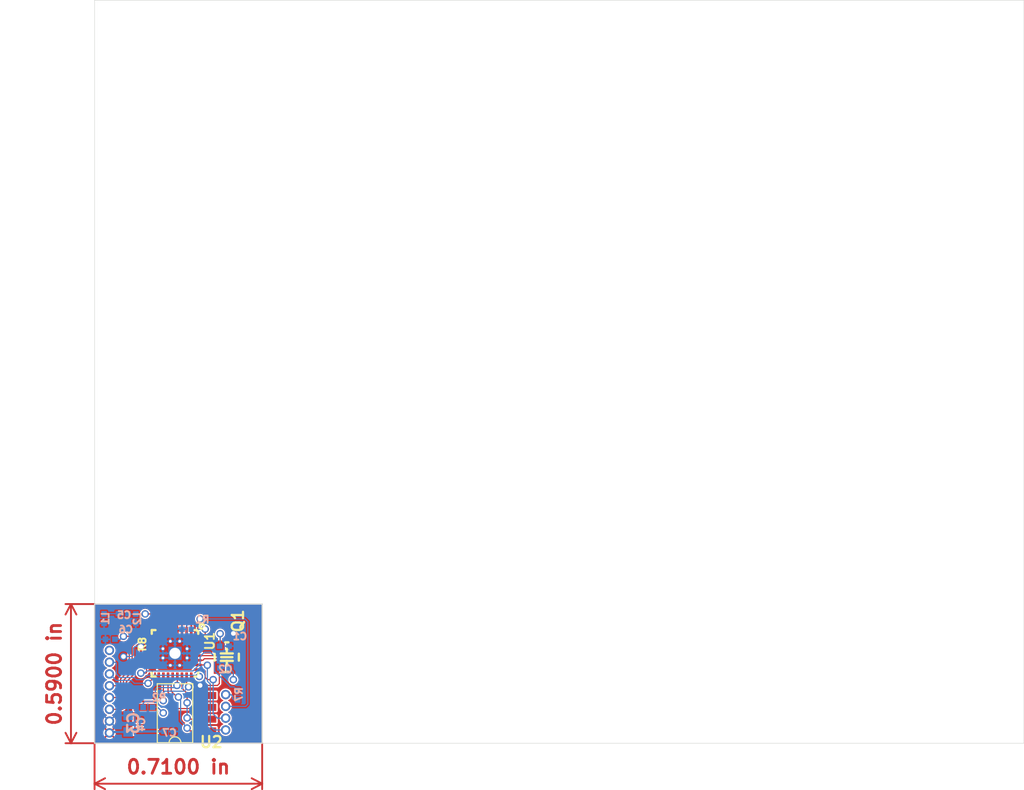
<source format=kicad_pcb>
(kicad_pcb (version 20171130) (host pcbnew "(5.1.5)-3")

  (general
    (thickness 1.6)
    (drawings 10)
    (tracks 241)
    (zones 0)
    (modules 18)
    (nets 31)
  )

  (page A4)
  (layers
    (0 Top signal)
    (31 Bottom signal)
    (32 B.Adhes user)
    (33 F.Adhes user)
    (34 B.Paste user)
    (35 F.Paste user)
    (36 B.SilkS user)
    (37 F.SilkS user)
    (38 B.Mask user)
    (39 F.Mask user)
    (40 Dwgs.User user)
    (41 Cmts.User user)
    (42 Eco1.User user)
    (43 Eco2.User user)
    (44 Edge.Cuts user)
    (45 Margin user)
    (46 B.CrtYd user)
    (47 F.CrtYd user)
    (48 B.Fab user)
    (49 F.Fab user)
  )

  (setup
    (last_trace_width 0.25)
    (trace_clearance 0.1524)
    (zone_clearance 0.508)
    (zone_45_only no)
    (trace_min 0.127)
    (via_size 0.8)
    (via_drill 0.4)
    (via_min_size 0.254)
    (via_min_drill 0.3)
    (uvia_size 0.3)
    (uvia_drill 0.1)
    (uvias_allowed no)
    (uvia_min_size 0.2)
    (uvia_min_drill 0.1)
    (edge_width 0.05)
    (segment_width 0.2)
    (pcb_text_width 0.3)
    (pcb_text_size 1.5 1.5)
    (mod_edge_width 0.12)
    (mod_text_size 1 1)
    (mod_text_width 0.15)
    (pad_size 1.524 1.524)
    (pad_drill 0.762)
    (pad_to_mask_clearance 0.051)
    (solder_mask_min_width 0.25)
    (aux_axis_origin 0 0)
    (visible_elements FFFFFF7F)
    (pcbplotparams
      (layerselection 0x010fc_ffffffff)
      (usegerberextensions false)
      (usegerberattributes false)
      (usegerberadvancedattributes false)
      (creategerberjobfile false)
      (excludeedgelayer true)
      (linewidth 0.100000)
      (plotframeref false)
      (viasonmask false)
      (mode 1)
      (useauxorigin false)
      (hpglpennumber 1)
      (hpglpenspeed 20)
      (hpglpendiameter 15.000000)
      (psnegative false)
      (psa4output false)
      (plotreference true)
      (plotvalue true)
      (plotinvisibletext false)
      (padsonsilk false)
      (subtractmaskfromsilk false)
      (outputformat 1)
      (mirror false)
      (drillshape 1)
      (scaleselection 1)
      (outputdirectory ""))
  )

  (net 0 "")
  (net 1 GND)
  (net 2 VCC)
  (net 3 /RST)
  (net 4 "Net-(R1-Pad1)")
  (net 5 "Net-(C1-Pad2)")
  (net 6 "Net-(C2-Pad2)")
  (net 7 /TXD)
  (net 8 /RXD)
  (net 9 /WW)
  (net 10 /SD_D1)
  (net 11 /SD_D0)
  (net 12 "Net-(R2-Pad2)")
  (net 13 /SD_CMD)
  (net 14 /SD_D3)
  (net 15 /SD_D2)
  (net 16 /CW)
  (net 17 "Net-(R7-Pad2)")
  (net 18 "Net-(R8-Pad2)")
  (net 19 "Net-(U1-Pad13)")
  (net 20 /R)
  (net 21 /G)
  (net 22 /B)
  (net 23 "Net-(U1-Pad8)")
  (net 24 "Net-(C6-Pad1)")
  (net 25 "Net-(U1-Pad5)")
  (net 26 "Net-(C5-Pad2)")
  (net 27 "Net-(C5-Pad1)")
  (net 28 /SD_CLK)
  (net 29 /GPIO0)
  (net 30 "Net-(U$1-Pad8)")

  (net_class Default "Dies ist die voreingestellte Netzklasse."
    (clearance 0.1524)
    (trace_width 0.25)
    (via_dia 0.8)
    (via_drill 0.4)
    (uvia_dia 0.3)
    (uvia_drill 0.1)
    (add_net /B)
    (add_net /CW)
    (add_net /G)
    (add_net /GPIO0)
    (add_net /R)
    (add_net /RST)
    (add_net /RXD)
    (add_net /SD_CLK)
    (add_net /SD_CMD)
    (add_net /SD_D0)
    (add_net /SD_D1)
    (add_net /SD_D2)
    (add_net /SD_D3)
    (add_net /TXD)
    (add_net /WW)
    (add_net GND)
    (add_net "Net-(C1-Pad2)")
    (add_net "Net-(C2-Pad2)")
    (add_net "Net-(C5-Pad1)")
    (add_net "Net-(C5-Pad2)")
    (add_net "Net-(C6-Pad1)")
    (add_net "Net-(R1-Pad1)")
    (add_net "Net-(R2-Pad2)")
    (add_net "Net-(R7-Pad2)")
    (add_net "Net-(R8-Pad2)")
    (add_net "Net-(U$1-Pad8)")
    (add_net "Net-(U1-Pad13)")
    (add_net "Net-(U1-Pad5)")
    (add_net "Net-(U1-Pad8)")
    (add_net VCC)
  )

  (module mini-RGBWW:C0402_TI (layer Bottom) (tedit 0) (tstamp 5E11BB42)
    (at 112.484 134.529075 180)
    (path /D8A9286B)
    (fp_text reference C1 (at -0.8 0.6) (layer B.SilkS)
      (effects (font (size 0.77216 0.77216) (thickness 0.19304)) (justify right bottom mirror))
    )
    (fp_text value 10pF (at -0.8 -1.4 180) (layer B.Fab) hide
      (effects (font (size 0.77216 0.77216) (thickness 0.2032)) (justify right bottom mirror))
    )
    (fp_poly (pts (xy -0.1999 -0.3) (xy 0.1999 -0.3) (xy 0.1999 0.3001) (xy -0.1999 0.3001)) (layer B.Adhes) (width 0))
    (fp_poly (pts (xy 0.1588 -0.25) (xy 0.4588 -0.25) (xy 0.4588 0.25) (xy 0.1588 0.25)) (layer B.Fab) (width 0))
    (fp_poly (pts (xy -0.454 -0.25) (xy -0.154 -0.25) (xy -0.154 0.25) (xy -0.454 0.25)) (layer B.Fab) (width 0))
    (fp_line (start -0.9398 -0.4191) (end -0.9398 0.4191) (layer Dwgs.User) (width 0.0508))
    (fp_line (start 0.9398 -0.4191) (end -0.9398 -0.4191) (layer Dwgs.User) (width 0.0508))
    (fp_line (start 0.9398 0.4191) (end 0.9398 -0.4191) (layer Dwgs.User) (width 0.0508))
    (fp_line (start -0.9398 0.4191) (end 0.9398 0.4191) (layer Dwgs.User) (width 0.0508))
    (fp_line (start 0.145 -0.174) (end -0.145 -0.174) (layer B.Fab) (width 0.1524))
    (fp_line (start -0.145 0.174) (end 0.145 0.174) (layer B.Fab) (width 0.1524))
    (pad 2 smd rect (at 0.508 0 180) (size 0.6096 0.5842) (layers Bottom B.Paste B.Mask)
      (net 5 "Net-(C1-Pad2)"))
    (pad 1 smd rect (at -0.508 0 180) (size 0.6096 0.5842) (layers Bottom B.Paste B.Mask)
      (net 1 GND))
  )

  (module mini-RGBWW:C0402_TI (layer Bottom) (tedit 0) (tstamp 5E11BB50)
    (at 112.512575 136.878575)
    (path /BC2D9ADB)
    (fp_text reference C2 (at -0.8 0.6) (layer B.SilkS)
      (effects (font (size 0.77216 0.77216) (thickness 0.19304)) (justify right bottom mirror))
    )
    (fp_text value 10pF (at -0.8 -1.4) (layer B.Fab) hide
      (effects (font (size 0.77216 0.77216) (thickness 0.2032)) (justify right bottom mirror))
    )
    (fp_poly (pts (xy -0.1999 -0.3) (xy 0.1999 -0.3) (xy 0.1999 0.3001) (xy -0.1999 0.3001)) (layer B.Adhes) (width 0))
    (fp_poly (pts (xy 0.1588 -0.25) (xy 0.4588 -0.25) (xy 0.4588 0.25) (xy 0.1588 0.25)) (layer B.Fab) (width 0))
    (fp_poly (pts (xy -0.454 -0.25) (xy -0.154 -0.25) (xy -0.154 0.25) (xy -0.454 0.25)) (layer B.Fab) (width 0))
    (fp_line (start -0.9398 -0.4191) (end -0.9398 0.4191) (layer Dwgs.User) (width 0.0508))
    (fp_line (start 0.9398 -0.4191) (end -0.9398 -0.4191) (layer Dwgs.User) (width 0.0508))
    (fp_line (start 0.9398 0.4191) (end 0.9398 -0.4191) (layer Dwgs.User) (width 0.0508))
    (fp_line (start -0.9398 0.4191) (end 0.9398 0.4191) (layer Dwgs.User) (width 0.0508))
    (fp_line (start 0.145 -0.174) (end -0.145 -0.174) (layer B.Fab) (width 0.1524))
    (fp_line (start -0.145 0.174) (end 0.145 0.174) (layer B.Fab) (width 0.1524))
    (pad 2 smd rect (at 0.508 0) (size 0.6096 0.5842) (layers Bottom B.Paste B.Mask)
      (net 6 "Net-(C2-Pad2)"))
    (pad 1 smd rect (at -0.508 0) (size 0.6096 0.5842) (layers Bottom B.Paste B.Mask)
      (net 1 GND))
  )

  (module mini-RGBWW:C0603_DWS (layer Bottom) (tedit 0) (tstamp 5E11BB5E)
    (at 102.123975 142.8825 90)
    (path /C3EA450F)
    (fp_text reference C3 (at -1.27 1.27 90) (layer B.SilkS)
      (effects (font (size 1.2065 1.2065) (thickness 0.254)) (justify right bottom mirror))
    )
    (fp_text value 10uF (at -1.27 -2.54 90) (layer B.Fab)
      (effects (font (size 1.2065 1.2065) (thickness 0.254)) (justify right bottom mirror))
    )
    (fp_poly (pts (xy -0.1999 -0.4001) (xy 0.1999 -0.4001) (xy 0.1999 0.4001) (xy -0.1999 0.4001)) (layer B.Adhes) (width 0))
    (fp_poly (pts (xy -0.8382 -0.4318) (xy -0.4318 -0.4318) (xy -0.4318 0.4318) (xy -0.8382 0.4318)) (layer B.Fab) (width 0))
    (fp_poly (pts (xy 0.4318 -0.4318) (xy 0.8382 -0.4318) (xy 0.8382 0.4318) (xy 0.4318 0.4318)) (layer B.Fab) (width 0))
    (fp_line (start 1.143 0.762) (end 0.381 0.762) (layer Dwgs.User) (width 0.254))
    (fp_arc (start 1.143 0.253999) (end 1.651 0.254) (angle 90) (layer Dwgs.User) (width 0.254))
    (fp_line (start 1.651 -0.254) (end 1.651 0.254) (layer Dwgs.User) (width 0.254))
    (fp_arc (start 1.143 -0.253999) (end 1.143 -0.762) (angle 90) (layer Dwgs.User) (width 0.254))
    (fp_line (start 0.381 -0.762) (end 1.143 -0.762) (layer Dwgs.User) (width 0.254))
    (fp_line (start -1.143 -0.762) (end -0.381 -0.762) (layer Dwgs.User) (width 0.254))
    (fp_arc (start -1.143 -0.253999) (end -1.651 -0.254) (angle 90) (layer Dwgs.User) (width 0.254))
    (fp_line (start -1.651 0.254) (end -1.651 -0.254) (layer Dwgs.User) (width 0.254))
    (fp_arc (start -1.143 0.253999) (end -1.143 0.762) (angle 90) (layer Dwgs.User) (width 0.254))
    (fp_line (start -0.381 0.762) (end -1.143 0.762) (layer Dwgs.User) (width 0.254))
    (fp_line (start -1.6 -0.729) (end -1.6 0.729) (layer Dwgs.User) (width 0.0508))
    (fp_line (start 1.6 -0.729) (end -1.6 -0.729) (layer Dwgs.User) (width 0.0508))
    (fp_line (start 1.6 0.729) (end 1.6 -0.729) (layer Dwgs.User) (width 0.0508))
    (fp_line (start -1.6 0.729) (end 1.6 0.729) (layer Dwgs.User) (width 0.0508))
    (fp_line (start 0.432 0.356) (end -0.432 0.356) (layer B.Fab) (width 0.1524))
    (fp_line (start -0.432 -0.356) (end 0.432 -0.356) (layer B.Fab) (width 0.1524))
    (pad 2 smd rect (at 0.889 0 90) (size 1.016 1.016) (layers Bottom B.Paste B.Mask)
      (net 1 GND))
    (pad 1 smd rect (at -0.889 0 90) (size 1.016 1.016) (layers Bottom B.Paste B.Mask)
      (net 2 VCC))
  )

  (module mini-RGBWW:C0402_TI (layer Bottom) (tedit 0) (tstamp 5E11BB76)
    (at 103.393975 143.038075 90)
    (path /A60240AA)
    (fp_text reference C4 (at -0.8 0.6 90) (layer B.SilkS)
      (effects (font (size 0.77216 0.77216) (thickness 0.19304)) (justify right bottom mirror))
    )
    (fp_text value 100nF (at -0.8 -1.4 90) (layer B.Fab) hide
      (effects (font (size 0.77216 0.77216) (thickness 0.2032)) (justify right bottom mirror))
    )
    (fp_poly (pts (xy -0.1999 -0.3) (xy 0.1999 -0.3) (xy 0.1999 0.3001) (xy -0.1999 0.3001)) (layer B.Adhes) (width 0))
    (fp_poly (pts (xy 0.1588 -0.25) (xy 0.4588 -0.25) (xy 0.4588 0.25) (xy 0.1588 0.25)) (layer B.Fab) (width 0))
    (fp_poly (pts (xy -0.454 -0.25) (xy -0.154 -0.25) (xy -0.154 0.25) (xy -0.454 0.25)) (layer B.Fab) (width 0))
    (fp_line (start -0.9398 -0.4191) (end -0.9398 0.4191) (layer Dwgs.User) (width 0.0508))
    (fp_line (start 0.9398 -0.4191) (end -0.9398 -0.4191) (layer Dwgs.User) (width 0.0508))
    (fp_line (start 0.9398 0.4191) (end 0.9398 -0.4191) (layer Dwgs.User) (width 0.0508))
    (fp_line (start -0.9398 0.4191) (end 0.9398 0.4191) (layer Dwgs.User) (width 0.0508))
    (fp_line (start 0.145 -0.174) (end -0.145 -0.174) (layer B.Fab) (width 0.1524))
    (fp_line (start -0.145 0.174) (end 0.145 0.174) (layer B.Fab) (width 0.1524))
    (pad 2 smd rect (at 0.508 0 90) (size 0.6096 0.5842) (layers Bottom B.Paste B.Mask)
      (net 1 GND))
    (pad 1 smd rect (at -0.508 0 90) (size 0.6096 0.5842) (layers Bottom B.Paste B.Mask)
      (net 2 VCC))
  )

  (module mini-RGBWW:C0402_TI (layer Bottom) (tedit 0) (tstamp 5E11BB84)
    (at 101.60645 131.034988)
    (path /08C518A0)
    (fp_text reference C5 (at -0.8 0.6) (layer B.SilkS)
      (effects (font (size 0.77216 0.77216) (thickness 0.19304)) (justify right bottom mirror))
    )
    (fp_text value 5.6pF (at -0.8 -1.4) (layer B.Fab) hide
      (effects (font (size 0.77216 0.77216) (thickness 0.2032)) (justify right bottom mirror))
    )
    (fp_poly (pts (xy -0.1999 -0.3) (xy 0.1999 -0.3) (xy 0.1999 0.3001) (xy -0.1999 0.3001)) (layer B.Adhes) (width 0))
    (fp_poly (pts (xy 0.1588 -0.25) (xy 0.4588 -0.25) (xy 0.4588 0.25) (xy 0.1588 0.25)) (layer B.Fab) (width 0))
    (fp_poly (pts (xy -0.454 -0.25) (xy -0.154 -0.25) (xy -0.154 0.25) (xy -0.454 0.25)) (layer B.Fab) (width 0))
    (fp_line (start -0.9398 -0.4191) (end -0.9398 0.4191) (layer Dwgs.User) (width 0.0508))
    (fp_line (start 0.9398 -0.4191) (end -0.9398 -0.4191) (layer Dwgs.User) (width 0.0508))
    (fp_line (start 0.9398 0.4191) (end 0.9398 -0.4191) (layer Dwgs.User) (width 0.0508))
    (fp_line (start -0.9398 0.4191) (end 0.9398 0.4191) (layer Dwgs.User) (width 0.0508))
    (fp_line (start 0.145 -0.174) (end -0.145 -0.174) (layer B.Fab) (width 0.1524))
    (fp_line (start -0.145 0.174) (end 0.145 0.174) (layer B.Fab) (width 0.1524))
    (pad 2 smd rect (at 0.508 0) (size 0.6096 0.5842) (layers Bottom B.Paste B.Mask)
      (net 26 "Net-(C5-Pad2)"))
    (pad 1 smd rect (at -0.508 0) (size 0.6096 0.5842) (layers Bottom B.Paste B.Mask)
      (net 27 "Net-(C5-Pad1)"))
  )

  (module mini-RGBWW:C0402_TI (layer Bottom) (tedit 0) (tstamp 5E11BB92)
    (at 100.201512 133.7893 180)
    (path /C9004646)
    (fp_text reference C6 (at -0.8 0.6) (layer B.SilkS)
      (effects (font (size 0.77216 0.77216) (thickness 0.19304)) (justify right bottom mirror))
    )
    (fp_text value NA (at -0.8 -1.4 180) (layer B.Fab) hide
      (effects (font (size 0.77216 0.77216) (thickness 0.2032)) (justify right bottom mirror))
    )
    (fp_poly (pts (xy -0.1999 -0.3) (xy 0.1999 -0.3) (xy 0.1999 0.3001) (xy -0.1999 0.3001)) (layer B.Adhes) (width 0))
    (fp_poly (pts (xy 0.1588 -0.25) (xy 0.4588 -0.25) (xy 0.4588 0.25) (xy 0.1588 0.25)) (layer B.Fab) (width 0))
    (fp_poly (pts (xy -0.454 -0.25) (xy -0.154 -0.25) (xy -0.154 0.25) (xy -0.454 0.25)) (layer B.Fab) (width 0))
    (fp_line (start -0.9398 -0.4191) (end -0.9398 0.4191) (layer Dwgs.User) (width 0.0508))
    (fp_line (start 0.9398 -0.4191) (end -0.9398 -0.4191) (layer Dwgs.User) (width 0.0508))
    (fp_line (start 0.9398 0.4191) (end 0.9398 -0.4191) (layer Dwgs.User) (width 0.0508))
    (fp_line (start -0.9398 0.4191) (end 0.9398 0.4191) (layer Dwgs.User) (width 0.0508))
    (fp_line (start 0.145 -0.174) (end -0.145 -0.174) (layer B.Fab) (width 0.1524))
    (fp_line (start -0.145 0.174) (end 0.145 0.174) (layer B.Fab) (width 0.1524))
    (pad 2 smd rect (at 0.508 0 180) (size 0.6096 0.5842) (layers Bottom B.Paste B.Mask)
      (net 1 GND))
    (pad 1 smd rect (at -0.508 0 180) (size 0.6096 0.5842) (layers Bottom B.Paste B.Mask)
      (net 24 "Net-(C6-Pad1)"))
  )

  (module mini-RGBWW:C0402_TI (layer Bottom) (tedit 0) (tstamp 5E11BBA0)
    (at 106.5023 143.71435)
    (path /64A99F0A)
    (fp_text reference C7 (at -0.8 0.6) (layer B.SilkS)
      (effects (font (size 0.77216 0.77216) (thickness 0.19304)) (justify right bottom mirror))
    )
    (fp_text value 100nF (at -0.8 -1.4) (layer B.Fab) hide
      (effects (font (size 0.77216 0.77216) (thickness 0.2032)) (justify right bottom mirror))
    )
    (fp_poly (pts (xy -0.1999 -0.3) (xy 0.1999 -0.3) (xy 0.1999 0.3001) (xy -0.1999 0.3001)) (layer B.Adhes) (width 0))
    (fp_poly (pts (xy 0.1588 -0.25) (xy 0.4588 -0.25) (xy 0.4588 0.25) (xy 0.1588 0.25)) (layer B.Fab) (width 0))
    (fp_poly (pts (xy -0.454 -0.25) (xy -0.154 -0.25) (xy -0.154 0.25) (xy -0.454 0.25)) (layer B.Fab) (width 0))
    (fp_line (start -0.9398 -0.4191) (end -0.9398 0.4191) (layer Dwgs.User) (width 0.0508))
    (fp_line (start 0.9398 -0.4191) (end -0.9398 -0.4191) (layer Dwgs.User) (width 0.0508))
    (fp_line (start 0.9398 0.4191) (end 0.9398 -0.4191) (layer Dwgs.User) (width 0.0508))
    (fp_line (start -0.9398 0.4191) (end 0.9398 0.4191) (layer Dwgs.User) (width 0.0508))
    (fp_line (start 0.145 -0.174) (end -0.145 -0.174) (layer B.Fab) (width 0.1524))
    (fp_line (start -0.145 0.174) (end 0.145 0.174) (layer B.Fab) (width 0.1524))
    (pad 2 smd rect (at 0.508 0) (size 0.6096 0.5842) (layers Bottom B.Paste B.Mask)
      (net 1 GND))
    (pad 1 smd rect (at -0.508 0) (size 0.6096 0.5842) (layers Bottom B.Paste B.Mask)
      (net 2 VCC))
  )

  (module mini-RGBWW:L0402_TI (layer Bottom) (tedit 0) (tstamp 5E11BBAE)
    (at 99.541112 131.558863 90)
    (path /3AE61EB3)
    (fp_text reference L1 (at -0.8 0.6 90) (layer B.SilkS)
      (effects (font (size 0.77216 0.77216) (thickness 0.2032)) (justify right bottom mirror))
    )
    (fp_text value NA (at -0.8 -1.4 90) (layer B.Fab)
      (effects (font (size 0.77216 0.77216) (thickness 0.2032)) (justify right bottom mirror))
    )
    (fp_poly (pts (xy -0.1999 -0.3) (xy 0.1999 -0.3) (xy 0.1999 0.3001) (xy -0.1999 0.3001)) (layer B.Adhes) (width 0))
    (fp_poly (pts (xy 0.1588 -0.25) (xy 0.4588 -0.25) (xy 0.4588 0.25) (xy 0.1588 0.25)) (layer B.Fab) (width 0))
    (fp_poly (pts (xy -0.454 -0.25) (xy -0.154 -0.25) (xy -0.154 0.25) (xy -0.454 0.25)) (layer B.Fab) (width 0))
    (fp_line (start -0.9398 -0.4191) (end -0.9398 0.4191) (layer Dwgs.User) (width 0.0508))
    (fp_line (start 0.9398 -0.4191) (end -0.9398 -0.4191) (layer Dwgs.User) (width 0.0508))
    (fp_line (start 0.9398 0.4191) (end 0.9398 -0.4191) (layer Dwgs.User) (width 0.0508))
    (fp_line (start -0.9398 0.4191) (end 0.9398 0.4191) (layer Dwgs.User) (width 0.0508))
    (fp_line (start 0.145 -0.174) (end -0.145 -0.174) (layer B.Fab) (width 0.1524))
    (fp_line (start -0.145 0.174) (end 0.145 0.174) (layer B.Fab) (width 0.1524))
    (pad 2 smd rect (at 0.508 0 90) (size 0.6096 0.5842) (layers Bottom B.Paste B.Mask)
      (net 27 "Net-(C5-Pad1)"))
    (pad 1 smd rect (at -0.508 0 90) (size 0.6096 0.5842) (layers Bottom B.Paste B.Mask)
      (net 1 GND))
  )

  (module mini-RGBWW:L0402_TI (layer Bottom) (tedit 0) (tstamp 5E11BBBC)
    (at 102.959 131.58585 90)
    (path /74502220)
    (fp_text reference L2 (at -0.8 0.6 90) (layer B.SilkS)
      (effects (font (size 0.77216 0.77216) (thickness 0.2032)) (justify right bottom mirror))
    )
    (fp_text value NA (at -0.8 -1.4 90) (layer B.Fab)
      (effects (font (size 0.77216 0.77216) (thickness 0.2032)) (justify right bottom mirror))
    )
    (fp_poly (pts (xy -0.1999 -0.3) (xy 0.1999 -0.3) (xy 0.1999 0.3001) (xy -0.1999 0.3001)) (layer B.Adhes) (width 0))
    (fp_poly (pts (xy 0.1588 -0.25) (xy 0.4588 -0.25) (xy 0.4588 0.25) (xy 0.1588 0.25)) (layer B.Fab) (width 0))
    (fp_poly (pts (xy -0.454 -0.25) (xy -0.154 -0.25) (xy -0.154 0.25) (xy -0.454 0.25)) (layer B.Fab) (width 0))
    (fp_line (start -0.9398 -0.4191) (end -0.9398 0.4191) (layer Dwgs.User) (width 0.0508))
    (fp_line (start 0.9398 -0.4191) (end -0.9398 -0.4191) (layer Dwgs.User) (width 0.0508))
    (fp_line (start 0.9398 0.4191) (end 0.9398 -0.4191) (layer Dwgs.User) (width 0.0508))
    (fp_line (start -0.9398 0.4191) (end 0.9398 0.4191) (layer Dwgs.User) (width 0.0508))
    (fp_line (start 0.145 -0.174) (end -0.145 -0.174) (layer B.Fab) (width 0.1524))
    (fp_line (start -0.145 0.174) (end 0.145 0.174) (layer B.Fab) (width 0.1524))
    (pad 2 smd rect (at 0.508 0 90) (size 0.6096 0.5842) (layers Bottom B.Paste B.Mask)
      (net 26 "Net-(C5-Pad2)"))
    (pad 1 smd rect (at -0.508 0 90) (size 0.6096 0.5842) (layers Bottom B.Paste B.Mask)
      (net 1 GND))
  )

  (module mini-RGBWW:NX3225SA (layer Top) (tedit 0) (tstamp 5E11BBCA)
    (at 112.747525 135.716525 270)
    (path /B3E7ED3F)
    (fp_text reference Q1 (at -2.54 -1.905 90) (layer F.SilkS)
      (effects (font (size 1.2065 1.2065) (thickness 0.2413)) (justify left bottom))
    )
    (fp_text value "TSX-3225/26MHz/10PPM/7pF/3.2x2.5mm SMD" (at 3.81 1.905 270) (layer F.Fab) hide
      (effects (font (size 1.2065 1.2065) (thickness 0.254)) (justify right top))
    )
    (fp_line (start 0 0.6) (end 0 -0.6) (layer F.SilkS) (width 0.254))
    (fp_line (start 0.4 0) (end 0.9 0) (layer F.SilkS) (width 0.254))
    (fp_line (start -0.4 0) (end -0.9 0) (layer F.SilkS) (width 0.254))
    (fp_line (start 0.4 0) (end 0.4 0.646) (layer F.SilkS) (width 0.254))
    (fp_line (start 0.4 -0.646) (end 0.4 0) (layer F.SilkS) (width 0.254))
    (fp_line (start -0.4 0) (end -0.4 0.646) (layer F.SilkS) (width 0.254))
    (fp_line (start -0.4 -0.646) (end -0.4 0) (layer F.SilkS) (width 0.254))
    (fp_line (start -1.6 0.173) (end -1.6 -0.173) (layer F.SilkS) (width 0.254))
    (fp_line (start 0.373 1.3) (end -0.348 1.3) (layer F.SilkS) (width 0.254))
    (fp_line (start 1.6 -0.173) (end 1.6 0.173) (layer F.SilkS) (width 0.254))
    (fp_line (start -0.373 -1.3) (end 0.373 -1.3) (layer F.SilkS) (width 0.254))
    (pad NC_2 smd rect (at -1.1 -0.8 270) (size 1.4 1.2) (layers Top F.Paste F.Mask)
      (net 1 GND))
    (pad 1 smd rect (at -1.1 0.8 270) (size 1.4 1.2) (layers Top F.Paste F.Mask)
      (net 5 "Net-(C1-Pad2)"))
    (pad NC_1 smd rect (at 1.1 0.8 270) (size 1.4 1.2) (layers Top F.Paste F.Mask)
      (net 1 GND))
    (pad 2 smd rect (at 1.1 -0.8 270) (size 1.4 1.2) (layers Top F.Paste F.Mask)
      (net 6 "Net-(C2-Pad2)"))
  )

  (module mini-RGBWW:R0402_TI (layer Bottom) (tedit 0) (tstamp 5E11BBDC)
    (at 108.434287 132.711388 180)
    (path /1216EB56)
    (fp_text reference R1 (at -0.8 0.6) (layer B.SilkS)
      (effects (font (size 0.77216 0.77216) (thickness 0.19304)) (justify right bottom mirror))
    )
    (fp_text value 12k (at -0.8 -1.4 180) (layer B.Fab) hide
      (effects (font (size 0.77216 0.77216) (thickness 0.2032)) (justify right bottom mirror))
    )
    (fp_poly (pts (xy -0.1999 -0.3) (xy 0.1999 -0.3) (xy 0.1999 0.3001) (xy -0.1999 0.3001)) (layer B.Adhes) (width 0))
    (fp_poly (pts (xy 0.1588 -0.25) (xy 0.4588 -0.25) (xy 0.4588 0.25) (xy 0.1588 0.25)) (layer B.Fab) (width 0))
    (fp_poly (pts (xy -0.454 -0.25) (xy -0.154 -0.25) (xy -0.154 0.25) (xy -0.454 0.25)) (layer B.Fab) (width 0))
    (fp_line (start -0.9398 -0.4191) (end -0.9398 0.4191) (layer Dwgs.User) (width 0.0508))
    (fp_line (start 0.9398 -0.4191) (end -0.9398 -0.4191) (layer Dwgs.User) (width 0.0508))
    (fp_line (start 0.9398 0.4191) (end 0.9398 -0.4191) (layer Dwgs.User) (width 0.0508))
    (fp_line (start -0.9398 0.4191) (end 0.9398 0.4191) (layer Dwgs.User) (width 0.0508))
    (fp_line (start 0.145 -0.174) (end -0.145 -0.174) (layer B.Fab) (width 0.1524))
    (fp_line (start -0.145 0.174) (end 0.145 0.174) (layer B.Fab) (width 0.1524))
    (pad 2 smd rect (at 0.508 0 180) (size 0.6096 0.5842) (layers Bottom B.Paste B.Mask)
      (net 1 GND))
    (pad 1 smd rect (at -0.508 0 180) (size 0.6096 0.5842) (layers Bottom B.Paste B.Mask)
      (net 4 "Net-(R1-Pad1)"))
  )

  (module mini-RGBWW:R0402_TI (layer Bottom) (tedit 0) (tstamp 5E11BBEA)
    (at 104.2544 141.107675 180)
    (path /59A7D61D)
    (fp_text reference R2 (at -0.333275 0.6) (layer B.SilkS)
      (effects (font (size 0.77216 0.77216) (thickness 0.19304)) (justify right bottom mirror))
    )
    (fp_text value 200R (at -0.8 -1.4 180) (layer B.Fab) hide
      (effects (font (size 0.77216 0.77216) (thickness 0.2032)) (justify right bottom mirror))
    )
    (fp_poly (pts (xy -0.1999 -0.3) (xy 0.1999 -0.3) (xy 0.1999 0.3001) (xy -0.1999 0.3001)) (layer B.Adhes) (width 0))
    (fp_poly (pts (xy 0.1588 -0.25) (xy 0.4588 -0.25) (xy 0.4588 0.25) (xy 0.1588 0.25)) (layer B.Fab) (width 0))
    (fp_poly (pts (xy -0.454 -0.25) (xy -0.154 -0.25) (xy -0.154 0.25) (xy -0.454 0.25)) (layer B.Fab) (width 0))
    (fp_line (start -0.9398 -0.4191) (end -0.9398 0.4191) (layer Dwgs.User) (width 0.0508))
    (fp_line (start 0.9398 -0.4191) (end -0.9398 -0.4191) (layer Dwgs.User) (width 0.0508))
    (fp_line (start 0.9398 0.4191) (end 0.9398 -0.4191) (layer Dwgs.User) (width 0.0508))
    (fp_line (start -0.9398 0.4191) (end 0.9398 0.4191) (layer Dwgs.User) (width 0.0508))
    (fp_line (start 0.145 -0.174) (end -0.145 -0.174) (layer B.Fab) (width 0.1524))
    (fp_line (start -0.145 0.174) (end 0.145 0.174) (layer B.Fab) (width 0.1524))
    (pad 2 smd rect (at 0.508 0 180) (size 0.6096 0.5842) (layers Bottom B.Paste B.Mask)
      (net 12 "Net-(R2-Pad2)"))
    (pad 1 smd rect (at -0.508 0 180) (size 0.6096 0.5842) (layers Bottom B.Paste B.Mask)
      (net 28 /SD_CLK))
  )

  (module mini-RGBWW:R0402_TI (layer Bottom) (tedit 0) (tstamp 5E11BBF8)
    (at 113.903225 139.805925 90)
    (path /3A821CDB)
    (fp_text reference R7 (at -0.8 0.6 90) (layer B.SilkS)
      (effects (font (size 0.77216 0.77216) (thickness 0.19304)) (justify right bottom mirror))
    )
    (fp_text value 200R (at -0.8 -1.4 90) (layer B.Fab) hide
      (effects (font (size 0.77216 0.77216) (thickness 0.2032)) (justify right bottom mirror))
    )
    (fp_poly (pts (xy -0.1999 -0.3) (xy 0.1999 -0.3) (xy 0.1999 0.3001) (xy -0.1999 0.3001)) (layer B.Adhes) (width 0))
    (fp_poly (pts (xy 0.1588 -0.25) (xy 0.4588 -0.25) (xy 0.4588 0.25) (xy 0.1588 0.25)) (layer B.Fab) (width 0))
    (fp_poly (pts (xy -0.454 -0.25) (xy -0.154 -0.25) (xy -0.154 0.25) (xy -0.454 0.25)) (layer B.Fab) (width 0))
    (fp_line (start -0.9398 -0.4191) (end -0.9398 0.4191) (layer Dwgs.User) (width 0.0508))
    (fp_line (start 0.9398 -0.4191) (end -0.9398 -0.4191) (layer Dwgs.User) (width 0.0508))
    (fp_line (start 0.9398 0.4191) (end 0.9398 -0.4191) (layer Dwgs.User) (width 0.0508))
    (fp_line (start -0.9398 0.4191) (end 0.9398 0.4191) (layer Dwgs.User) (width 0.0508))
    (fp_line (start 0.145 -0.174) (end -0.145 -0.174) (layer B.Fab) (width 0.1524))
    (fp_line (start -0.145 0.174) (end 0.145 0.174) (layer B.Fab) (width 0.1524))
    (pad 2 smd rect (at 0.508 0 90) (size 0.6096 0.5842) (layers Bottom B.Paste B.Mask)
      (net 17 "Net-(R7-Pad2)"))
    (pad 1 smd rect (at -0.508 0 90) (size 0.6096 0.5842) (layers Bottom B.Paste B.Mask)
      (net 29 /GPIO0))
  )

  (module mini-RGBWW:R0402_TI (layer Top) (tedit 0) (tstamp 5E11BC06)
    (at 103.5178 136.007038 270)
    (path /E7CFDF82)
    (fp_text reference R8 (at -0.8 -0.6 90) (layer F.SilkS)
      (effects (font (size 0.77216 0.77216) (thickness 0.19304)) (justify left bottom))
    )
    (fp_text value 200R (at -0.8 1.4 270) (layer F.Fab) hide
      (effects (font (size 0.77216 0.77216) (thickness 0.2032)) (justify right top))
    )
    (fp_poly (pts (xy -0.1999 0.3) (xy 0.1999 0.3) (xy 0.1999 -0.3001) (xy -0.1999 -0.3001)) (layer F.Adhes) (width 0))
    (fp_poly (pts (xy 0.1588 0.25) (xy 0.4588 0.25) (xy 0.4588 -0.25) (xy 0.1588 -0.25)) (layer F.Fab) (width 0))
    (fp_poly (pts (xy -0.454 0.25) (xy -0.154 0.25) (xy -0.154 -0.25) (xy -0.454 -0.25)) (layer F.Fab) (width 0))
    (fp_line (start -0.9398 0.4191) (end -0.9398 -0.4191) (layer Dwgs.User) (width 0.0508))
    (fp_line (start 0.9398 0.4191) (end -0.9398 0.4191) (layer Dwgs.User) (width 0.0508))
    (fp_line (start 0.9398 -0.4191) (end 0.9398 0.4191) (layer Dwgs.User) (width 0.0508))
    (fp_line (start -0.9398 -0.4191) (end 0.9398 -0.4191) (layer Dwgs.User) (width 0.0508))
    (fp_line (start 0.145 0.174) (end -0.145 0.174) (layer F.Fab) (width 0.1524))
    (fp_line (start -0.145 -0.174) (end 0.145 -0.174) (layer F.Fab) (width 0.1524))
    (pad 2 smd rect (at 0.508 0 270) (size 0.6096 0.5842) (layers Top F.Paste F.Mask)
      (net 18 "Net-(R8-Pad2)"))
    (pad 1 smd rect (at -0.508 0 270) (size 0.6096 0.5842) (layers Top F.Paste F.Mask)
      (net 2 VCC))
  )

  (module mini-RGBWW:QFN32_PAD (layer Top) (tedit 0) (tstamp 5E11BC14)
    (at 107.1754 135.302188 270)
    (path /94FABF20)
    (fp_text reference U1 (at -2.413 -3.175 270) (layer F.SilkS)
      (effects (font (size 0.9652 0.9652) (thickness 0.2032)) (justify right top))
    )
    (fp_text value ESP8266 (at -2.413 4.191 270) (layer F.Fab)
      (effects (font (size 0.9652 0.9652) (thickness 0.2032)) (justify right top))
    )
    (fp_poly (pts (xy -0.3 0.7) (xy -0.3 1.6) (xy 0.3 1.6) (xy 0.3 0.7)) (layer F.Paste) (width 0))
    (fp_poly (pts (xy -1.6 0.7) (xy -1.6 1.6) (xy -0.7 1.6) (xy -0.7 0.7)) (layer F.Paste) (width 0))
    (fp_poly (pts (xy -1.6 -0.3) (xy -1.6 0.3) (xy -0.7 0.3) (xy -0.7 -0.3)) (layer F.Paste) (width 0))
    (fp_poly (pts (xy -1.6 -1.6) (xy -1.6 -0.7) (xy -0.7 -0.7) (xy -0.7 -1.6)) (layer F.Paste) (width 0))
    (fp_poly (pts (xy -0.3 -1.6) (xy -0.3 -0.7) (xy 0.3 -0.7) (xy 0.3 -1.6)) (layer F.Paste) (width 0))
    (fp_poly (pts (xy 0.7 -0.3) (xy 0.7 0.3) (xy 1.6 0.3) (xy 1.6 -0.3)) (layer F.Paste) (width 0))
    (fp_poly (pts (xy 0.7 0.7) (xy 0.7 1.6) (xy 1.6 1.6) (xy 1.6 0.7)) (layer F.Paste) (width 0))
    (fp_poly (pts (xy 0.7 -1.6) (xy 0.7 -0.7) (xy 1.6 -0.7) (xy 1.6 -1.6)) (layer F.Paste) (width 0))
    (fp_circle (center -2.9 -2.9) (end -2.65 -2.9) (layer F.SilkS) (width 0.254))
    (fp_line (start -2.1 -2.5) (end -2.325 -2.5) (layer F.SilkS) (width 0.254))
    (fp_line (start 2.5 -2.5) (end 2.1 -2.5) (layer F.SilkS) (width 0.254))
    (fp_line (start 2.5 -2.1) (end 2.5 -2.5) (layer F.SilkS) (width 0.254))
    (fp_line (start 2.5 2.5) (end 2.5 2.1) (layer F.SilkS) (width 0.254))
    (fp_line (start 2.1 2.5) (end 2.5 2.5) (layer F.SilkS) (width 0.254))
    (fp_line (start -2.5 2.5) (end -2.1 2.5) (layer F.SilkS) (width 0.254))
    (fp_line (start -2.5 2.1) (end -2.5 2.5) (layer F.SilkS) (width 0.254))
    (fp_line (start -2.5 -2.325) (end -2.5 -2.1) (layer F.SilkS) (width 0.254))
    (fp_line (start -2.325 -2.5) (end -2.5 -2.325) (layer F.SilkS) (width 0.254))
    (pad PAD smd rect (at 0 0 180) (size 3.6 3.6) (layers Top F.Mask)
      (net 1 GND))
    (pad 32 smd rect (at -1.75 -2.45 180) (size 0.8 0.28) (layers Top F.Paste F.Mask)
      (net 3 /RST))
    (pad 31 smd rect (at -1.25 -2.45 180) (size 0.8 0.28) (layers Top F.Paste F.Mask)
      (net 4 "Net-(R1-Pad1)"))
    (pad 30 smd rect (at -0.75 -2.45 180) (size 0.8 0.28) (layers Top F.Paste F.Mask)
      (net 2 VCC))
    (pad 29 smd rect (at -0.25 -2.45 180) (size 0.8 0.28) (layers Top F.Paste F.Mask)
      (net 2 VCC))
    (pad 28 smd rect (at 0.25 -2.45 180) (size 0.8 0.28) (layers Top F.Paste F.Mask)
      (net 5 "Net-(C1-Pad2)"))
    (pad 27 smd rect (at 0.75 -2.45 180) (size 0.8 0.28) (layers Top F.Paste F.Mask)
      (net 6 "Net-(C2-Pad2)"))
    (pad 26 smd rect (at 1.25 -2.45 180) (size 0.8 0.28) (layers Top F.Paste F.Mask)
      (net 7 /TXD))
    (pad 25 smd rect (at 1.75 -2.45 180) (size 0.8 0.28) (layers Top F.Paste F.Mask)
      (net 8 /RXD))
    (pad 24 smd rect (at 2.45 -1.75 90) (size 0.8 0.28) (layers Top F.Paste F.Mask)
      (net 9 /WW))
    (pad 23 smd rect (at 2.45 -1.25 90) (size 0.8 0.28) (layers Top F.Paste F.Mask)
      (net 10 /SD_D1))
    (pad 22 smd rect (at 2.45 -0.75 90) (size 0.8 0.28) (layers Top F.Paste F.Mask)
      (net 11 /SD_D0))
    (pad 21 smd rect (at 2.45 -0.25 90) (size 0.8 0.28) (layers Top F.Paste F.Mask)
      (net 12 "Net-(R2-Pad2)"))
    (pad 20 smd rect (at 2.45 0.25 90) (size 0.8 0.28) (layers Top F.Paste F.Mask)
      (net 13 /SD_CMD))
    (pad 19 smd rect (at 2.45 0.75 90) (size 0.8 0.28) (layers Top F.Paste F.Mask)
      (net 14 /SD_D3))
    (pad 18 smd rect (at 2.45 1.25 90) (size 0.8 0.28) (layers Top F.Paste F.Mask)
      (net 15 /SD_D2))
    (pad 17 smd rect (at 2.45 1.75 90) (size 0.8 0.28) (layers Top F.Paste F.Mask)
      (net 2 VCC))
    (pad 16 smd rect (at 1.75 2.45) (size 0.8 0.28) (layers Top F.Paste F.Mask)
      (net 16 /CW))
    (pad 15 smd rect (at 1.25 2.45) (size 0.8 0.28) (layers Top F.Paste F.Mask)
      (net 17 "Net-(R7-Pad2)"))
    (pad 14 smd rect (at 0.75 2.45) (size 0.8 0.28) (layers Top F.Paste F.Mask)
      (net 18 "Net-(R8-Pad2)"))
    (pad 13 smd rect (at 0.25 2.45) (size 0.8 0.28) (layers Top F.Paste F.Mask)
      (net 19 "Net-(U1-Pad13)"))
    (pad 12 smd rect (at -0.25 2.45) (size 0.8 0.28) (layers Top F.Paste F.Mask)
      (net 20 /R))
    (pad 11 smd rect (at -0.75 2.45) (size 0.8 0.28) (layers Top F.Paste F.Mask)
      (net 2 VCC))
    (pad 10 smd rect (at -1.25 2.45) (size 0.8 0.28) (layers Top F.Paste F.Mask)
      (net 21 /G))
    (pad 9 smd rect (at -1.75 2.45) (size 0.8 0.28) (layers Top F.Paste F.Mask)
      (net 22 /B))
    (pad 8 smd rect (at -2.45 1.75 270) (size 0.8 0.28) (layers Top F.Paste F.Mask)
      (net 23 "Net-(U1-Pad8)"))
    (pad 7 smd rect (at -2.45 1.25 270) (size 0.8 0.28) (layers Top F.Paste F.Mask)
      (net 2 VCC))
    (pad 6 smd rect (at -2.45 0.75 270) (size 0.8 0.28) (layers Top F.Paste F.Mask)
      (net 24 "Net-(C6-Pad1)"))
    (pad 5 smd rect (at -2.45 0.25 270) (size 0.8 0.28) (layers Top F.Paste F.Mask)
      (net 25 "Net-(U1-Pad5)"))
    (pad 4 smd rect (at -2.45 -0.25 270) (size 0.8 0.28) (layers Top F.Paste F.Mask)
      (net 2 VCC))
    (pad 3 smd rect (at -2.45 -0.75 270) (size 0.8 0.28) (layers Top F.Paste F.Mask)
      (net 2 VCC))
    (pad 2 smd rect (at -2.45 -1.25 270) (size 0.8 0.28) (layers Top F.Paste F.Mask)
      (net 26 "Net-(C5-Pad2)"))
    (pad 1 smd rect (at -2.45 -1.75 270) (size 0.8 0.28) (layers Top F.Paste F.Mask)
      (net 2 VCC))
    (pad P$9 thru_hole rect (at 1.3 -0.5 180) (size 0.4 0.4) (drill 0.3) (layers *.Cu *.Mask)
      (net 1 GND))
    (pad P$8 thru_hole rect (at 1.3 0.5 180) (size 0.4 0.4) (drill 0.3) (layers *.Cu *.Mask)
      (net 1 GND))
    (pad P$7 thru_hole rect (at 0.5 1.3 180) (size 0.4 0.4) (drill 0.3) (layers *.Cu *.Mask)
      (net 1 GND))
    (pad P$6 thru_hole rect (at -0.5 1.3 180) (size 0.4 0.4) (drill 0.3) (layers *.Cu *.Mask)
      (net 1 GND))
    (pad P$5 thru_hole rect (at -1.3 0.5 180) (size 0.4 0.4) (drill 0.3) (layers *.Cu *.Mask)
      (net 1 GND))
    (pad P$4 thru_hole rect (at -1.3 -0.5 180) (size 0.4 0.4) (drill 0.3) (layers *.Cu *.Mask)
      (net 1 GND))
    (pad P$3 thru_hole rect (at -0.5 -1.3 180) (size 0.4 0.4) (drill 0.3) (layers *.Cu *.Mask)
      (net 1 GND))
    (pad P$2 thru_hole rect (at 0.5 -1.3 180) (size 0.4 0.4) (drill 0.3) (layers *.Cu *.Mask)
      (net 1 GND))
    (pad P$1 thru_hole rect (at 0 0 180) (size 1.4224 1.4224) (drill 1.2) (layers *.Cu *.Mask)
      (net 1 GND))
  )

  (module mini-RGBWW:SO8_ATMEL_FLASH (layer Top) (tedit 0) (tstamp 5E11BC53)
    (at 107.1754 141.755375 90)
    (path /4E0AB7A9)
    (fp_text reference U2 (at -3.81 2.54) (layer F.SilkS)
      (effects (font (size 1.2065 1.2065) (thickness 0.2413)) (justify left bottom))
    )
    (fp_text value W25Q16BVSSIG (at 5.08 3.81 180) (layer F.Fab) hide
      (effects (font (size 1.2065 1.2065) (thickness 0.254)) (justify right top))
    )
    (fp_arc (start -3.175 0) (end -3.175 -0.635) (angle 180) (layer F.SilkS) (width 0.127))
    (fp_line (start 3.175 -1.905) (end -3.175 -1.905) (layer F.SilkS) (width 0.127))
    (fp_line (start 3.175 1.905) (end 3.175 -1.905) (layer F.SilkS) (width 0.127))
    (fp_line (start -3.175 1.905) (end 3.175 1.905) (layer F.SilkS) (width 0.127))
    (fp_line (start -3.175 -1.905) (end -3.175 1.905) (layer F.SilkS) (width 0.127))
    (pad 8 smd rect (at -1.905 -3.175 90) (size 0.762 2.54) (layers Top F.Paste F.Mask)
      (net 2 VCC))
    (pad 7 smd rect (at -0.635 -3.175 90) (size 0.762 2.54) (layers Top F.Paste F.Mask)
      (net 15 /SD_D2))
    (pad 6 smd rect (at 0.635 -3.175 90) (size 0.762 2.54) (layers Top F.Paste F.Mask)
      (net 28 /SD_CLK))
    (pad 5 smd rect (at 1.905 -3.175 90) (size 0.762 2.54) (layers Top F.Paste F.Mask)
      (net 10 /SD_D1))
    (pad 4 smd rect (at 1.905 3.175 90) (size 0.762 2.54) (layers Top F.Paste F.Mask)
      (net 1 GND))
    (pad 3 smd rect (at 0.635 3.175 90) (size 0.762 2.54) (layers Top F.Paste F.Mask)
      (net 14 /SD_D3))
    (pad 2 smd rect (at -0.635 3.175 90) (size 0.762 2.54) (layers Top F.Paste F.Mask)
      (net 11 /SD_D0))
    (pad 1 smd rect (at -1.905 3.175 90) (size 0.762 2.54) (layers Top F.Paste F.Mask)
      (net 13 /SD_CMD))
  )

  (module mini-RGBWW:1X8 (layer Top) (tedit 0) (tstamp 5E11BC63)
    (at 100.12055 143.8731 90)
    (path /89E33A62)
    (fp_text reference U$1 (at 0 0 90) (layer F.SilkS) hide
      (effects (font (size 1.27 1.27) (thickness 0.15)))
    )
    (fp_text value 1X8 (at 0 0 90) (layer F.SilkS) hide
      (effects (font (size 1.27 1.27) (thickness 0.15)))
    )
    (fp_circle (center 8.89 0) (end 9.017 0) (layer F.SilkS) (width 0.254))
    (fp_circle (center 7.62 0) (end 7.747 0) (layer F.SilkS) (width 0.254))
    (fp_circle (center 6.35 0) (end 6.477 0) (layer F.SilkS) (width 0.254))
    (fp_circle (center 5.08 0) (end 5.207 0) (layer F.SilkS) (width 0.254))
    (fp_circle (center 3.81 0) (end 3.937 0) (layer F.SilkS) (width 0.254))
    (fp_circle (center 2.54 0) (end 2.667 0) (layer F.SilkS) (width 0.254))
    (fp_circle (center 1.27 0) (end 1.397 0) (layer F.SilkS) (width 0.254))
    (fp_circle (center 0 0) (end 0.127 0) (layer F.SilkS) (width 0.254))
    (pad 8 thru_hole circle (at 8.89 0 90) (size 1.016 1.016) (drill 0.635) (layers *.Cu *.Mask)
      (net 30 "Net-(U$1-Pad8)"))
    (pad 7 thru_hole circle (at 7.62 0 90) (size 1.016 1.016) (drill 0.635) (layers *.Cu *.Mask)
      (net 9 /WW))
    (pad 6 thru_hole circle (at 6.35 0 90) (size 1.016 1.016) (drill 0.635) (layers *.Cu *.Mask)
      (net 16 /CW))
    (pad 5 thru_hole circle (at 5.08 0 90) (size 1.016 1.016) (drill 0.635) (layers *.Cu *.Mask)
      (net 22 /B))
    (pad 4 thru_hole circle (at 3.81 0 90) (size 1.016 1.016) (drill 0.635) (layers *.Cu *.Mask)
      (net 21 /G))
    (pad 3 thru_hole circle (at 2.54 0 90) (size 1.016 1.016) (drill 0.635) (layers *.Cu *.Mask)
      (net 20 /R))
    (pad 2 thru_hole circle (at 1.27 0 90) (size 1.016 1.016) (drill 0.635) (layers *.Cu *.Mask)
      (net 1 GND))
    (pad 1 thru_hole circle (at 0 0 90) (size 1.016 1.016) (drill 0.635) (layers *.Cu *.Mask)
      (net 2 VCC))
  )

  (module mini-RGBWW:1X4 (layer Top) (tedit 0) (tstamp 5E11BC76)
    (at 112.63005 139.7456 270)
    (path /6E1B97F5)
    (fp_text reference U$3 (at 0 0 270) (layer F.SilkS) hide
      (effects (font (size 1.27 1.27) (thickness 0.15)) (justify right top))
    )
    (fp_text value 1X4 (at 0 0 270) (layer F.SilkS) hide
      (effects (font (size 1.27 1.27) (thickness 0.15)) (justify right top))
    )
    (fp_circle (center 3.81 0) (end 3.937 0) (layer F.SilkS) (width 0.254))
    (fp_circle (center 2.54 0) (end 2.667 0) (layer F.SilkS) (width 0.254))
    (fp_circle (center 1.27 0) (end 1.397 0) (layer F.SilkS) (width 0.254))
    (fp_circle (center 0 0) (end 0.127 0) (layer F.SilkS) (width 0.254))
    (pad 4 thru_hole circle (at 3.81 0 270) (size 1.016 1.016) (drill 0.635) (layers *.Cu *.Mask)
      (net 7 /TXD))
    (pad 3 thru_hole circle (at 2.54 0 270) (size 1.016 1.016) (drill 0.635) (layers *.Cu *.Mask)
      (net 8 /RXD))
    (pad 2 thru_hole circle (at 1.27 0 270) (size 1.016 1.016) (drill 0.635) (layers *.Cu *.Mask)
      (net 3 /RST))
    (pad 1 thru_hole circle (at 0 0 270) (size 1.016 1.016) (drill 0.635) (layers *.Cu *.Mask)
      (net 29 /GPIO0))
  )

  (gr_line (start 116.55435 144.98435) (end 198.52035 144.98435) (layer Edge.Cuts) (width 0.05) (tstamp 178CDC40))
  (gr_line (start 198.52035 144.98435) (end 198.52035 64.98435) (layer Edge.Cuts) (width 0.05) (tstamp 178CC8E0))
  (gr_line (start 198.52035 64.98435) (end 98.52035 64.98435) (layer Edge.Cuts) (width 0.05) (tstamp 178CDF60))
  (gr_line (start 98.52035 64.98435) (end 98.52035 129.99835) (layer Edge.Cuts) (width 0.05) (tstamp 178CE000))
  (gr_line (start 98.52035 144.98435) (end 98.52035 129.99835) (layer Edge.Cuts) (width 0.127) (tstamp 178CC660))
  (gr_line (start 98.52035 129.99835) (end 116.55435 129.99835) (layer Edge.Cuts) (width 0.127) (tstamp 178CC700))
  (gr_line (start 98.52035 144.98435) (end 116.55435 144.98435) (layer Edge.Cuts) (width 0.127) (tstamp 178CE0A0))
  (gr_line (start 116.55435 144.98435) (end 116.55435 129.99835) (layer Edge.Cuts) (width 0.127) (tstamp 178CB940))
  (dimension 14.986 (width 0.2) (layer Top)
    (gr_text "14.986 mm" (at 93.98035 137.49135 90) (layer Top)
      (effects (font (size 1.5 1.5) (thickness 0.3)))
    )
    (feature1 (pts (xy 98.52035 129.99835) (xy 95.393929 129.99835)))
    (feature2 (pts (xy 98.52035 144.98435) (xy 95.393929 144.98435)))
    (crossbar (pts (xy 95.98035 144.98435) (xy 95.98035 129.99835)))
    (arrow1a (pts (xy 95.98035 129.99835) (xy 96.566771 131.124854)))
    (arrow1b (pts (xy 95.98035 129.99835) (xy 95.393929 131.124854)))
    (arrow2a (pts (xy 95.98035 144.98435) (xy 96.566771 143.857846)))
    (arrow2b (pts (xy 95.98035 144.98435) (xy 95.393929 143.857846)))
  )
  (dimension 18.034 (width 0.2) (layer Top)
    (gr_text "18.034 mm" (at 107.53735 151.34045) (layer Top)
      (effects (font (size 1.5 1.5) (thickness 0.3)))
    )
    (feature1 (pts (xy 116.55435 144.98435) (xy 116.55435 149.926871)))
    (feature2 (pts (xy 98.52035 144.98435) (xy 98.52035 149.926871)))
    (crossbar (pts (xy 98.52035 149.34045) (xy 116.55435 149.34045)))
    (arrow1a (pts (xy 116.55435 149.34045) (xy 115.427846 149.926871)))
    (arrow1b (pts (xy 116.55435 149.34045) (xy 115.427846 148.754029)))
    (arrow2a (pts (xy 98.52035 149.34045) (xy 99.646854 149.926871)))
    (arrow2b (pts (xy 98.52035 149.34045) (xy 99.646854 148.754029)))
  )

  (via (at 109.877325 138.76135) (size 0.8048) (drill 0.5) (layers Top Bottom) (net 1) (tstamp 178DDE60))
  (via (at 113.45555 133.16065) (size 0.8048) (drill 0.5) (layers Top Bottom) (net 1) (tstamp 178DF440))
  (segment (start 113.547525 134.616525) (end 113.45555 134.552925) (width 0.127) (layer Top) (net 1) (tstamp 178DDFA0))
  (segment (start 113.45555 134.552925) (end 113.45555 133.16065) (width 0.127) (layer Top) (net 1) (tstamp 178DEB80))
  (segment (start 110.3504 139.850375) (end 110.3504 139.234425) (width 0.254) (layer Top) (net 1) (tstamp 178DD5A0))
  (segment (start 110.3504 139.234425) (end 109.877325 138.76135) (width 0.254) (layer Top) (net 1) (tstamp 178DEC20))
  (segment (start 111.947525 136.816525) (end 111.947525 138.55805) (width 0.127) (layer Top) (net 1) (tstamp 178DF800))
  (segment (start 111.947525 138.55805) (end 111.744225 138.76135) (width 0.127) (layer Top) (net 1) (tstamp 178DECC0))
  (segment (start 111.744225 138.76135) (end 109.877325 138.76135) (width 0.127) (layer Top) (net 1) (tstamp 178DED60))
  (segment (start 105.8754 135.802188) (end 106.6754 135.802188) (width 0.127) (layer Bottom) (net 1) (tstamp 178DEE00))
  (segment (start 106.6754 135.802188) (end 107.1754 135.302188) (width 0.127) (layer Bottom) (net 1) (tstamp 178DEF40))
  (segment (start 102.123975 143.7715) (end 100.22215 143.7715) (width 0.254) (layer Bottom) (net 2) (tstamp 178E12E0))
  (segment (start 100.22215 143.7715) (end 100.12055 143.8731) (width 0.254) (layer Bottom) (net 2) (tstamp 178E0200))
  (segment (start 103.393975 143.546075) (end 102.3494 143.546075) (width 0.254) (layer Bottom) (net 2) (tstamp 178E0840))
  (segment (start 102.3494 143.546075) (end 102.123975 143.7715) (width 0.254) (layer Bottom) (net 2) (tstamp 178E1420))
  (segment (start 105.9943 143.71435) (end 103.56225 143.71435) (width 0.254) (layer Bottom) (net 2) (tstamp 178E0980))
  (segment (start 103.56225 143.71435) (end 103.393975 143.546075) (width 0.254) (layer Bottom) (net 2) (tstamp 178E20A0))
  (via (at 101.63185 135.64985) (size 0.8048) (drill 0.5) (layers Top Bottom) (net 2) (tstamp 178DF940))
  (via (at 103.49875 134.560825) (size 0.8048) (drill 0.5) (layers Top Bottom) (net 2) (tstamp 178E02A0))
  (segment (start 103.49875 134.560825) (end 102.87645 134.560825) (width 0.127) (layer Bottom) (net 2) (tstamp 178E1E20))
  (segment (start 102.87645 134.560825) (end 102.720875 134.7164) (width 0.127) (layer Bottom) (net 2) (tstamp 178E2000))
  (segment (start 102.720875 134.7164) (end 102.720875 135.494275) (width 0.127) (layer Bottom) (net 2) (tstamp 178E1600))
  (segment (start 102.720875 135.494275) (end 102.5653 135.64985) (width 0.127) (layer Bottom) (net 2) (tstamp 178E1BA0))
  (segment (start 102.5653 135.64985) (end 101.63185 135.64985) (width 0.127) (layer Bottom) (net 2) (tstamp 178E17E0))
  (segment (start 104.7254 134.552188) (end 103.507387 134.552188) (width 0.127) (layer Top) (net 2) (tstamp 178DFD00))
  (segment (start 103.507387 134.552188) (end 103.49875 134.560825) (width 0.127) (layer Top) (net 2) (tstamp 178E1880))
  (segment (start 103.5178 135.499038) (end 103.49875 135.479988) (width 0.127) (layer Top) (net 2) (tstamp 178E0B60))
  (segment (start 103.49875 135.479988) (end 103.49875 134.560825) (width 0.127) (layer Top) (net 2) (tstamp 178E1920))
  (via (at 111.2775 138.13905) (size 0.8048) (drill 0.5) (layers Top Bottom) (net 8) (tstamp 178E0340))
  (segment (start 111.744225 142.2856) (end 112.63005 142.2856) (width 0.127) (layer Bottom) (net 8) (tstamp 178E0CA0))
  (segment (start 111.2775 138.13905) (end 111.2775 141.818875) (width 0.127) (layer Bottom) (net 8) (tstamp 178E1CE0))
  (segment (start 111.2775 141.818875) (end 111.744225 142.2856) (width 0.127) (layer Bottom) (net 8) (tstamp 178E0C00))
  (segment (start 109.6254 137.052188) (end 110.268425 137.052188) (width 0.127) (layer Top) (net 8) (tstamp 178E1F60))
  (segment (start 110.268425 137.052188) (end 110.421837 137.2056) (width 0.127) (layer Top) (net 8) (tstamp 178E0F20))
  (segment (start 110.421837 137.2056) (end 110.421837 137.905688) (width 0.127) (layer Top) (net 8) (tstamp 178E0AC0))
  (segment (start 110.421837 137.905688) (end 110.6552 138.13905) (width 0.127) (layer Top) (net 8) (tstamp 178E03E0))
  (segment (start 110.6552 138.13905) (end 111.2775 138.13905) (width 0.127) (layer Top) (net 8) (tstamp 178E0D40))
  (via (at 110.6552 136.5833) (size 0.8048) (drill 0.5) (layers Top Bottom) (net 7) (tstamp 178E19C0))
  (segment (start 110.6552 136.5833) (end 110.6552 138.294625) (width 0.127) (layer Bottom) (net 7) (tstamp 178E07A0))
  (segment (start 110.6552 138.294625) (end 110.96635 138.605775) (width 0.127) (layer Bottom) (net 7) (tstamp 178E0DE0))
  (segment (start 110.96635 138.605775) (end 110.96635 143.11745) (width 0.127) (layer Bottom) (net 7) (tstamp 178E0480))
  (segment (start 110.96635 143.11745) (end 111.4045 143.5556) (width 0.127) (layer Bottom) (net 7) (tstamp 178DFC60))
  (segment (start 111.4045 143.5556) (end 112.63005 143.5556) (width 0.127) (layer Bottom) (net 7) (tstamp 178E0E80))
  (segment (start 109.6254 136.552188) (end 110.624087 136.552188) (width 0.127) (layer Top) (net 7) (tstamp 178DFDA0))
  (segment (start 110.624087 136.552188) (end 110.6552 136.5833) (width 0.127) (layer Top) (net 7) (tstamp 178DFEE0))
  (segment (start 108.4254 132.852188) (end 108.4254 131.319788) (width 0.127) (layer Top) (net 26) (tstamp 178E11A0))
  (via (at 103.965475 131.060388) (size 0.8048) (drill 0.5) (layers Top Bottom) (net 26) (tstamp 178E1240))
  (segment (start 102.959 131.07785) (end 102.390675 131.07785) (width 0.127) (layer Bottom) (net 26) (tstamp 178E0700))
  (segment (start 102.390675 131.07785) (end 102.11445 131.034988) (width 0.127) (layer Bottom) (net 26) (tstamp 178E4440))
  (segment (start 102.959 131.07785) (end 103.948012 131.07785) (width 0.127) (layer Bottom) (net 26) (tstamp 178E2D20))
  (segment (start 103.948012 131.07785) (end 103.965475 131.060388) (width 0.127) (layer Bottom) (net 26) (tstamp 178E3AE0))
  (segment (start 103.965475 131.060388) (end 108.166 131.060388) (width 0.127) (layer Top) (net 26) (tstamp 178E2820))
  (segment (start 108.166 131.060388) (end 108.4254 131.319788) (width 0.127) (layer Top) (net 26) (tstamp 178E35E0))
  (segment (start 101.09845 131.034988) (end 100.257075 131.034988) (width 0.127) (layer Bottom) (net 27) (tstamp 178E34A0))
  (segment (start 100.257075 131.034988) (end 99.541112 131.050863) (width 0.127) (layer Bottom) (net 27) (tstamp 178E30E0))
  (segment (start 106.4254 132.852188) (end 106.4254 132.04235) (width 0.127) (layer Top) (net 24) (tstamp 178E3180))
  (segment (start 106.4254 132.04235) (end 106.221312 131.838263) (width 0.127) (layer Top) (net 24) (tstamp 178E3720))
  (segment (start 106.221312 131.838263) (end 104.898925 131.838263) (width 0.127) (layer Top) (net 24) (tstamp 178E28C0))
  (via (at 101.63185 133.4718) (size 0.8048) (drill 0.5) (layers Top Bottom) (net 24) (tstamp 178E3360))
  (segment (start 104.898925 131.838263) (end 104.665562 132.071625) (width 0.127) (layer Top) (net 24) (tstamp 178E37C0))
  (segment (start 104.665562 132.071625) (end 104.665562 132.616138) (width 0.127) (layer Top) (net 24) (tstamp 178E2140))
  (segment (start 104.665562 132.616138) (end 104.4322 132.8495) (width 0.127) (layer Top) (net 24) (tstamp 178E4800))
  (segment (start 102.954237 132.8495) (end 104.4322 132.8495) (width 0.127) (layer Top) (net 24) (tstamp 178E2320))
  (segment (start 102.954237 132.8495) (end 102.331937 133.4718) (width 0.127) (layer Top) (net 24) (tstamp 178E3220))
  (segment (start 102.331937 133.4718) (end 101.63185 133.4718) (width 0.127) (layer Top) (net 24) (tstamp 178E3860))
  (segment (start 100.709512 133.7893) (end 101.31435 133.7893) (width 0.127) (layer Bottom) (net 24) (tstamp 178E3E00))
  (segment (start 101.31435 133.7893) (end 101.63185 133.4718) (width 0.127) (layer Bottom) (net 24) (tstamp 178E3400))
  (via (at 110.421837 132.693925) (size 0.8048) (drill 0.5) (layers Top Bottom) (net 4) (tstamp 178E44E0))
  (segment (start 109.6254 134.052188) (end 110.230387 134.052188) (width 0.127) (layer Top) (net 4) (tstamp 178E3B80))
  (segment (start 110.230387 134.052188) (end 110.421837 133.860738) (width 0.127) (layer Top) (net 4) (tstamp 178E2E60))
  (segment (start 110.421837 133.860738) (end 110.421837 132.693925) (width 0.127) (layer Top) (net 4) (tstamp 178E32C0))
  (segment (start 108.942287 132.711388) (end 110.404375 132.711388) (width 0.127) (layer Bottom) (net 4) (tstamp 178E3900))
  (segment (start 110.404375 132.711388) (end 110.421837 132.693925) (width 0.127) (layer Bottom) (net 4) (tstamp 178E4760))
  (via (at 113.45555 138.13905) (size 0.8048) (drill 0.5) (layers Top Bottom) (net 6) (tstamp 178E3CC0))
  (segment (start 113.547525 136.816525) (end 113.45555 136.880125) (width 0.127) (layer Top) (net 6) (tstamp 178E48A0))
  (segment (start 113.45555 136.880125) (end 113.45555 138.13905) (width 0.127) (layer Top) (net 6) (tstamp 178E2500))
  (segment (start 113.020575 136.878575) (end 113.45555 137.31355) (width 0.127) (layer Bottom) (net 6) (tstamp 178E2DC0))
  (segment (start 113.45555 137.31355) (end 113.45555 138.13905) (width 0.127) (layer Bottom) (net 6) (tstamp 178E26E0))
  (segment (start 113.45555 136.752925) (end 113.547525 136.816525) (width 0.127) (layer Top) (net 6) (tstamp 178E3D60))
  (segment (start 109.6254 136.052188) (end 110.175075 136.052188) (width 0.127) (layer Top) (net 6) (tstamp 178E3EA0))
  (segment (start 110.175075 136.052188) (end 110.34405 135.883213) (width 0.127) (layer Top) (net 6) (tstamp 178E2BE0))
  (segment (start 110.34405 135.883213) (end 113.299975 135.883213) (width 0.127) (layer Top) (net 6) (tstamp 178E2960))
  (segment (start 113.299975 135.883213) (end 113.45555 136.038788) (width 0.127) (layer Top) (net 6) (tstamp 178E3F40))
  (segment (start 113.45555 136.038788) (end 113.45555 136.72455) (width 0.127) (layer Top) (net 6) (tstamp 178E3FE0))
  (segment (start 113.45555 136.72455) (end 113.547525 136.816525) (width 0.127) (layer Top) (net 6) (tstamp 178E2A00))
  (segment (start 111.556375 134.8521) (end 111.947525 134.616525) (width 0.127) (layer Top) (net 5) (tstamp 178E4580))
  (via (at 112.029975 133.18605) (size 0.8048) (drill 0.5) (layers Top Bottom) (net 5) (tstamp 178E4620))
  (segment (start 111.976 134.529075) (end 111.8998 134.452875) (width 0.127) (layer Bottom) (net 5) (tstamp 178E46C0))
  (segment (start 111.947525 134.616525) (end 111.947525 134.46095) (width 0.127) (layer Top) (net 5) (tstamp 178E21E0))
  (segment (start 109.6254 135.552188) (end 111.7641 135.552188) (width 0.127) (layer Top) (net 5) (tstamp 178E2F00))
  (segment (start 111.7641 135.552188) (end 111.947525 135.368763) (width 0.127) (layer Top) (net 5) (tstamp 178E2280))
  (segment (start 111.947525 135.368763) (end 111.947525 134.616525) (width 0.127) (layer Top) (net 5) (tstamp 178E2460))
  (segment (start 111.8998 134.452875) (end 112.029975 134.3227) (width 0.127) (layer Bottom) (net 5) (tstamp 178E2640))
  (segment (start 112.029975 134.3227) (end 112.029975 133.18605) (width 0.127) (layer Bottom) (net 5) (tstamp 178E2780))
  (segment (start 111.947525 134.46095) (end 112.029975 134.3785) (width 0.127) (layer Top) (net 5) (tstamp 178E2FA0))
  (segment (start 112.029975 134.3785) (end 112.029975 133.18605) (width 0.127) (layer Top) (net 5) (tstamp 178E4DA0))
  (via (at 107.388125 138.76135) (size 0.8048) (drill 0.5) (layers Top Bottom) (net 12) (tstamp 178E5980))
  (segment (start 105.210075 138.994713) (end 105.0545 139.150288) (width 0.127) (layer Bottom) (net 12) (tstamp 178E4B20))
  (segment (start 105.0545 139.150288) (end 105.0545 140.161525) (width 0.127) (layer Bottom) (net 12) (tstamp 178E6240))
  (segment (start 105.0545 140.161525) (end 104.74335 140.472675) (width 0.127) (layer Bottom) (net 12) (tstamp 178E58E0))
  (segment (start 104.74335 140.472675) (end 103.965475 140.472675) (width 0.127) (layer Bottom) (net 12) (tstamp 178E52A0))
  (segment (start 103.965475 140.472675) (end 103.7464 140.69175) (width 0.127) (layer Bottom) (net 12) (tstamp 178E5660))
  (segment (start 103.7464 140.69175) (end 103.7464 141.107675) (width 0.127) (layer Bottom) (net 12) (tstamp 178E7000))
  (segment (start 107.388125 138.76135) (end 107.4254 138.724075) (width 0.127) (layer Top) (net 12) (tstamp 178E67E0))
  (segment (start 105.210075 138.994713) (end 107.154762 138.994713) (width 0.127) (layer Bottom) (net 12) (tstamp 178E4D00))
  (segment (start 107.154762 138.994713) (end 107.388125 138.76135) (width 0.127) (layer Bottom) (net 12) (tstamp 178E5480))
  (segment (start 107.4254 138.724075) (end 107.4254 137.752188) (width 0.127) (layer Top) (net 12) (tstamp 178E4EE0))
  (segment (start 110.3504 142.390375) (end 108.60415 142.390375) (width 0.127) (layer Top) (net 11) (tstamp 178E5020))
  (segment (start 108.60415 142.390375) (end 108.47715 142.263375) (width 0.127) (layer Top) (net 11) (tstamp 178E50C0))
  (via (at 108.47715 142.263375) (size 0.8048) (drill 0.5) (layers Top Bottom) (net 11) (tstamp 178E5700))
  (via (at 108.47715 140.62825) (size 0.8048) (drill 0.5) (layers Top Bottom) (net 11) (tstamp 178E5F20))
  (segment (start 108.47715 142.263375) (end 108.47715 140.62825) (width 0.127) (layer Bottom) (net 11) (tstamp 178E5160))
  (segment (start 107.9254 139.065263) (end 108.47715 139.617013) (width 0.127) (layer Top) (net 11) (tstamp 178E6420))
  (segment (start 108.47715 139.617013) (end 108.47715 140.62825) (width 0.127) (layer Top) (net 11) (tstamp 178E6880))
  (segment (start 107.9254 139.065263) (end 107.9254 137.752188) (width 0.127) (layer Top) (net 11) (tstamp 178E6380))
  (segment (start 103.975 141.094975) (end 104.0004 141.120375) (width 0.127) (layer Top) (net 28) (tstamp 178E6B00))
  (via (at 105.910162 141.717275) (size 0.8048) (drill 0.5) (layers Top Bottom) (net 28) (tstamp 178E4BC0))
  (segment (start 104.0004 141.120375) (end 105.313262 141.120375) (width 0.127) (layer Top) (net 28) (tstamp 178E4C60))
  (segment (start 105.313262 141.120375) (end 105.910162 141.717275) (width 0.127) (layer Top) (net 28) (tstamp 178E5B60))
  (segment (start 104.7624 141.107675) (end 105.300562 141.107675) (width 0.127) (layer Bottom) (net 28) (tstamp 178E6CE0))
  (segment (start 105.300562 141.107675) (end 105.910162 141.717275) (width 0.127) (layer Bottom) (net 28) (tstamp 178E5200))
  (via (at 108.47715 143.3524) (size 0.8048) (drill 0.5) (layers Top Bottom) (net 13) (tstamp 178E6600))
  (via (at 107.5437 140.00595) (size 0.8048) (drill 0.5) (layers Top Bottom) (net 13) (tstamp 178E5C00))
  (segment (start 106.9254 137.752188) (end 106.9254 137.668325) (width 0.127) (layer Top) (net 13) (tstamp 178E6100))
  (segment (start 110.3504 143.660375) (end 108.785125 143.660375) (width 0.127) (layer Top) (net 13) (tstamp 178E5CA0))
  (segment (start 108.785125 143.660375) (end 108.47715 143.3524) (width 0.127) (layer Top) (net 13) (tstamp 178E5FC0))
  (segment (start 107.777062 142.572938) (end 108.47715 143.273025) (width 0.127) (layer Bottom) (net 13) (tstamp 178E5340))
  (segment (start 108.47715 143.273025) (end 108.47715 143.3524) (width 0.127) (layer Bottom) (net 13) (tstamp 178E49E0))
  (segment (start 106.765825 139.38365) (end 106.765825 138.4502) (width 0.127) (layer Top) (net 13) (tstamp 178E6560))
  (segment (start 106.765825 138.4502) (end 106.9214 138.294625) (width 0.127) (layer Top) (net 13) (tstamp 178E6E20))
  (segment (start 106.9214 138.294625) (end 106.9214 137.756188) (width 0.127) (layer Top) (net 13) (tstamp 178E4940))
  (segment (start 106.9214 137.756188) (end 106.9254 137.752188) (width 0.127) (layer Top) (net 13) (tstamp 178E4A80))
  (segment (start 107.777062 142.572938) (end 107.777062 140.239313) (width 0.127) (layer Bottom) (net 13) (tstamp 178E57A0))
  (segment (start 107.777062 140.239313) (end 107.5437 140.00595) (width 0.127) (layer Bottom) (net 13) (tstamp 178E6060))
  (segment (start 106.765825 139.38365) (end 107.388125 140.00595) (width 0.127) (layer Top) (net 13) (tstamp 178E53E0))
  (segment (start 107.388125 140.00595) (end 107.5437 140.00595) (width 0.127) (layer Top) (net 13) (tstamp 178E66A0))
  (via (at 108.632725 138.916925) (size 0.8048) (drill 0.5) (layers Top Bottom) (net 10) (tstamp 178E5E80))
  (via (at 105.910162 140.394888) (size 0.8048) (drill 0.5) (layers Top Bottom) (net 10) (tstamp 178E61A0))
  (segment (start 108.632725 138.916925) (end 108.4254 138.7096) (width 0.127) (layer Top) (net 10) (tstamp 178E6740))
  (segment (start 108.4254 138.7096) (end 108.4254 137.752188) (width 0.127) (layer Top) (net 10) (tstamp 178E62E0))
  (segment (start 104.0004 139.850375) (end 105.287862 139.850375) (width 0.127) (layer Top) (net 10) (tstamp 178E6BA0))
  (segment (start 106.065737 139.38365) (end 108.166 139.38365) (width 0.127) (layer Bottom) (net 10) (tstamp 178E6C40))
  (segment (start 108.166 139.38365) (end 108.632725 138.916925) (width 0.127) (layer Bottom) (net 10) (tstamp 178E6D80))
  (segment (start 106.065737 139.38365) (end 105.910162 139.539225) (width 0.127) (layer Bottom) (net 10) (tstamp 178E6F60))
  (segment (start 105.910162 139.539225) (end 105.910162 140.394888) (width 0.127) (layer Bottom) (net 10) (tstamp 178E7320))
  (segment (start 105.287862 139.850375) (end 105.832375 140.394888) (width 0.127) (layer Top) (net 10) (tstamp 178E8360))
  (segment (start 105.832375 140.394888) (end 105.910162 140.394888) (width 0.127) (layer Top) (net 10) (tstamp 178E7820))
  (segment (start 106.4254 139.50995) (end 106.4254 137.752188) (width 0.127) (layer Top) (net 14) (tstamp 178E9260))
  (segment (start 106.9214 141.25055) (end 110.220225 141.25055) (width 0.127) (layer Top) (net 14) (tstamp 178E73C0))
  (segment (start 110.220225 141.25055) (end 110.3504 141.120375) (width 0.127) (layer Top) (net 14) (tstamp 178E8C20))
  (segment (start 106.4254 139.50995) (end 106.843612 139.928163) (width 0.127) (layer Top) (net 14) (tstamp 178E8400))
  (segment (start 106.843612 139.928163) (end 106.843612 141.172763) (width 0.127) (layer Top) (net 14) (tstamp 178E8CC0))
  (segment (start 106.843612 141.172763) (end 106.9214 141.25055) (width 0.127) (layer Top) (net 14) (tstamp 178E7D20))
  (segment (start 106.2483 142.390375) (end 104.0004 142.390375) (width 0.127) (layer Top) (net 15) (tstamp 178E7500))
  (segment (start 105.9254 139.554463) (end 105.9254 137.752188) (width 0.127) (layer Top) (net 15) (tstamp 178E7B40))
  (segment (start 106.2483 142.390375) (end 106.532462 142.106213) (width 0.127) (layer Top) (net 15) (tstamp 178E8040))
  (segment (start 106.532462 142.106213) (end 106.532462 140.161525) (width 0.127) (layer Top) (net 15) (tstamp 178E80E0))
  (segment (start 106.532462 140.161525) (end 105.9254 139.554463) (width 0.127) (layer Top) (net 15) (tstamp 178E8180))
  (segment (start 113.903225 140.313925) (end 113.530162 140.313925) (width 0.127) (layer Bottom) (net 29) (tstamp 178E82C0))
  (segment (start 113.530162 140.313925) (end 113.377762 140.161525) (width 0.127) (layer Bottom) (net 29) (tstamp 178E8220))
  (segment (start 113.377762 140.161525) (end 113.377762 139.928163) (width 0.127) (layer Bottom) (net 29) (tstamp 178E84A0))
  (segment (start 113.377762 139.928163) (end 113.1952 139.7456) (width 0.127) (layer Bottom) (net 29) (tstamp 178E9800))
  (segment (start 113.1952 139.7456) (end 112.63005 139.7456) (width 0.127) (layer Bottom) (net 29) (tstamp 178E93A0))
  (via (at 103.49875 137.438963) (size 0.8048) (drill 0.5) (layers Top Bottom) (net 17) (tstamp 178E8540))
  (segment (start 113.1444 138.916925) (end 111.433075 137.2056) (width 0.127) (layer Bottom) (net 17) (tstamp 178E7C80))
  (segment (start 111.433075 137.2056) (end 111.433075 135.64985) (width 0.127) (layer Bottom) (net 17) (tstamp 178E7AA0))
  (segment (start 111.433075 135.64985) (end 110.96635 135.183125) (width 0.127) (layer Bottom) (net 17) (tstamp 178E7460))
  (segment (start 110.96635 135.183125) (end 110.34405 135.183125) (width 0.127) (layer Bottom) (net 17) (tstamp 178E9440))
  (segment (start 110.34405 135.183125) (end 109.877325 135.64985) (width 0.127) (layer Bottom) (net 17) (tstamp 178E85E0))
  (segment (start 109.877325 135.64985) (end 109.877325 136.427725) (width 0.127) (layer Bottom) (net 17) (tstamp 178E8FE0))
  (segment (start 109.877325 136.427725) (end 109.09945 137.2056) (width 0.127) (layer Bottom) (net 17) (tstamp 178E75A0))
  (segment (start 113.1444 138.916925) (end 113.522225 138.916925) (width 0.127) (layer Bottom) (net 17) (tstamp 178E7BE0))
  (segment (start 113.522225 138.916925) (end 113.903225 139.297925) (width 0.127) (layer Bottom) (net 17) (tstamp 178E8680))
  (segment (start 104.7254 136.552188) (end 104.307737 136.552188) (width 0.127) (layer Top) (net 17) (tstamp 178E7280))
  (segment (start 104.307737 136.552188) (end 104.12105 136.738875) (width 0.127) (layer Top) (net 17) (tstamp 178E91C0))
  (segment (start 104.12105 136.738875) (end 104.12105 137.361175) (width 0.127) (layer Top) (net 17) (tstamp 178E98A0))
  (segment (start 104.12105 137.361175) (end 104.043262 137.438963) (width 0.127) (layer Top) (net 17) (tstamp 178E94E0))
  (segment (start 104.043262 137.438963) (end 103.49875 137.438963) (width 0.127) (layer Top) (net 17) (tstamp 178E9580))
  (segment (start 109.09945 137.2056) (end 104.12105 137.2056) (width 0.127) (layer Bottom) (net 17) (tstamp 178E89A0))
  (segment (start 104.12105 137.2056) (end 103.887687 137.438963) (width 0.127) (layer Bottom) (net 17) (tstamp 178E7640))
  (segment (start 103.887687 137.438963) (end 103.49875 137.438963) (width 0.127) (layer Bottom) (net 17) (tstamp 178E76E0))
  (segment (start 104.7254 136.052188) (end 104.4188 136.052188) (width 0.127) (layer Top) (net 18) (tstamp 178E9620))
  (segment (start 104.4188 136.052188) (end 104.12105 136.349938) (width 0.127) (layer Top) (net 18) (tstamp 178E7A00))
  (segment (start 104.12105 136.349938) (end 103.6829 136.349938) (width 0.127) (layer Top) (net 18) (tstamp 178E7F00))
  (segment (start 103.6829 136.349938) (end 103.5178 136.515038) (width 0.127) (layer Top) (net 18) (tstamp 178E96C0))
  (via (at 109.796362 137.800913) (size 0.8048) (drill 0.5) (layers Top Bottom) (net 9) (tstamp 178E8AE0))
  (segment (start 103.732112 138.13905) (end 103.032025 138.13905) (width 0.127) (layer Bottom) (net 9) (tstamp 178E7140))
  (segment (start 103.032025 138.13905) (end 102.798662 137.905688) (width 0.127) (layer Bottom) (net 9) (tstamp 178E71E0))
  (segment (start 102.798662 137.905688) (end 101.242912 137.905688) (width 0.127) (layer Bottom) (net 9) (tstamp 178EA340))
  (segment (start 101.242912 137.905688) (end 100.853975 137.51675) (width 0.127) (layer Bottom) (net 9) (tstamp 178EB560))
  (segment (start 100.853975 137.51675) (end 100.853975 136.349938) (width 0.127) (layer Bottom) (net 9) (tstamp 178EB100))
  (segment (start 100.853975 136.349938) (end 100.776187 136.27215) (width 0.127) (layer Bottom) (net 9) (tstamp 178EAE80))
  (segment (start 100.776187 136.27215) (end 100.1396 136.27215) (width 0.127) (layer Bottom) (net 9) (tstamp 178EBF60))
  (segment (start 100.1396 136.27215) (end 100.12055 136.2531) (width 0.127) (layer Bottom) (net 9) (tstamp 178EBCE0))
  (segment (start 103.732112 138.13905) (end 104.198837 137.672325) (width 0.127) (layer Bottom) (net 9) (tstamp 178E9DA0))
  (segment (start 104.198837 137.672325) (end 109.667775 137.672325) (width 0.127) (layer Bottom) (net 9) (tstamp 178EA520))
  (segment (start 109.667775 137.672325) (end 109.796362 137.800913) (width 0.127) (layer Bottom) (net 9) (tstamp 178EBEC0))
  (segment (start 108.9254 137.752188) (end 108.974125 137.800913) (width 0.127) (layer Top) (net 9) (tstamp 178EA840))
  (segment (start 108.974125 137.800913) (end 109.796362 137.800913) (width 0.127) (layer Top) (net 9) (tstamp 178EC000))
  (via (at 104.276625 138.527988) (size 0.8048) (drill 0.5) (layers Top Bottom) (net 16) (tstamp 178EAB60))
  (segment (start 104.7254 137.052188) (end 104.7254 138.079213) (width 0.127) (layer Top) (net 16) (tstamp 178EC0A0))
  (segment (start 104.7254 138.079213) (end 104.276625 138.527988) (width 0.127) (layer Top) (net 16) (tstamp 178EA8E0))
  (segment (start 104.276625 138.527988) (end 102.798662 138.527988) (width 0.127) (layer Bottom) (net 16) (tstamp 178EB6A0))
  (segment (start 102.798662 138.527988) (end 102.487512 138.216838) (width 0.127) (layer Bottom) (net 16) (tstamp 178EA2A0))
  (segment (start 102.487512 138.216838) (end 100.853975 138.216838) (width 0.127) (layer Bottom) (net 16) (tstamp 178EA480))
  (segment (start 100.853975 138.216838) (end 100.160237 137.5231) (width 0.127) (layer Bottom) (net 16) (tstamp 178EB9C0))
  (segment (start 100.160237 137.5231) (end 100.12055 137.5231) (width 0.127) (layer Bottom) (net 16) (tstamp 178EB740))
  (segment (start 100.12055 138.7931) (end 101.133375 138.7931) (width 0.127) (layer Top) (net 22) (tstamp 178EBB00))
  (segment (start 101.133375 138.7931) (end 101.3207 138.605775) (width 0.127) (layer Top) (net 22) (tstamp 178EB060))
  (segment (start 103.107212 133.552188) (end 102.25415 134.40525) (width 0.127) (layer Top) (net 22) (tstamp 178EB420))
  (segment (start 102.25415 137.127813) (end 101.3207 138.061263) (width 0.127) (layer Top) (net 22) (tstamp 178E9EE0))
  (segment (start 101.3207 138.061263) (end 101.3207 138.605775) (width 0.127) (layer Top) (net 22) (tstamp 178EB4C0))
  (segment (start 104.7254 133.552188) (end 103.107212 133.552188) (width 0.127) (layer Top) (net 22) (tstamp 178EB880))
  (segment (start 102.25415 137.127813) (end 102.25415 134.40525) (width 0.127) (layer Top) (net 22) (tstamp 178EA5C0))
  (segment (start 100.12055 140.0631) (end 101.419125 140.0631) (width 0.127) (layer Top) (net 21) (tstamp 178EBD80))
  (segment (start 101.419125 140.0631) (end 101.63185 139.850375) (width 0.127) (layer Top) (net 21) (tstamp 178EBA60))
  (segment (start 101.63185 139.850375) (end 101.63185 138.216838) (width 0.127) (layer Top) (net 21) (tstamp 178EACA0))
  (segment (start 101.63185 138.216838) (end 102.5653 137.283388) (width 0.127) (layer Top) (net 21) (tstamp 178EAD40))
  (segment (start 104.7254 134.052188) (end 103.073937 134.052188) (width 0.127) (layer Top) (net 21) (tstamp 178EBBA0))
  (segment (start 103.073937 134.052188) (end 102.5653 134.560825) (width 0.127) (layer Top) (net 21) (tstamp 178EA980))
  (segment (start 102.5653 137.283388) (end 102.5653 134.560825) (width 0.127) (layer Top) (net 21) (tstamp 178EADE0))
  (segment (start 101.943 138.372413) (end 101.943 140.9394) (width 0.127) (layer Top) (net 20) (tstamp 178EBE20))
  (segment (start 101.943 140.9394) (end 101.5493 141.3331) (width 0.127) (layer Top) (net 20) (tstamp 178EBC40))
  (segment (start 101.5493 141.3331) (end 100.12055 141.3331) (width 0.127) (layer Top) (net 20) (tstamp 178EAF20))
  (segment (start 101.943 138.372413) (end 102.87645 137.438963) (width 0.127) (layer Top) (net 20) (tstamp 178E99E0))
  (segment (start 102.87645 137.438963) (end 102.87645 136.27215) (width 0.127) (layer Top) (net 20) (tstamp 178E9A80))
  (segment (start 102.87645 136.27215) (end 103.109812 136.038788) (width 0.127) (layer Top) (net 20) (tstamp 178EB1A0))
  (segment (start 103.109812 136.038788) (end 103.965475 136.038788) (width 0.127) (layer Top) (net 20) (tstamp 178E9F80))
  (segment (start 103.965475 136.038788) (end 104.12105 135.883213) (width 0.127) (layer Top) (net 20) (tstamp 178E9B20))
  (segment (start 104.12105 135.883213) (end 104.12105 135.183125) (width 0.127) (layer Top) (net 20) (tstamp 178E9BC0))
  (segment (start 104.12105 135.183125) (end 104.251987 135.052188) (width 0.127) (layer Top) (net 20) (tstamp 178EAFC0))
  (segment (start 104.251987 135.052188) (end 104.7254 135.052188) (width 0.127) (layer Top) (net 20) (tstamp 178EA020))
  (segment (start 109.6254 133.552188) (end 109.6254 131.856825) (width 0.127) (layer Top) (net 3) (tstamp 178E9C60))
  (segment (start 109.6254 131.856825) (end 109.877325 131.6049) (width 0.127) (layer Top) (net 3) (tstamp 178E9D00))
  (via (at 109.877325 131.6049) (size 0.8048) (drill 0.5) (layers Top Bottom) (net 3) (tstamp 178EA0C0))
  (segment (start 109.877325 131.6049) (end 114.70015 131.6049) (width 0.127) (layer Bottom) (net 3) (tstamp 178EA200))
  (segment (start 114.70015 131.6049) (end 115.0113 131.91605) (width 0.127) (layer Bottom) (net 3) (tstamp 178EA160))
  (segment (start 115.0113 131.91605) (end 115.0113 140.783825) (width 0.127) (layer Bottom) (net 3) (tstamp 178ED400))
  (segment (start 115.0113 140.783825) (end 114.777937 141.017188) (width 0.127) (layer Bottom) (net 3) (tstamp 178ED9A0))
  (segment (start 114.777937 141.017188) (end 112.631637 141.017188) (width 0.127) (layer Bottom) (net 3) (tstamp 178EE440))
  (segment (start 112.631637 141.017188) (end 112.63005 141.0156) (width 0.127) (layer Bottom) (net 3) (tstamp 178EE6C0))

  (zone (net 1) (net_name GND) (layer Bottom) (tstamp 178DDBE0) (hatch edge 0.508)
    (priority 6)
    (connect_pads (clearance 0.000001))
    (min_thickness 0.0635)
    (fill yes (arc_segments 32) (thermal_gap 0.177) (thermal_bridge_width 0.177))
    (polygon
      (pts
        (xy 116.63055 145.203425) (xy 98.45685 145.203425) (xy 98.45685 129.830075) (xy 116.63055 129.830075)
      )
    )
    (filled_polygon
      (pts
        (xy 116.459099 144.889099) (xy 98.615601 144.889099) (xy 98.615601 143.804929) (xy 99.4284 143.804929) (xy 99.4284 143.941271)
        (xy 99.454999 144.074993) (xy 99.507175 144.200956) (xy 99.582922 144.31432) (xy 99.67933 144.410728) (xy 99.792694 144.486475)
        (xy 99.918657 144.538651) (xy 100.052379 144.56525) (xy 100.188721 144.56525) (xy 100.322443 144.538651) (xy 100.448406 144.486475)
        (xy 100.56177 144.410728) (xy 100.658178 144.31432) (xy 100.733925 144.200956) (xy 100.782929 144.08265) (xy 101.430934 144.08265)
        (xy 101.430934 144.2795) (xy 101.43449 144.3156) (xy 101.445019 144.350312) (xy 101.462119 144.382303) (xy 101.485131 144.410344)
        (xy 101.513172 144.433356) (xy 101.545163 144.450456) (xy 101.579875 144.460985) (xy 101.615975 144.464541) (xy 102.631975 144.464541)
        (xy 102.668075 144.460985) (xy 102.702787 144.450456) (xy 102.734778 144.433356) (xy 102.762819 144.410344) (xy 102.785831 144.382303)
        (xy 102.802931 144.350312) (xy 102.81346 144.3156) (xy 102.817016 144.2795) (xy 102.817016 143.857225) (xy 102.91746 143.857225)
        (xy 102.92039 143.886975) (xy 102.930919 143.921687) (xy 102.948019 143.953678) (xy 102.971031 143.981719) (xy 102.999072 144.004731)
        (xy 103.031063 144.021831) (xy 103.065775 144.03236) (xy 103.101875 144.035916) (xy 103.686075 144.035916) (xy 103.722175 144.03236)
        (xy 103.744791 144.0255) (xy 105.506336 144.0255) (xy 105.508015 144.04255) (xy 105.518544 144.077262) (xy 105.535644 144.109253)
        (xy 105.558656 144.137294) (xy 105.586697 144.160306) (xy 105.618688 144.177406) (xy 105.6534 144.187935) (xy 105.6895 144.191491)
        (xy 106.2991 144.191491) (xy 106.3352 144.187935) (xy 106.369912 144.177406) (xy 106.401903 144.160306) (xy 106.429944 144.137294)
        (xy 106.452956 144.109253) (xy 106.470056 144.077262) (xy 106.480585 144.04255) (xy 106.484141 144.00645) (xy 106.49574 144.00645)
        (xy 106.49977 144.047372) (xy 106.511707 144.086722) (xy 106.531091 144.122986) (xy 106.557177 144.154773) (xy 106.588964 144.180859)
        (xy 106.625228 144.200243) (xy 106.664578 144.21218) (xy 106.7055 144.21621) (xy 106.901363 144.2152) (xy 106.95355 144.163013)
        (xy 106.95355 143.7711) (xy 107.06705 143.7711) (xy 107.06705 144.163013) (xy 107.119237 144.2152) (xy 107.3151 144.21621)
        (xy 107.356022 144.21218) (xy 107.395372 144.200243) (xy 107.431636 144.180859) (xy 107.463423 144.154773) (xy 107.489509 144.122986)
        (xy 107.508893 144.086722) (xy 107.52083 144.047372) (xy 107.52486 144.00645) (xy 107.52385 143.823287) (xy 107.471663 143.7711)
        (xy 107.06705 143.7711) (xy 106.95355 143.7711) (xy 106.548937 143.7711) (xy 106.49675 143.823287) (xy 106.49574 144.00645)
        (xy 106.484141 144.00645) (xy 106.484141 143.42225) (xy 106.49574 143.42225) (xy 106.49675 143.605413) (xy 106.548937 143.6576)
        (xy 106.95355 143.6576) (xy 106.95355 143.265687) (xy 107.06705 143.265687) (xy 107.06705 143.6576) (xy 107.471663 143.6576)
        (xy 107.52385 143.605413) (xy 107.52486 143.42225) (xy 107.52083 143.381328) (xy 107.508893 143.341978) (xy 107.489509 143.305714)
        (xy 107.463423 143.273927) (xy 107.431636 143.247841) (xy 107.395372 143.228457) (xy 107.356022 143.21652) (xy 107.3151 143.21249)
        (xy 107.119237 143.2135) (xy 107.06705 143.265687) (xy 106.95355 143.265687) (xy 106.901363 143.2135) (xy 106.7055 143.21249)
        (xy 106.664578 143.21652) (xy 106.625228 143.228457) (xy 106.588964 143.247841) (xy 106.557177 143.273927) (xy 106.531091 143.305714)
        (xy 106.511707 143.341978) (xy 106.49977 143.381328) (xy 106.49574 143.42225) (xy 106.484141 143.42225) (xy 106.480585 143.38615)
        (xy 106.470056 143.351438) (xy 106.452956 143.319447) (xy 106.429944 143.291406) (xy 106.401903 143.268394) (xy 106.369912 143.251294)
        (xy 106.3352 143.240765) (xy 106.2991 143.237209) (xy 105.6895 143.237209) (xy 105.6534 143.240765) (xy 105.618688 143.251294)
        (xy 105.586697 143.268394) (xy 105.558656 143.291406) (xy 105.535644 143.319447) (xy 105.518544 143.351438) (xy 105.508015 143.38615)
        (xy 105.506336 143.4032) (xy 103.871116 143.4032) (xy 103.871116 143.241275) (xy 103.86756 143.205175) (xy 103.857031 143.170463)
        (xy 103.839931 143.138472) (xy 103.816919 143.110431) (xy 103.788878 143.087419) (xy 103.756887 143.070319) (xy 103.722175 143.05979)
        (xy 103.686075 143.056234) (xy 103.101875 143.056234) (xy 103.065775 143.05979) (xy 103.031063 143.070319) (xy 102.999072 143.087419)
        (xy 102.971031 143.110431) (xy 102.948019 143.138472) (xy 102.930919 143.170463) (xy 102.92039 143.205175) (xy 102.91746 143.234925)
        (xy 102.814201 143.234925) (xy 102.81346 143.2274) (xy 102.802931 143.192688) (xy 102.785831 143.160697) (xy 102.762819 143.132656)
        (xy 102.734778 143.109644) (xy 102.702787 143.092544) (xy 102.668075 143.082015) (xy 102.631975 143.078459) (xy 101.615975 143.078459)
        (xy 101.579875 143.082015) (xy 101.545163 143.092544) (xy 101.513172 143.109644) (xy 101.485131 143.132656) (xy 101.462119 143.160697)
        (xy 101.445019 143.192688) (xy 101.43449 143.2274) (xy 101.430934 143.2635) (xy 101.430934 143.46035) (xy 100.677201 143.46035)
        (xy 100.658178 143.43188) (xy 100.56177 143.335472) (xy 100.448406 143.259725) (xy 100.430887 143.252468) (xy 100.496656 143.217314)
        (xy 100.551083 143.11389) (xy 100.12055 142.683357) (xy 99.690017 143.11389) (xy 99.744444 143.217314) (xy 99.813864 143.250956)
        (xy 99.792694 143.259725) (xy 99.67933 143.335472) (xy 99.582922 143.43188) (xy 99.507175 143.545244) (xy 99.454999 143.671207)
        (xy 99.4284 143.804929) (xy 98.615601 143.804929) (xy 98.615601 142.631618) (xy 99.400897 142.631618) (xy 99.420288 142.771468)
        (xy 99.46659 142.904847) (xy 99.506336 142.979206) (xy 99.60976 143.033633) (xy 100.040293 142.6031) (xy 100.200807 142.6031)
        (xy 100.63134 143.033633) (xy 100.734764 142.979206) (xy 100.796337 142.852152) (xy 100.800839 142.834875) (xy 102.892115 142.834875)
        (xy 102.896145 142.875797) (xy 102.908082 142.915147) (xy 102.927466 142.951411) (xy 102.953552 142.983198) (xy 102.985339 143.009284)
        (xy 103.021603 143.028668) (xy 103.060953 143.040605) (xy 103.101875 143.044635) (xy 103.285038 143.043625) (xy 103.337225 142.991438)
        (xy 103.337225 142.586825) (xy 103.450725 142.586825) (xy 103.450725 142.991438) (xy 103.502912 143.043625) (xy 103.686075 143.044635)
        (xy 103.726997 143.040605) (xy 103.766347 143.028668) (xy 103.802611 143.009284) (xy 103.834398 142.983198) (xy 103.860484 142.951411)
        (xy 103.879868 142.915147) (xy 103.891805 142.875797) (xy 103.895835 142.834875) (xy 103.894825 142.639012) (xy 103.842638 142.586825)
        (xy 103.450725 142.586825) (xy 103.337225 142.586825) (xy 102.945312 142.586825) (xy 102.893125 142.639012) (xy 102.892115 142.834875)
        (xy 100.800839 142.834875) (xy 100.831939 142.715527) (xy 100.840203 142.574582) (xy 100.83007 142.5015) (xy 101.406215 142.5015)
        (xy 101.410245 142.542422) (xy 101.422182 142.581772) (xy 101.441566 142.618036) (xy 101.467652 142.649823) (xy 101.499439 142.675909)
        (xy 101.535703 142.695293) (xy 101.575053 142.70723) (xy 101.615975 142.71126) (xy 102.015038 142.71025) (xy 102.067225 142.658063)
        (xy 102.067225 142.05025) (xy 102.180725 142.05025) (xy 102.180725 142.658063) (xy 102.232912 142.71025) (xy 102.631975 142.71126)
        (xy 102.672897 142.70723) (xy 102.712247 142.695293) (xy 102.748511 142.675909) (xy 102.780298 142.649823) (xy 102.806384 142.618036)
        (xy 102.825768 142.581772) (xy 102.837705 142.542422) (xy 102.841735 142.5015) (xy 102.841036 142.225275) (xy 102.892115 142.225275)
        (xy 102.893125 142.421138) (xy 102.945312 142.473325) (xy 103.337225 142.473325) (xy 103.337225 142.068712) (xy 103.450725 142.068712)
        (xy 103.450725 142.473325) (xy 103.842638 142.473325) (xy 103.894825 142.421138) (xy 103.895835 142.225275) (xy 103.891805 142.184353)
        (xy 103.879868 142.145003) (xy 103.860484 142.108739) (xy 103.834398 142.076952) (xy 103.802611 142.050866) (xy 103.766347 142.031482)
        (xy 103.726997 142.019545) (xy 103.686075 142.015515) (xy 103.502912 142.016525) (xy 103.450725 142.068712) (xy 103.337225 142.068712)
        (xy 103.285038 142.016525) (xy 103.101875 142.015515) (xy 103.060953 142.019545) (xy 103.021603 142.031482) (xy 102.985339 142.050866)
        (xy 102.953552 142.076952) (xy 102.927466 142.108739) (xy 102.908082 142.145003) (xy 102.896145 142.184353) (xy 102.892115 142.225275)
        (xy 102.841036 142.225275) (xy 102.840725 142.102437) (xy 102.788538 142.05025) (xy 102.180725 142.05025) (xy 102.067225 142.05025)
        (xy 101.459412 142.05025) (xy 101.407225 142.102437) (xy 101.406215 142.5015) (xy 100.83007 142.5015) (xy 100.820812 142.434732)
        (xy 100.77451 142.301353) (xy 100.734764 142.226994) (xy 100.63134 142.172567) (xy 100.200807 142.6031) (xy 100.040293 142.6031)
        (xy 99.60976 142.172567) (xy 99.506336 142.226994) (xy 99.444763 142.354048) (xy 99.409161 142.490673) (xy 99.400897 142.631618)
        (xy 98.615601 142.631618) (xy 98.615601 134.914929) (xy 99.4284 134.914929) (xy 99.4284 135.051271) (xy 99.454999 135.184993)
        (xy 99.507175 135.310956) (xy 99.582922 135.42432) (xy 99.67933 135.520728) (xy 99.792694 135.596475) (xy 99.844901 135.6181)
        (xy 99.792694 135.639725) (xy 99.67933 135.715472) (xy 99.582922 135.81188) (xy 99.507175 135.925244) (xy 99.454999 136.051207)
        (xy 99.4284 136.184929) (xy 99.4284 136.321271) (xy 99.454999 136.454993) (xy 99.507175 136.580956) (xy 99.582922 136.69432)
        (xy 99.67933 136.790728) (xy 99.792694 136.866475) (xy 99.844901 136.8881) (xy 99.792694 136.909725) (xy 99.67933 136.985472)
        (xy 99.582922 137.08188) (xy 99.507175 137.195244) (xy 99.454999 137.321207) (xy 99.4284 137.454929) (xy 99.4284 137.591271)
        (xy 99.454999 137.724993) (xy 99.507175 137.850956) (xy 99.582922 137.96432) (xy 99.67933 138.060728) (xy 99.792694 138.136475)
        (xy 99.844901 138.1581) (xy 99.792694 138.179725) (xy 99.67933 138.255472) (xy 99.582922 138.35188) (xy 99.507175 138.465244)
        (xy 99.454999 138.591207) (xy 99.4284 138.724929) (xy 99.4284 138.861271) (xy 99.454999 138.994993) (xy 99.507175 139.120956)
        (xy 99.582922 139.23432) (xy 99.67933 139.330728) (xy 99.792694 139.406475) (xy 99.844901 139.4281) (xy 99.792694 139.449725)
        (xy 99.67933 139.525472) (xy 99.582922 139.62188) (xy 99.507175 139.735244) (xy 99.454999 139.861207) (xy 99.4284 139.994929)
        (xy 99.4284 140.131271) (xy 99.454999 140.264993) (xy 99.507175 140.390956) (xy 99.582922 140.50432) (xy 99.67933 140.600728)
        (xy 99.792694 140.676475) (xy 99.844901 140.6981) (xy 99.792694 140.719725) (xy 99.67933 140.795472) (xy 99.582922 140.89188)
        (xy 99.507175 141.005244) (xy 99.454999 141.131207) (xy 99.4284 141.264929) (xy 99.4284 141.401271) (xy 99.454999 141.534993)
        (xy 99.507175 141.660956) (xy 99.582922 141.77432) (xy 99.67933 141.870728) (xy 99.792694 141.946475) (xy 99.810213 141.953732)
        (xy 99.744444 141.988886) (xy 99.690017 142.09231) (xy 100.12055 142.522843) (xy 100.551083 142.09231) (xy 100.496656 141.988886)
        (xy 100.427236 141.955244) (xy 100.448406 141.946475) (xy 100.56177 141.870728) (xy 100.658178 141.77432) (xy 100.733925 141.660956)
        (xy 100.786101 141.534993) (xy 100.795945 141.4855) (xy 101.406215 141.4855) (xy 101.407225 141.884563) (xy 101.459412 141.93675)
        (xy 102.067225 141.93675) (xy 102.067225 141.328937) (xy 102.180725 141.328937) (xy 102.180725 141.93675) (xy 102.788538 141.93675)
        (xy 102.840725 141.884563) (xy 102.841735 141.4855) (xy 102.837705 141.444578) (xy 102.825768 141.405228) (xy 102.806384 141.368964)
        (xy 102.780298 141.337177) (xy 102.748511 141.311091) (xy 102.712247 141.291707) (xy 102.672897 141.27977) (xy 102.631975 141.27574)
        (xy 102.232912 141.27675) (xy 102.180725 141.328937) (xy 102.067225 141.328937) (xy 102.015038 141.27675) (xy 101.615975 141.27574)
        (xy 101.575053 141.27977) (xy 101.535703 141.291707) (xy 101.499439 141.311091) (xy 101.467652 141.337177) (xy 101.441566 141.368964)
        (xy 101.422182 141.405228) (xy 101.410245 141.444578) (xy 101.406215 141.4855) (xy 100.795945 141.4855) (xy 100.8127 141.401271)
        (xy 100.8127 141.264929) (xy 100.786101 141.131207) (xy 100.733925 141.005244) (xy 100.658178 140.89188) (xy 100.581873 140.815575)
        (xy 103.256559 140.815575) (xy 103.256559 141.399775) (xy 103.260115 141.435875) (xy 103.270644 141.470587) (xy 103.287744 141.502578)
        (xy 103.310756 141.530619) (xy 103.338797 141.553631) (xy 103.370788 141.570731) (xy 103.4055 141.58126) (xy 103.4416 141.584816)
        (xy 104.0512 141.584816) (xy 104.0873 141.58126) (xy 104.122012 141.570731) (xy 104.154003 141.553631) (xy 104.182044 141.530619)
        (xy 104.205056 141.502578) (xy 104.222156 141.470587) (xy 104.232685 141.435875) (xy 104.236241 141.399775) (xy 104.236241 140.815575)
        (xy 104.232685 140.779475) (xy 104.222156 140.744763) (xy 104.209093 140.720325) (xy 104.299707 140.720325) (xy 104.286644 140.744763)
        (xy 104.276115 140.779475) (xy 104.272559 140.815575) (xy 104.272559 141.399775) (xy 104.276115 141.435875) (xy 104.286644 141.470587)
        (xy 104.303744 141.502578) (xy 104.326756 141.530619) (xy 104.354797 141.553631) (xy 104.386788 141.570731) (xy 104.4215 141.58126)
        (xy 104.4576 141.584816) (xy 105.0672 141.584816) (xy 105.1033 141.58126) (xy 105.138012 141.570731) (xy 105.170003 141.553631)
        (xy 105.198044 141.530619) (xy 105.221056 141.502578) (xy 105.238156 141.470587) (xy 105.248685 141.435875) (xy 105.251361 141.408704)
        (xy 105.358656 141.515999) (xy 105.346153 141.546185) (xy 105.323612 141.659505) (xy 105.323612 141.775045) (xy 105.346153 141.888365)
        (xy 105.390368 141.995111) (xy 105.454559 142.091179) (xy 105.536258 142.172878) (xy 105.632326 142.237069) (xy 105.739072 142.281284)
        (xy 105.852392 142.303825) (xy 105.967932 142.303825) (xy 106.081252 142.281284) (xy 106.187998 142.237069) (xy 106.284066 142.172878)
        (xy 106.365765 142.091179) (xy 106.429956 141.995111) (xy 106.474171 141.888365) (xy 106.496712 141.775045) (xy 106.496712 141.659505)
        (xy 106.474171 141.546185) (xy 106.429956 141.439439) (xy 106.365765 141.343371) (xy 106.284066 141.261672) (xy 106.187998 141.197481)
        (xy 106.081252 141.153266) (xy 105.967932 141.130725) (xy 105.852392 141.130725) (xy 105.739072 141.153266) (xy 105.708886 141.165769)
        (xy 105.484283 140.941167) (xy 105.476524 140.931713) (xy 105.438815 140.900765) (xy 105.395792 140.877769) (xy 105.362637 140.867712)
        (xy 105.349109 140.863608) (xy 105.325471 140.861281) (xy 105.312724 140.860025) (xy 105.312719 140.860025) (xy 105.300562 140.858828)
        (xy 105.288405 140.860025) (xy 105.252241 140.860025) (xy 105.252241 140.815575) (xy 105.248685 140.779475) (xy 105.238156 140.744763)
        (xy 105.221056 140.712772) (xy 105.198044 140.684731) (xy 105.170003 140.661719) (xy 105.138012 140.644619) (xy 105.1033 140.63409)
        (xy 105.0672 140.630534) (xy 104.93572 140.630534) (xy 105.221014 140.345241) (xy 105.230462 140.337487) (xy 105.26141 140.299778)
        (xy 105.284406 140.256755) (xy 105.288648 140.24277) (xy 105.298567 140.210073) (xy 105.303348 140.161525) (xy 105.30215 140.14936)
        (xy 105.30215 139.252867) (xy 105.312654 139.242363) (xy 105.856795 139.242363) (xy 105.743654 139.355504) (xy 105.7342 139.363263)
        (xy 105.703252 139.400972) (xy 105.680256 139.443996) (xy 105.675811 139.458651) (xy 105.666095 139.490678) (xy 105.663632 139.515694)
        (xy 105.663021 139.521903) (xy 105.661315 139.539225) (xy 105.662512 139.551382) (xy 105.662512 139.862591) (xy 105.632326 139.875094)
        (xy 105.536258 139.939285) (xy 105.454559 140.020984) (xy 105.390368 140.117052) (xy 105.346153 140.223798) (xy 105.323612 140.337118)
        (xy 105.323612 140.452658) (xy 105.346153 140.565978) (xy 105.390368 140.672724) (xy 105.454559 140.768792) (xy 105.536258 140.850491)
        (xy 105.632326 140.914682) (xy 105.739072 140.958897) (xy 105.852392 140.981438) (xy 105.967932 140.981438) (xy 106.081252 140.958897)
        (xy 106.187998 140.914682) (xy 106.284066 140.850491) (xy 106.365765 140.768792) (xy 106.429956 140.672724) (xy 106.474171 140.565978)
        (xy 106.496712 140.452658) (xy 106.496712 140.337118) (xy 106.474171 140.223798) (xy 106.429956 140.117052) (xy 106.365765 140.020984)
        (xy 106.284066 139.939285) (xy 106.187998 139.875094) (xy 106.157812 139.862591) (xy 106.157812 139.641804) (xy 106.168316 139.6313)
        (xy 107.088843 139.6313) (xy 107.088097 139.632046) (xy 107.023906 139.728114) (xy 106.979691 139.83486) (xy 106.95715 139.94818)
        (xy 106.95715 140.06372) (xy 106.979691 140.17704) (xy 107.023906 140.283786) (xy 107.088097 140.379854) (xy 107.169796 140.461553)
        (xy 107.265864 140.525744) (xy 107.37261 140.569959) (xy 107.48593 140.5925) (xy 107.529413 140.5925) (xy 107.529412 142.560781)
        (xy 107.528215 142.572938) (xy 107.532995 142.621486) (xy 107.538312 142.639012) (xy 107.547156 142.668167) (xy 107.570152 142.711191)
        (xy 107.6011 142.7489) (xy 107.610554 142.756659) (xy 107.948892 143.094997) (xy 107.913141 143.18131) (xy 107.8906 143.29463)
        (xy 107.8906 143.41017) (xy 107.913141 143.52349) (xy 107.957356 143.630236) (xy 108.021547 143.726304) (xy 108.103246 143.808003)
        (xy 108.199314 143.872194) (xy 108.30606 143.916409) (xy 108.41938 143.93895) (xy 108.53492 143.93895) (xy 108.64824 143.916409)
        (xy 108.754986 143.872194) (xy 108.851054 143.808003) (xy 108.932753 143.726304) (xy 108.996944 143.630236) (xy 109.041159 143.52349)
        (xy 109.0637 143.41017) (xy 109.0637 143.29463) (xy 109.041159 143.18131) (xy 108.996944 143.074564) (xy 108.932753 142.978496)
        (xy 108.851054 142.896797) (xy 108.754986 142.832606) (xy 108.695309 142.807888) (xy 108.754986 142.783169) (xy 108.851054 142.718978)
        (xy 108.932753 142.637279) (xy 108.996944 142.541211) (xy 109.041159 142.434465) (xy 109.0637 142.321145) (xy 109.0637 142.205605)
        (xy 109.041159 142.092285) (xy 108.996944 141.985539) (xy 108.932753 141.889471) (xy 108.851054 141.807772) (xy 108.754986 141.743581)
        (xy 108.7248 141.731078) (xy 108.7248 141.160547) (xy 108.754986 141.148044) (xy 108.851054 141.083853) (xy 108.932753 141.002154)
        (xy 108.996944 140.906086) (xy 109.041159 140.79934) (xy 109.0637 140.68602) (xy 109.0637 140.57048) (xy 109.041159 140.45716)
        (xy 108.996944 140.350414) (xy 108.932753 140.254346) (xy 108.851054 140.172647) (xy 108.754986 140.108456) (xy 108.64824 140.064241)
        (xy 108.53492 140.0417) (xy 108.41938 140.0417) (xy 108.30606 140.064241) (xy 108.199314 140.108456) (xy 108.109401 140.168534)
        (xy 108.13025 140.06372) (xy 108.13025 139.94818) (xy 108.107709 139.83486) (xy 108.063494 139.728114) (xy 107.999303 139.632046)
        (xy 107.998557 139.6313) (xy 108.153843 139.6313) (xy 108.166 139.632497) (xy 108.178157 139.6313) (xy 108.178162 139.6313)
        (xy 108.190909 139.630044) (xy 108.214547 139.627717) (xy 108.233788 139.62188) (xy 108.26123 139.613556) (xy 108.304253 139.59056)
        (xy 108.341962 139.559612) (xy 108.349721 139.550158) (xy 108.431449 139.468431) (xy 108.461635 139.480934) (xy 108.574955 139.503475)
        (xy 108.690495 139.503475) (xy 108.803815 139.480934) (xy 108.910561 139.436719) (xy 109.006629 139.372528) (xy 109.088328 139.290829)
        (xy 109.152519 139.194761) (xy 109.196734 139.088015) (xy 109.219275 138.974695) (xy 109.219275 138.859155) (xy 109.196734 138.745835)
        (xy 109.152519 138.639089) (xy 109.088328 138.543021) (xy 109.006629 138.461322) (xy 108.910561 138.397131) (xy 108.803815 138.352916)
        (xy 108.690495 138.330375) (xy 108.574955 138.330375) (xy 108.461635 138.352916) (xy 108.354889 138.397131) (xy 108.258821 138.461322)
        (xy 108.177122 138.543021) (xy 108.112931 138.639089) (xy 108.068716 138.745835) (xy 108.046175 138.859155) (xy 108.046175 138.974695)
        (xy 108.068716 139.088015) (xy 108.081219 139.118201) (xy 108.063421 139.136) (xy 107.842982 139.136) (xy 107.843728 139.135254)
        (xy 107.907919 139.039186) (xy 107.952134 138.93244) (xy 107.974675 138.81912) (xy 107.974675 138.70358) (xy 107.952134 138.59026)
        (xy 107.907919 138.483514) (xy 107.843728 138.387446) (xy 107.762029 138.305747) (xy 107.665961 138.241556) (xy 107.559215 138.197341)
        (xy 107.445895 138.1748) (xy 107.330355 138.1748) (xy 107.217035 138.197341) (xy 107.110289 138.241556) (xy 107.014221 138.305747)
        (xy 106.932522 138.387446) (xy 106.868331 138.483514) (xy 106.824116 138.59026) (xy 106.801575 138.70358) (xy 106.801575 138.747063)
        (xy 105.222229 138.747063) (xy 105.210074 138.745866) (xy 105.197919 138.747063) (xy 105.197913 138.747063) (xy 105.16656 138.750151)
        (xy 105.161526 138.750647) (xy 105.147366 138.754942) (xy 105.114845 138.764807) (xy 105.071822 138.787803) (xy 105.034113 138.818751)
        (xy 105.026354 138.828205) (xy 104.887992 138.966567) (xy 104.878538 138.974326) (xy 104.84759 139.012035) (xy 104.824594 139.055059)
        (xy 104.81878 139.074227) (xy 104.810433 139.101741) (xy 104.808541 139.120956) (xy 104.807178 139.134803) (xy 104.805653 139.150288)
        (xy 104.80685 139.162445) (xy 104.806851 140.058944) (xy 104.640771 140.225025) (xy 103.977632 140.225025) (xy 103.965475 140.223828)
        (xy 103.953318 140.225025) (xy 103.953313 140.225025) (xy 103.941824 140.226157) (xy 103.916927 140.228608) (xy 103.889413 140.236955)
        (xy 103.870245 140.242769) (xy 103.827222 140.265765) (xy 103.789513 140.296713) (xy 103.78176 140.30616) (xy 103.579891 140.50803)
        (xy 103.570438 140.515788) (xy 103.53949 140.553497) (xy 103.516494 140.596521) (xy 103.513054 140.607863) (xy 103.506176 140.630534)
        (xy 103.4416 140.630534) (xy 103.4055 140.63409) (xy 103.370788 140.644619) (xy 103.338797 140.661719) (xy 103.310756 140.684731)
        (xy 103.287744 140.712772) (xy 103.270644 140.744763) (xy 103.260115 140.779475) (xy 103.256559 140.815575) (xy 100.581873 140.815575)
        (xy 100.56177 140.795472) (xy 100.448406 140.719725) (xy 100.396199 140.6981) (xy 100.448406 140.676475) (xy 100.56177 140.600728)
        (xy 100.658178 140.50432) (xy 100.733925 140.390956) (xy 100.786101 140.264993) (xy 100.8127 140.131271) (xy 100.8127 139.994929)
        (xy 100.786101 139.861207) (xy 100.733925 139.735244) (xy 100.658178 139.62188) (xy 100.56177 139.525472) (xy 100.448406 139.449725)
        (xy 100.396199 139.4281) (xy 100.448406 139.406475) (xy 100.56177 139.330728) (xy 100.658178 139.23432) (xy 100.733925 139.120956)
        (xy 100.786101 138.994993) (xy 100.8127 138.861271) (xy 100.8127 138.724929) (xy 100.786101 138.591207) (xy 100.733925 138.465244)
        (xy 100.694635 138.406441) (xy 100.715722 138.423748) (xy 100.74763 138.440803) (xy 100.758744 138.446744) (xy 100.805427 138.460905)
        (xy 100.853975 138.465686) (xy 100.86614 138.464488) (xy 102.384933 138.464488) (xy 102.614946 138.694502) (xy 102.6227 138.70395)
        (xy 102.660409 138.734898) (xy 102.703432 138.757894) (xy 102.750114 138.772055) (xy 102.798662 138.776836) (xy 102.810827 138.775638)
        (xy 103.744328 138.775638) (xy 103.756831 138.805824) (xy 103.821022 138.901892) (xy 103.902721 138.983591) (xy 103.998789 139.047782)
        (xy 104.105535 139.091997) (xy 104.218855 139.114538) (xy 104.334395 139.114538) (xy 104.447715 139.091997) (xy 104.554461 139.047782)
        (xy 104.650529 138.983591) (xy 104.732228 138.901892) (xy 104.796419 138.805824) (xy 104.840634 138.699078) (xy 104.863175 138.585758)
        (xy 104.863175 138.470218) (xy 104.840634 138.356898) (xy 104.796419 138.250152) (xy 104.732228 138.154084) (xy 104.650529 138.072385)
        (xy 104.554461 138.008194) (xy 104.447715 137.963979) (xy 104.334395 137.941438) (xy 104.279954 137.941438) (xy 104.301417 137.919975)
        (xy 109.222004 137.919975) (xy 109.232353 137.972003) (xy 109.276568 138.078749) (xy 109.340759 138.174817) (xy 109.422458 138.256516)
        (xy 109.518526 138.320707) (xy 109.625272 138.364922) (xy 109.738592 138.387463) (xy 109.854132 138.387463) (xy 109.967452 138.364922)
        (xy 110.074198 138.320707) (xy 110.170266 138.256516) (xy 110.251965 138.174817) (xy 110.316156 138.078749) (xy 110.360371 137.972003)
        (xy 110.382912 137.858683) (xy 110.382912 137.743143) (xy 110.360371 137.629823) (xy 110.316156 137.523077) (xy 110.251965 137.427009)
        (xy 110.170266 137.34531) (xy 110.074198 137.281119) (xy 109.967452 137.236904) (xy 109.854132 137.214363) (xy 109.738592 137.214363)
        (xy 109.625272 137.236904) (xy 109.518526 137.281119) (xy 109.422458 137.34531) (xy 109.343093 137.424675) (xy 109.214944 137.424675)
        (xy 109.237703 137.41251) (xy 109.275412 137.381562) (xy 109.283171 137.372108) (xy 110.043839 136.611441) (xy 110.053287 136.603687)
        (xy 110.06865 136.584968) (xy 110.06865 136.64107) (xy 110.091191 136.75439) (xy 110.135406 136.861136) (xy 110.199597 136.957204)
        (xy 110.281296 137.038903) (xy 110.377364 137.103094) (xy 110.40755 137.115597) (xy 110.407551 138.282458) (xy 110.406353 138.294625)
        (xy 110.411133 138.343172) (xy 110.423251 138.383116) (xy 110.425295 138.389855) (xy 110.448291 138.432878) (xy 110.479239 138.470587)
        (xy 110.488687 138.478341) (xy 110.7187 138.708355) (xy 110.718701 143.105283) (xy 110.717503 143.11745) (xy 110.722283 143.165997)
        (xy 110.736387 143.21249) (xy 110.736445 143.21268) (xy 110.759441 143.255703) (xy 110.790389 143.293412) (xy 110.799837 143.301166)
        (xy 111.220784 143.722114) (xy 111.228538 143.731562) (xy 111.266247 143.76251) (xy 111.290262 143.775346) (xy 111.309269 143.785506)
        (xy 111.355952 143.799667) (xy 111.4045 143.804448) (xy 111.416665 143.80325) (xy 111.983452 143.80325) (xy 112.016675 143.883456)
        (xy 112.092422 143.99682) (xy 112.18883 144.093228) (xy 112.302194 144.168975) (xy 112.428157 144.221151) (xy 112.561879 144.24775)
        (xy 112.698221 144.24775) (xy 112.831943 144.221151) (xy 112.957906 144.168975) (xy 113.07127 144.093228) (xy 113.167678 143.99682)
        (xy 113.243425 143.883456) (xy 113.295601 143.757493) (xy 113.3222 143.623771) (xy 113.3222 143.487429) (xy 113.295601 143.353707)
        (xy 113.243425 143.227744) (xy 113.167678 143.11438) (xy 113.07127 143.017972) (xy 112.957906 142.942225) (xy 112.905699 142.9206)
        (xy 112.957906 142.898975) (xy 113.07127 142.823228) (xy 113.167678 142.72682) (xy 113.243425 142.613456) (xy 113.295601 142.487493)
        (xy 113.3222 142.353771) (xy 113.3222 142.217429) (xy 113.295601 142.083707) (xy 113.243425 141.957744) (xy 113.167678 141.84438)
        (xy 113.07127 141.747972) (xy 112.957906 141.672225) (xy 112.905699 141.6506) (xy 112.957906 141.628975) (xy 113.07127 141.553228)
        (xy 113.167678 141.45682) (xy 113.243425 141.343456) (xy 113.27599 141.264838) (xy 114.76578 141.264838) (xy 114.777937 141.266035)
        (xy 114.790094 141.264838) (xy 114.790099 141.264838) (xy 114.802846 141.263582) (xy 114.826484 141.261255) (xy 114.845653 141.25544)
        (xy 114.873167 141.247094) (xy 114.91619 141.224098) (xy 114.953899 141.19315) (xy 114.961657 141.183697) (xy 115.177813 140.967541)
        (xy 115.187262 140.959787) (xy 115.21821 140.922078) (xy 115.241206 140.879055) (xy 115.247341 140.858828) (xy 115.255367 140.832373)
        (xy 115.258534 140.80021) (xy 115.25895 140.795987) (xy 115.25895 140.795983) (xy 115.260147 140.783826) (xy 115.25895 140.771669)
        (xy 115.25895 131.928215) (xy 115.260148 131.91605) (xy 115.255367 131.867502) (xy 115.241206 131.82082) (xy 115.23639 131.81181)
        (xy 115.21821 131.777797) (xy 115.187262 131.740088) (xy 115.177814 131.732334) (xy 114.883871 131.438391) (xy 114.876112 131.428938)
        (xy 114.838403 131.39799) (xy 114.79538 131.374994) (xy 114.767866 131.366648) (xy 114.748697 131.360833) (xy 114.725059 131.358506)
        (xy 114.712312 131.35725) (xy 114.712307 131.35725) (xy 114.70015 131.356053) (xy 114.687993 131.35725) (xy 110.409622 131.35725)
        (xy 110.397119 131.327064) (xy 110.332928 131.230996) (xy 110.251229 131.149297) (xy 110.155161 131.085106) (xy 110.048415 131.040891)
        (xy 109.935095 131.01835) (xy 109.819555 131.01835) (xy 109.706235 131.040891) (xy 109.599489 131.085106) (xy 109.503421 131.149297)
        (xy 109.421722 131.230996) (xy 109.357531 131.327064) (xy 109.313316 131.43381) (xy 109.290775 131.54713) (xy 109.290775 131.66267)
        (xy 109.313316 131.77599) (xy 109.357531 131.882736) (xy 109.421722 131.978804) (xy 109.503421 132.060503) (xy 109.599489 132.124694)
        (xy 109.706235 132.168909) (xy 109.819555 132.19145) (xy 109.935095 132.19145) (xy 110.048415 132.168909) (xy 110.155161 132.124694)
        (xy 110.251229 132.060503) (xy 110.332928 131.978804) (xy 110.397119 131.882736) (xy 110.409622 131.85255) (xy 114.597571 131.85255)
        (xy 114.76365 132.01863) (xy 114.763651 140.681244) (xy 114.675358 140.769538) (xy 114.301836 140.769538) (xy 114.326169 140.749569)
        (xy 114.349181 140.721528) (xy 114.366281 140.689537) (xy 114.37681 140.654825) (xy 114.380366 140.618725) (xy 114.380366 140.009125)
        (xy 114.37681 139.973025) (xy 114.366281 139.938313) (xy 114.349181 139.906322) (xy 114.326169 139.878281) (xy 114.298128 139.855269)
        (xy 114.266137 139.838169) (xy 114.231425 139.82764) (xy 114.195325 139.824084) (xy 113.611125 139.824084) (xy 113.603348 139.82485)
        (xy 113.584672 139.78991) (xy 113.580431 139.784743) (xy 113.611125 139.787766) (xy 114.195325 139.787766) (xy 114.231425 139.78421)
        (xy 114.266137 139.773681) (xy 114.298128 139.756581) (xy 114.326169 139.733569) (xy 114.349181 139.705528) (xy 114.366281 139.673537)
        (xy 114.37681 139.638825) (xy 114.380366 139.602725) (xy 114.380366 138.993125) (xy 114.37681 138.957025) (xy 114.366281 138.922313)
        (xy 114.349181 138.890322) (xy 114.326169 138.862281) (xy 114.298128 138.839269) (xy 114.266137 138.822169) (xy 114.231425 138.81164)
        (xy 114.195325 138.808084) (xy 113.763613 138.808084) (xy 113.705946 138.750417) (xy 113.698187 138.740963) (xy 113.660478 138.710015)
        (xy 113.638372 138.698199) (xy 113.733386 138.658844) (xy 113.829454 138.594653) (xy 113.911153 138.512954) (xy 113.975344 138.416886)
        (xy 114.019559 138.31014) (xy 114.0421 138.19682) (xy 114.0421 138.08128) (xy 114.019559 137.96796) (xy 113.975344 137.861214)
        (xy 113.911153 137.765146) (xy 113.829454 137.683447) (xy 113.733386 137.619256) (xy 113.7032 137.606753) (xy 113.7032 137.325715)
        (xy 113.704398 137.31355) (xy 113.699617 137.265002) (xy 113.685456 137.21832) (xy 113.683341 137.214363) (xy 113.66246 137.175297)
        (xy 113.631512 137.137588) (xy 113.622064 137.129834) (xy 113.510416 137.018186) (xy 113.510416 136.586475) (xy 113.50686 136.550375)
        (xy 113.496331 136.515663) (xy 113.479231 136.483672) (xy 113.456219 136.455631) (xy 113.428178 136.432619) (xy 113.396187 136.415519)
        (xy 113.361475 136.40499) (xy 113.325375 136.401434) (xy 112.715775 136.401434) (xy 112.679675 136.40499) (xy 112.644963 136.415519)
        (xy 112.612972 136.432619) (xy 112.584931 136.455631) (xy 112.561919 136.483672) (xy 112.544819 136.515663) (xy 112.53429 136.550375)
        (xy 112.530734 136.586475) (xy 112.530734 137.170675) (xy 112.53429 137.206775) (xy 112.544819 137.241487) (xy 112.561919 137.273478)
        (xy 112.584931 137.301519) (xy 112.612972 137.324531) (xy 112.644963 137.341631) (xy 112.679675 137.35216) (xy 112.715775 137.355716)
        (xy 113.147486 137.355716) (xy 113.2079 137.41613) (xy 113.2079 137.606753) (xy 113.177714 137.619256) (xy 113.081646 137.683447)
        (xy 112.999947 137.765146) (xy 112.935756 137.861214) (xy 112.891541 137.96796) (xy 112.869 138.08128) (xy 112.869 138.19682)
        (xy 112.891541 138.31014) (xy 112.894155 138.31645) (xy 111.926384 137.348679) (xy 111.947825 137.327238) (xy 111.947825 136.935325)
        (xy 112.061325 136.935325) (xy 112.061325 137.327238) (xy 112.113512 137.379425) (xy 112.309375 137.380435) (xy 112.350297 137.376405)
        (xy 112.389647 137.364468) (xy 112.425911 137.345084) (xy 112.457698 137.318998) (xy 112.483784 137.287211) (xy 112.503168 137.250947)
        (xy 112.515105 137.211597) (xy 112.519135 137.170675) (xy 112.518125 136.987512) (xy 112.465938 136.935325) (xy 112.061325 136.935325)
        (xy 111.947825 136.935325) (xy 111.927825 136.935325) (xy 111.927825 136.821825) (xy 111.947825 136.821825) (xy 111.947825 136.429912)
        (xy 112.061325 136.429912) (xy 112.061325 136.821825) (xy 112.465938 136.821825) (xy 112.518125 136.769638) (xy 112.519135 136.586475)
        (xy 112.515105 136.545553) (xy 112.503168 136.506203) (xy 112.483784 136.469939) (xy 112.457698 136.438152) (xy 112.425911 136.412066)
        (xy 112.389647 136.392682) (xy 112.350297 136.380745) (xy 112.309375 136.376715) (xy 112.113512 136.377725) (xy 112.061325 136.429912)
        (xy 111.947825 136.429912) (xy 111.895638 136.377725) (xy 111.699775 136.376715) (xy 111.680725 136.378591) (xy 111.680725 135.662007)
        (xy 111.681922 135.64985) (xy 111.680217 135.632528) (xy 111.679593 135.626199) (xy 111.677142 135.601302) (xy 111.668795 135.573788)
        (xy 111.662981 135.55462) (xy 111.639985 135.511597) (xy 111.609037 135.473888) (xy 111.599589 135.466134) (xy 111.150071 135.016617)
        (xy 111.142312 135.007163) (xy 111.104603 134.976215) (xy 111.06158 134.953219) (xy 111.034066 134.944873) (xy 111.014897 134.939058)
        (xy 110.991259 134.936731) (xy 110.978512 134.935475) (xy 110.978507 134.935475) (xy 110.96635 134.934278) (xy 110.954193 134.935475)
        (xy 110.356207 134.935475) (xy 110.34405 134.934278) (xy 110.331893 134.935475) (xy 110.331888 134.935475) (xy 110.320399 134.936607)
        (xy 110.295502 134.939058) (xy 110.267988 134.947405) (xy 110.24882 134.953219) (xy 110.205797 134.976215) (xy 110.168088 135.007163)
        (xy 110.160334 135.016611) (xy 109.710817 135.466129) (xy 109.701363 135.473888) (xy 109.670415 135.511597) (xy 109.647419 135.554621)
        (xy 109.641605 135.573789) (xy 109.633258 135.601303) (xy 109.630676 135.627524) (xy 109.630184 135.632528) (xy 109.628478 135.64985)
        (xy 109.629675 135.662007) (xy 109.629676 136.325144) (xy 108.996871 136.95795) (xy 108.014658 136.95795) (xy 108.023723 136.950511)
        (xy 108.049809 136.918724) (xy 108.069193 136.88246) (xy 108.08113 136.84311) (xy 108.08516 136.802188) (xy 108.08415 136.711125)
        (xy 108.031963 136.658938) (xy 107.73215 136.658938) (xy 107.73215 136.678938) (xy 107.61865 136.678938) (xy 107.61865 136.658938)
        (xy 107.318837 136.658938) (xy 107.26665 136.711125) (xy 107.26564 136.802188) (xy 107.26967 136.84311) (xy 107.281607 136.88246)
        (xy 107.300991 136.918724) (xy 107.327077 136.950511) (xy 107.336142 136.95795) (xy 107.014658 136.95795) (xy 107.023723 136.950511)
        (xy 107.049809 136.918724) (xy 107.069193 136.88246) (xy 107.08113 136.84311) (xy 107.08516 136.802188) (xy 107.08415 136.711125)
        (xy 107.031963 136.658938) (xy 106.73215 136.658938) (xy 106.73215 136.678938) (xy 106.61865 136.678938) (xy 106.61865 136.658938)
        (xy 106.318837 136.658938) (xy 106.26665 136.711125) (xy 106.26564 136.802188) (xy 106.26967 136.84311) (xy 106.281607 136.88246)
        (xy 106.300991 136.918724) (xy 106.327077 136.950511) (xy 106.336142 136.95795) (xy 104.133206 136.95795) (xy 104.121049 136.956753)
        (xy 104.108892 136.95795) (xy 104.108888 136.95795) (xy 104.098723 136.958951) (xy 104.072502 136.961533) (xy 104.044988 136.96988)
        (xy 104.02582 136.975694) (xy 103.982797 136.99869) (xy 103.945088 137.029638) (xy 103.937335 137.039085) (xy 103.932857 137.043563)
        (xy 103.872654 136.98336) (xy 103.776586 136.919169) (xy 103.66984 136.874954) (xy 103.55652 136.852413) (xy 103.44098 136.852413)
        (xy 103.32766 136.874954) (xy 103.220914 136.919169) (xy 103.124846 136.98336) (xy 103.043147 137.065059) (xy 102.978956 137.161127)
        (xy 102.934741 137.267873) (xy 102.9122 137.381193) (xy 102.9122 137.496733) (xy 102.934741 137.610053) (xy 102.978956 137.716799)
        (xy 103.017123 137.77392) (xy 102.982382 137.739179) (xy 102.974624 137.729726) (xy 102.936915 137.698778) (xy 102.893892 137.675782)
        (xy 102.871102 137.668869) (xy 102.847209 137.661621) (xy 102.823571 137.659294) (xy 102.810824 137.658038) (xy 102.810819 137.658038)
        (xy 102.798662 137.656841) (xy 102.786507 137.658038) (xy 101.345492 137.658038) (xy 101.101625 137.414171) (xy 101.101625 136.362095)
        (xy 101.102822 136.349938) (xy 101.101298 136.334452) (xy 101.099943 136.320697) (xy 101.098042 136.30139) (xy 101.090961 136.278049)
        (xy 101.083881 136.254708) (xy 101.060885 136.211685) (xy 101.029937 136.173976) (xy 101.020483 136.166217) (xy 100.959908 136.105642)
        (xy 100.952149 136.096188) (xy 100.91444 136.06524) (xy 100.871417 136.042244) (xy 100.843903 136.033898) (xy 100.824734 136.028083)
        (xy 100.801096 136.025756) (xy 100.788349 136.0245) (xy 100.788344 136.0245) (xy 100.776187 136.023303) (xy 100.774607 136.023459)
        (xy 100.733925 135.925244) (xy 100.658178 135.81188) (xy 100.56177 135.715472) (xy 100.448406 135.639725) (xy 100.396199 135.6181)
        (xy 100.448406 135.596475) (xy 100.454983 135.59208) (xy 101.0453 135.59208) (xy 101.0453 135.70762) (xy 101.067841 135.82094)
        (xy 101.112056 135.927686) (xy 101.176247 136.023754) (xy 101.257946 136.105453) (xy 101.354014 136.169644) (xy 101.46076 136.213859)
        (xy 101.57408 136.2364) (xy 101.68962 136.2364) (xy 101.80294 136.213859) (xy 101.909686 136.169644) (xy 102.005754 136.105453)
        (xy 102.087453 136.023754) (xy 102.101863 136.002188) (xy 105.46564 136.002188) (xy 105.46967 136.04311) (xy 105.481607 136.08246)
        (xy 105.500991 136.118724) (xy 105.527077 136.150511) (xy 105.558864 136.176597) (xy 105.595128 136.195981) (xy 105.634478 136.207918)
        (xy 105.6754 136.211948) (xy 105.766463 136.210938) (xy 105.81865 136.158751) (xy 105.81865 135.858938) (xy 105.518837 135.858938)
        (xy 105.46665 135.911125) (xy 105.46564 136.002188) (xy 102.101863 136.002188) (xy 102.151644 135.927686) (xy 102.164147 135.8975)
        (xy 102.553143 135.8975) (xy 102.5653 135.898697) (xy 102.577457 135.8975) (xy 102.577462 135.8975) (xy 102.590209 135.896244)
        (xy 102.613847 135.893917) (xy 102.633016 135.888102) (xy 102.66053 135.879756) (xy 102.703553 135.85676) (xy 102.741262 135.825812)
        (xy 102.749021 135.816358) (xy 102.887383 135.677996) (xy 102.896837 135.670237) (xy 102.927785 135.632528) (xy 102.944001 135.602188)
        (xy 105.46564 135.602188) (xy 105.46665 135.693251) (xy 105.518837 135.745438) (xy 105.81865 135.745438) (xy 105.81865 135.445625)
        (xy 105.93215 135.445625) (xy 105.93215 135.745438) (xy 105.95215 135.745438) (xy 105.95215 135.858938) (xy 105.93215 135.858938)
        (xy 105.93215 136.158751) (xy 105.984337 136.210938) (xy 106.0754 136.211948) (xy 106.116322 136.207918) (xy 106.155672 136.195981)
        (xy 106.191936 136.176597) (xy 106.223723 136.150511) (xy 106.249809 136.118724) (xy 106.2678 136.085066) (xy 106.270407 136.09366)
        (xy 106.289791 136.129924) (xy 106.315877 136.161711) (xy 106.347664 136.187797) (xy 106.383928 136.207181) (xy 106.392522 136.209788)
        (xy 106.358864 136.227779) (xy 106.327077 136.253865) (xy 106.300991 136.285652) (xy 106.281607 136.321916) (xy 106.26967 136.361266)
        (xy 106.26564 136.402188) (xy 106.26665 136.493251) (xy 106.318837 136.545438) (xy 106.61865 136.545438) (xy 106.61865 136.525438)
        (xy 106.73215 136.525438) (xy 106.73215 136.545438) (xy 107.031963 136.545438) (xy 107.08415 136.493251) (xy 107.08516 136.402188)
        (xy 107.08113 136.361266) (xy 107.069193 136.321916) (xy 107.049809 136.285652) (xy 107.023723 136.253865) (xy 106.991936 136.227779)
        (xy 106.981649 136.22228) (xy 107.066463 136.222138) (xy 107.11865 136.169951) (xy 107.11865 135.358938) (xy 107.23215 135.358938)
        (xy 107.23215 136.169951) (xy 107.284337 136.222138) (xy 107.369151 136.22228) (xy 107.358864 136.227779) (xy 107.327077 136.253865)
        (xy 107.300991 136.285652) (xy 107.281607 136.321916) (xy 107.26967 136.361266) (xy 107.26564 136.402188) (xy 107.26665 136.493251)
        (xy 107.318837 136.545438) (xy 107.61865 136.545438) (xy 107.61865 136.525438) (xy 107.73215 136.525438) (xy 107.73215 136.545438)
        (xy 108.031963 136.545438) (xy 108.08415 136.493251) (xy 108.08516 136.402188) (xy 108.08113 136.361266) (xy 108.069193 136.321916)
        (xy 108.049809 136.285652) (xy 108.023723 136.253865) (xy 107.991936 136.227779) (xy 107.958278 136.209788) (xy 107.966872 136.207181)
        (xy 108.003136 136.187797) (xy 108.034923 136.161711) (xy 108.061009 136.129924) (xy 108.080393 136.09366) (xy 108.083 136.085066)
        (xy 108.100991 136.118724) (xy 108.127077 136.150511) (xy 108.158864 136.176597) (xy 108.195128 136.195981) (xy 108.234478 136.207918)
        (xy 108.2754 136.211948) (xy 108.366463 136.210938) (xy 108.41865 136.158751) (xy 108.41865 135.858938) (xy 108.53215 135.858938)
        (xy 108.53215 136.158751) (xy 108.584337 136.210938) (xy 108.6754 136.211948) (xy 108.716322 136.207918) (xy 108.755672 136.195981)
        (xy 108.791936 136.176597) (xy 108.823723 136.150511) (xy 108.849809 136.118724) (xy 108.869193 136.08246) (xy 108.88113 136.04311)
        (xy 108.88516 136.002188) (xy 108.88415 135.911125) (xy 108.831963 135.858938) (xy 108.53215 135.858938) (xy 108.41865 135.858938)
        (xy 108.39865 135.858938) (xy 108.39865 135.745438) (xy 108.41865 135.745438) (xy 108.41865 135.445625) (xy 108.53215 135.445625)
        (xy 108.53215 135.745438) (xy 108.831963 135.745438) (xy 108.88415 135.693251) (xy 108.88516 135.602188) (xy 108.88113 135.561266)
        (xy 108.869193 135.521916) (xy 108.849809 135.485652) (xy 108.823723 135.453865) (xy 108.791936 135.427779) (xy 108.755672 135.408395)
        (xy 108.716322 135.396458) (xy 108.6754 135.392428) (xy 108.584337 135.393438) (xy 108.53215 135.445625) (xy 108.41865 135.445625)
        (xy 108.366463 135.393438) (xy 108.2754 135.392428) (xy 108.234478 135.396458) (xy 108.195128 135.408395) (xy 108.158864 135.427779)
        (xy 108.127077 135.453865) (xy 108.100991 135.485652) (xy 108.095492 135.495939) (xy 108.09535 135.411125) (xy 108.043163 135.358938)
        (xy 107.23215 135.358938) (xy 107.11865 135.358938) (xy 106.307637 135.358938) (xy 106.25545 135.411125) (xy 106.255308 135.495939)
        (xy 106.249809 135.485652) (xy 106.223723 135.453865) (xy 106.191936 135.427779) (xy 106.155672 135.408395) (xy 106.116322 135.396458)
        (xy 106.0754 135.392428) (xy 105.984337 135.393438) (xy 105.93215 135.445625) (xy 105.81865 135.445625) (xy 105.766463 135.393438)
        (xy 105.6754 135.392428) (xy 105.634478 135.396458) (xy 105.595128 135.408395) (xy 105.558864 135.427779) (xy 105.527077 135.453865)
        (xy 105.500991 135.485652) (xy 105.481607 135.521916) (xy 105.46967 135.561266) (xy 105.46564 135.602188) (xy 102.944001 135.602188)
        (xy 102.950781 135.589505) (xy 102.964941 135.542823) (xy 102.968525 135.506437) (xy 102.968525 135.506431) (xy 102.969722 135.494276)
        (xy 102.968525 135.482121) (xy 102.968525 134.818979) (xy 102.970136 134.817368) (xy 102.978956 134.838661) (xy 103.043147 134.934729)
        (xy 103.124846 135.016428) (xy 103.220914 135.080619) (xy 103.32766 135.124834) (xy 103.44098 135.147375) (xy 103.55652 135.147375)
        (xy 103.66984 135.124834) (xy 103.776586 135.080619) (xy 103.872654 135.016428) (xy 103.886894 135.002188) (xy 105.46564 135.002188)
        (xy 105.46967 135.04311) (xy 105.481607 135.08246) (xy 105.500991 135.118724) (xy 105.527077 135.150511) (xy 105.558864 135.176597)
        (xy 105.595128 135.195981) (xy 105.634478 135.207918) (xy 105.6754 135.211948) (xy 105.766463 135.210938) (xy 105.81865 135.158751)
        (xy 105.81865 134.858938) (xy 105.518837 134.858938) (xy 105.46665 134.911125) (xy 105.46564 135.002188) (xy 103.886894 135.002188)
        (xy 103.954353 134.934729) (xy 104.018544 134.838661) (xy 104.062759 134.731915) (xy 104.0853 134.618595) (xy 104.0853 134.602188)
        (xy 105.46564 134.602188) (xy 105.46665 134.693251) (xy 105.518837 134.745438) (xy 105.81865 134.745438) (xy 105.81865 134.445625)
        (xy 105.93215 134.445625) (xy 105.93215 134.745438) (xy 105.95215 134.745438) (xy 105.95215 134.858938) (xy 105.93215 134.858938)
        (xy 105.93215 135.158751) (xy 105.984337 135.210938) (xy 106.0754 135.211948) (xy 106.116322 135.207918) (xy 106.155672 135.195981)
        (xy 106.191936 135.176597) (xy 106.223723 135.150511) (xy 106.249809 135.118724) (xy 106.255308 135.108437) (xy 106.25545 135.193251)
        (xy 106.307637 135.245438) (xy 107.11865 135.245438) (xy 107.11865 134.434425) (xy 107.23215 134.434425) (xy 107.23215 135.245438)
        (xy 108.043163 135.245438) (xy 108.09535 135.193251) (xy 108.095492 135.108437) (xy 108.100991 135.118724) (xy 108.127077 135.150511)
        (xy 108.158864 135.176597) (xy 108.195128 135.195981) (xy 108.234478 135.207918) (xy 108.2754 135.211948) (xy 108.366463 135.210938)
        (xy 108.41865 135.158751) (xy 108.41865 134.858938) (xy 108.53215 134.858938) (xy 108.53215 135.158751) (xy 108.584337 135.210938)
        (xy 108.6754 135.211948) (xy 108.716322 135.207918) (xy 108.755672 135.195981) (xy 108.791936 135.176597) (xy 108.823723 135.150511)
        (xy 108.849809 135.118724) (xy 108.869193 135.08246) (xy 108.88113 135.04311) (xy 108.88516 135.002188) (xy 108.88415 134.911125)
        (xy 108.831963 134.858938) (xy 108.53215 134.858938) (xy 108.41865 134.858938) (xy 108.39865 134.858938) (xy 108.39865 134.745438)
        (xy 108.41865 134.745438) (xy 108.41865 134.445625) (xy 108.53215 134.445625) (xy 108.53215 134.745438) (xy 108.831963 134.745438)
        (xy 108.88415 134.693251) (xy 108.88516 134.602188) (xy 108.88113 134.561266) (xy 108.869193 134.521916) (xy 108.849809 134.485652)
        (xy 108.823723 134.453865) (xy 108.791936 134.427779) (xy 108.755672 134.408395) (xy 108.716322 134.396458) (xy 108.6754 134.392428)
        (xy 108.584337 134.393438) (xy 108.53215 134.445625) (xy 108.41865 134.445625) (xy 108.366463 134.393438) (xy 108.2754 134.392428)
        (xy 108.234478 134.396458) (xy 108.195128 134.408395) (xy 108.158864 134.427779) (xy 108.127077 134.453865) (xy 108.100991 134.485652)
        (xy 108.083 134.51931) (xy 108.080393 134.510716) (xy 108.061009 134.474452) (xy 108.034923 134.442665) (xy 108.003136 134.416579)
        (xy 107.966872 134.397195) (xy 107.958278 134.394588) (xy 107.991936 134.376597) (xy 108.023723 134.350511) (xy 108.049809 134.318724)
        (xy 108.069193 134.28246) (xy 108.08113 134.24311) (xy 108.08516 134.202188) (xy 108.08415 134.111125) (xy 108.031963 134.058938)
        (xy 107.73215 134.058938) (xy 107.73215 134.078938) (xy 107.61865 134.078938) (xy 107.61865 134.058938) (xy 107.318837 134.058938)
        (xy 107.26665 134.111125) (xy 107.26564 134.202188) (xy 107.26967 134.24311) (xy 107.281607 134.28246) (xy 107.300991 134.318724)
        (xy 107.327077 134.350511) (xy 107.358864 134.376597) (xy 107.369151 134.382096) (xy 107.284337 134.382238) (xy 107.23215 134.434425)
        (xy 107.11865 134.434425) (xy 107.066463 134.382238) (xy 106.981649 134.382096) (xy 106.991936 134.376597) (xy 107.023723 134.350511)
        (xy 107.049809 134.318724) (xy 107.069193 134.28246) (xy 107.08113 134.24311) (xy 107.08516 134.202188) (xy 107.08415 134.111125)
        (xy 107.031963 134.058938) (xy 106.73215 134.058938) (xy 106.73215 134.078938) (xy 106.61865 134.078938) (xy 106.61865 134.058938)
        (xy 106.318837 134.058938) (xy 106.26665 134.111125) (xy 106.26564 134.202188) (xy 106.26967 134.24311) (xy 106.281607 134.28246)
        (xy 106.300991 134.318724) (xy 106.327077 134.350511) (xy 106.358864 134.376597) (xy 106.392522 134.394588) (xy 106.383928 134.397195)
        (xy 106.347664 134.416579) (xy 106.315877 134.442665) (xy 106.289791 134.474452) (xy 106.270407 134.510716) (xy 106.2678 134.51931)
        (xy 106.249809 134.485652) (xy 106.223723 134.453865) (xy 106.191936 134.427779) (xy 106.155672 134.408395) (xy 106.116322 134.396458)
        (xy 106.0754 134.392428) (xy 105.984337 134.393438) (xy 105.93215 134.445625) (xy 105.81865 134.445625) (xy 105.766463 134.393438)
        (xy 105.6754 134.392428) (xy 105.634478 134.396458) (xy 105.595128 134.408395) (xy 105.558864 134.427779) (xy 105.527077 134.453865)
        (xy 105.500991 134.485652) (xy 105.481607 134.521916) (xy 105.46967 134.561266) (xy 105.46564 134.602188) (xy 104.0853 134.602188)
        (xy 104.0853 134.503055) (xy 104.062759 134.389735) (xy 104.018544 134.282989) (xy 103.954353 134.186921) (xy 103.872654 134.105222)
        (xy 103.776586 134.041031) (xy 103.66984 133.996816) (xy 103.55652 133.974275) (xy 103.44098 133.974275) (xy 103.32766 133.996816)
        (xy 103.220914 134.041031) (xy 103.124846 134.105222) (xy 103.043147 134.186921) (xy 102.978956 134.282989) (xy 102.966453 134.313175)
        (xy 102.888604 134.313175) (xy 102.876449 134.311978) (xy 102.864294 134.313175) (xy 102.864288 134.313175) (xy 102.832935 134.316263)
        (xy 102.827901 134.316759) (xy 102.813741 134.321054) (xy 102.78122 134.330919) (xy 102.738197 134.353915) (xy 102.700488 134.384863)
        (xy 102.692729 134.394317) (xy 102.554367 134.532679) (xy 102.544913 134.540438) (xy 102.513965 134.578147) (xy 102.490969 134.621171)
        (xy 102.488644 134.628837) (xy 102.476808 134.667853) (xy 102.474307 134.693251) (xy 102.473734 134.699078) (xy 102.472028 134.7164)
        (xy 102.473225 134.728557) (xy 102.473226 135.391695) (xy 102.462721 135.4022) (xy 102.164147 135.4022) (xy 102.151644 135.372014)
        (xy 102.087453 135.275946) (xy 102.005754 135.194247) (xy 101.909686 135.130056) (xy 101.80294 135.085841) (xy 101.68962 135.0633)
        (xy 101.57408 135.0633) (xy 101.46076 135.085841) (xy 101.354014 135.130056) (xy 101.257946 135.194247) (xy 101.176247 135.275946)
        (xy 101.112056 135.372014) (xy 101.067841 135.47876) (xy 101.0453 135.59208) (xy 100.454983 135.59208) (xy 100.56177 135.520728)
        (xy 100.658178 135.42432) (xy 100.733925 135.310956) (xy 100.786101 135.184993) (xy 100.8127 135.051271) (xy 100.8127 134.914929)
        (xy 100.786101 134.781207) (xy 100.733925 134.655244) (xy 100.658178 134.54188) (xy 100.56177 134.445472) (xy 100.448406 134.369725)
        (xy 100.322443 134.317549) (xy 100.188721 134.29095) (xy 100.052379 134.29095) (xy 99.918657 134.317549) (xy 99.792694 134.369725)
        (xy 99.67933 134.445472) (xy 99.582922 134.54188) (xy 99.507175 134.655244) (xy 99.454999 134.781207) (xy 99.4284 134.914929)
        (xy 98.615601 134.914929) (xy 98.615601 134.0814) (xy 99.178952 134.0814) (xy 99.182982 134.122322) (xy 99.194919 134.161672)
        (xy 99.214303 134.197936) (xy 99.240389 134.229723) (xy 99.272176 134.255809) (xy 99.30844 134.275193) (xy 99.34779 134.28713)
        (xy 99.388712 134.29116) (xy 99.584575 134.29015) (xy 99.636762 134.237963) (xy 99.636762 133.84605) (xy 99.750262 133.84605)
        (xy 99.750262 134.237963) (xy 99.802449 134.29015) (xy 99.998312 134.29116) (xy 100.039234 134.28713) (xy 100.078584 134.275193)
        (xy 100.114848 134.255809) (xy 100.146635 134.229723) (xy 100.172721 134.197936) (xy 100.192105 134.161672) (xy 100.204042 134.122322)
        (xy 100.208072 134.0814) (xy 100.207062 133.898237) (xy 100.154875 133.84605) (xy 99.750262 133.84605) (xy 99.636762 133.84605)
        (xy 99.232149 133.84605) (xy 99.179962 133.898237) (xy 99.178952 134.0814) (xy 98.615601 134.0814) (xy 98.615601 133.4972)
        (xy 99.178952 133.4972) (xy 99.179962 133.680363) (xy 99.232149 133.73255) (xy 99.636762 133.73255) (xy 99.636762 133.340637)
        (xy 99.750262 133.340637) (xy 99.750262 133.73255) (xy 100.154875 133.73255) (xy 100.207062 133.680363) (xy 100.208072 133.4972)
        (xy 100.219671 133.4972) (xy 100.219671 134.0814) (xy 100.223227 134.1175) (xy 100.233756 134.152212) (xy 100.250856 134.184203)
        (xy 100.273868 134.212244) (xy 100.301909 134.235256) (xy 100.3339 134.252356) (xy 100.368612 134.262885) (xy 100.404712 134.266441)
        (xy 101.014312 134.266441) (xy 101.050412 134.262885) (xy 101.085124 134.252356) (xy 101.117115 134.235256) (xy 101.145156 134.212244)
        (xy 101.168168 134.184203) (xy 101.185268 134.152212) (xy 101.195797 134.1175) (xy 101.199353 134.0814) (xy 101.199353 134.03695)
        (xy 101.302193 134.03695) (xy 101.31435 134.038147) (xy 101.326507 134.03695) (xy 101.326512 134.03695) (xy 101.339259 134.035694)
        (xy 101.362897 134.033367) (xy 101.383176 134.027215) (xy 101.40958 134.019206) (xy 101.414425 134.016617) (xy 101.46076 134.035809)
        (xy 101.57408 134.05835) (xy 101.68962 134.05835) (xy 101.80294 134.035809) (xy 101.909686 133.991594) (xy 102.005754 133.927403)
        (xy 102.087453 133.845704) (xy 102.116529 133.802188) (xy 106.26564 133.802188) (xy 106.26665 133.893251) (xy 106.318837 133.945438)
        (xy 106.61865 133.945438) (xy 106.61865 133.645625) (xy 106.73215 133.645625) (xy 106.73215 133.945438) (xy 107.031963 133.945438)
        (xy 107.08415 133.893251) (xy 107.08516 133.802188) (xy 107.26564 133.802188) (xy 107.26665 133.893251) (xy 107.318837 133.945438)
        (xy 107.61865 133.945438) (xy 107.61865 133.645625) (xy 107.73215 133.645625) (xy 107.73215 133.945438) (xy 108.031963 133.945438)
        (xy 108.08415 133.893251) (xy 108.08516 133.802188) (xy 108.08113 133.761266) (xy 108.069193 133.721916) (xy 108.049809 133.685652)
        (xy 108.023723 133.653865) (xy 107.991936 133.627779) (xy 107.955672 133.608395) (xy 107.916322 133.596458) (xy 107.8754 133.592428)
        (xy 107.784337 133.593438) (xy 107.73215 133.645625) (xy 107.61865 133.645625) (xy 107.566463 133.593438) (xy 107.4754 133.592428)
        (xy 107.434478 133.596458) (xy 107.395128 133.608395) (xy 107.358864 133.627779) (xy 107.327077 133.653865) (xy 107.300991 133.685652)
        (xy 107.281607 133.721916) (xy 107.26967 133.761266) (xy 107.26564 133.802188) (xy 107.08516 133.802188) (xy 107.08113 133.761266)
        (xy 107.069193 133.721916) (xy 107.049809 133.685652) (xy 107.023723 133.653865) (xy 106.991936 133.627779) (xy 106.955672 133.608395)
        (xy 106.916322 133.596458) (xy 106.8754 133.592428) (xy 106.784337 133.593438) (xy 106.73215 133.645625) (xy 106.61865 133.645625)
        (xy 106.566463 133.593438) (xy 106.4754 133.592428) (xy 106.434478 133.596458) (xy 106.395128 133.608395) (xy 106.358864 133.627779)
        (xy 106.327077 133.653865) (xy 106.300991 133.685652) (xy 106.281607 133.721916) (xy 106.26967 133.761266) (xy 106.26564 133.802188)
        (xy 102.116529 133.802188) (xy 102.151644 133.749636) (xy 102.195859 133.64289) (xy 102.2184 133.52957) (xy 102.2184 133.41403)
        (xy 102.195859 133.30071) (xy 102.151644 133.193964) (xy 102.087453 133.097896) (xy 102.005754 133.016197) (xy 101.986734 133.003488)
        (xy 107.411727 133.003488) (xy 107.415757 133.04441) (xy 107.427694 133.08376) (xy 107.447078 133.120024) (xy 107.473164 133.151811)
        (xy 107.504951 133.177897) (xy 107.541215 133.197281) (xy 107.580565 133.209218) (xy 107.621487 133.213248) (xy 107.81735 133.212238)
        (xy 107.869537 133.160051) (xy 107.869537 132.768138) (xy 107.983037 132.768138) (xy 107.983037 133.160051) (xy 108.035224 133.212238)
        (xy 108.231087 133.213248) (xy 108.272009 133.209218) (xy 108.311359 133.197281) (xy 108.347623 133.177897) (xy 108.37941 133.151811)
        (xy 108.405496 133.120024) (xy 108.42488 133.08376) (xy 108.436817 133.04441) (xy 108.440847 133.003488) (xy 108.439837 132.820325)
        (xy 108.38765 132.768138) (xy 107.983037 132.768138) (xy 107.869537 132.768138) (xy 107.464924 132.768138) (xy 107.412737 132.820325)
        (xy 107.411727 133.003488) (xy 101.986734 133.003488) (xy 101.909686 132.952006) (xy 101.80294 132.907791) (xy 101.68962 132.88525)
        (xy 101.57408 132.88525) (xy 101.46076 132.907791) (xy 101.354014 132.952006) (xy 101.257946 133.016197) (xy 101.176247 133.097896)
        (xy 101.112056 133.193964) (xy 101.067841 133.30071) (xy 101.064034 133.319847) (xy 101.050412 133.315715) (xy 101.014312 133.312159)
        (xy 100.404712 133.312159) (xy 100.368612 133.315715) (xy 100.3339 133.326244) (xy 100.301909 133.343344) (xy 100.273868 133.366356)
        (xy 100.250856 133.394397) (xy 100.233756 133.426388) (xy 100.223227 133.4611) (xy 100.219671 133.4972) (xy 100.208072 133.4972)
        (xy 100.204042 133.456278) (xy 100.192105 133.416928) (xy 100.172721 133.380664) (xy 100.146635 133.348877) (xy 100.114848 133.322791)
        (xy 100.078584 133.303407) (xy 100.039234 133.29147) (xy 99.998312 133.28744) (xy 99.802449 133.28845) (xy 99.750262 133.340637)
        (xy 99.636762 133.340637) (xy 99.584575 133.28845) (xy 99.388712 133.28744) (xy 99.34779 133.29147) (xy 99.30844 133.303407)
        (xy 99.272176 133.322791) (xy 99.240389 133.348877) (xy 99.214303 133.380664) (xy 99.194919 133.416928) (xy 99.182982 133.456278)
        (xy 99.178952 133.4972) (xy 98.615601 133.4972) (xy 98.615601 132.371663) (xy 99.039252 132.371663) (xy 99.043282 132.412585)
        (xy 99.055219 132.451935) (xy 99.074603 132.488199) (xy 99.100689 132.519986) (xy 99.132476 132.546072) (xy 99.16874 132.565456)
        (xy 99.20809 132.577393) (xy 99.249012 132.581423) (xy 99.432175 132.580413) (xy 99.484362 132.528226) (xy 99.484362 132.123613)
        (xy 99.597862 132.123613) (xy 99.597862 132.528226) (xy 99.650049 132.580413) (xy 99.833212 132.581423) (xy 99.874134 132.577393)
        (xy 99.913484 132.565456) (xy 99.949748 132.546072) (xy 99.981535 132.519986) (xy 100.007621 132.488199) (xy 100.027005 132.451935)
        (xy 100.038942 132.412585) (xy 100.040314 132.39865) (xy 102.45714 132.39865) (xy 102.46117 132.439572) (xy 102.473107 132.478922)
        (xy 102.492491 132.515186) (xy 102.518577 132.546973) (xy 102.550364 132.573059) (xy 102.586628 132.592443) (xy 102.625978 132.60438)
        (xy 102.6669 132.60841) (xy 102.850063 132.6074) (xy 102.90225 132.555213) (xy 102.90225 132.1506) (xy 103.01575 132.1506)
        (xy 103.01575 132.555213) (xy 103.067937 132.6074) (xy 103.2511 132.60841) (xy 103.292022 132.60438) (xy 103.331372 132.592443)
        (xy 103.367636 132.573059) (xy 103.399423 132.546973) (xy 103.425509 132.515186) (xy 103.444893 132.478922) (xy 103.45683 132.439572)
        (xy 103.458827 132.419288) (xy 107.411727 132.419288) (xy 107.412737 132.602451) (xy 107.464924 132.654638) (xy 107.869537 132.654638)
        (xy 107.869537 132.262725) (xy 107.983037 132.262725) (xy 107.983037 132.654638) (xy 108.38765 132.654638) (xy 108.439837 132.602451)
        (xy 108.440847 132.419288) (xy 108.452446 132.419288) (xy 108.452446 133.003488) (xy 108.456002 133.039588) (xy 108.466531 133.0743)
        (xy 108.483631 133.106291) (xy 108.506643 133.134332) (xy 108.534684 133.157344) (xy 108.566675 133.174444) (xy 108.601387 133.184973)
        (xy 108.637487 133.188529) (xy 109.247087 133.188529) (xy 109.283187 133.184973) (xy 109.317899 133.174444) (xy 109.34989 133.157344)
        (xy 109.377931 133.134332) (xy 109.400943 133.106291) (xy 109.418043 133.0743) (xy 109.428572 133.039588) (xy 109.432128 133.003488)
        (xy 109.432128 132.959038) (xy 109.896773 132.959038) (xy 109.902043 132.971761) (xy 109.966234 133.067829) (xy 110.047933 133.149528)
        (xy 110.144001 133.213719) (xy 110.250747 133.257934) (xy 110.364067 133.280475) (xy 110.479607 133.280475) (xy 110.592927 133.257934)
        (xy 110.699673 133.213719) (xy 110.795741 133.149528) (xy 110.816989 133.12828) (xy 111.443425 133.12828) (xy 111.443425 133.24382)
        (xy 111.465966 133.35714) (xy 111.510181 133.463886) (xy 111.574372 133.559954) (xy 111.656071 133.641653) (xy 111.752139 133.705844)
        (xy 111.782326 133.718347) (xy 111.782325 134.051934) (xy 111.6712 134.051934) (xy 111.6351 134.05549) (xy 111.600388 134.066019)
        (xy 111.568397 134.083119) (xy 111.540356 134.106131) (xy 111.517344 134.134172) (xy 111.500244 134.166163) (xy 111.489715 134.200875)
        (xy 111.486159 134.236975) (xy 111.486159 134.821175) (xy 111.489715 134.857275) (xy 111.500244 134.891987) (xy 111.517344 134.923978)
        (xy 111.540356 134.952019) (xy 111.568397 134.975031) (xy 111.600388 134.992131) (xy 111.6351 135.00266) (xy 111.6712 135.006216)
        (xy 112.2808 135.006216) (xy 112.3169 135.00266) (xy 112.351612 134.992131) (xy 112.383603 134.975031) (xy 112.411644 134.952019)
        (xy 112.434656 134.923978) (xy 112.451756 134.891987) (xy 112.462285 134.857275) (xy 112.465841 134.821175) (xy 112.47744 134.821175)
        (xy 112.48147 134.862097) (xy 112.493407 134.901447) (xy 112.512791 134.937711) (xy 112.538877 134.969498) (xy 112.570664 134.995584)
        (xy 112.606928 135.014968) (xy 112.646278 135.026905) (xy 112.6872 135.030935) (xy 112.883063 135.029925) (xy 112.93525 134.977738)
        (xy 112.93525 134.585825) (xy 113.04875 134.585825) (xy 113.04875 134.977738) (xy 113.100937 135.029925) (xy 113.2968 135.030935)
        (xy 113.337722 135.026905) (xy 113.377072 135.014968) (xy 113.413336 134.995584) (xy 113.445123 134.969498) (xy 113.471209 134.937711)
        (xy 113.490593 134.901447) (xy 113.50253 134.862097) (xy 113.50656 134.821175) (xy 113.50555 134.638012) (xy 113.453363 134.585825)
        (xy 113.04875 134.585825) (xy 112.93525 134.585825) (xy 112.530637 134.585825) (xy 112.47845 134.638012) (xy 112.47744 134.821175)
        (xy 112.465841 134.821175) (xy 112.465841 134.236975) (xy 112.47744 134.236975) (xy 112.47845 134.420138) (xy 112.530637 134.472325)
        (xy 112.93525 134.472325) (xy 112.93525 134.080412) (xy 113.04875 134.080412) (xy 113.04875 134.472325) (xy 113.453363 134.472325)
        (xy 113.50555 134.420138) (xy 113.50656 134.236975) (xy 113.50253 134.196053) (xy 113.490593 134.156703) (xy 113.471209 134.120439)
        (xy 113.445123 134.088652) (xy 113.413336 134.062566) (xy 113.377072 134.043182) (xy 113.337722 134.031245) (xy 113.2968 134.027215)
        (xy 113.100937 134.028225) (xy 113.04875 134.080412) (xy 112.93525 134.080412) (xy 112.883063 134.028225) (xy 112.6872 134.027215)
        (xy 112.646278 134.031245) (xy 112.606928 134.043182) (xy 112.570664 134.062566) (xy 112.538877 134.088652) (xy 112.512791 134.120439)
        (xy 112.493407 134.156703) (xy 112.48147 134.196053) (xy 112.47744 134.236975) (xy 112.465841 134.236975) (xy 112.462285 134.200875)
        (xy 112.451756 134.166163) (xy 112.434656 134.134172) (xy 112.411644 134.106131) (xy 112.383603 134.083119) (xy 112.351612 134.066019)
        (xy 112.3169 134.05549) (xy 112.2808 134.051934) (xy 112.277625 134.051934) (xy 112.277625 133.718347) (xy 112.307811 133.705844)
        (xy 112.403879 133.641653) (xy 112.485578 133.559954) (xy 112.549769 133.463886) (xy 112.593984 133.35714) (xy 112.616525 133.24382)
        (xy 112.616525 133.12828) (xy 112.593984 133.01496) (xy 112.549769 132.908214) (xy 112.485578 132.812146) (xy 112.403879 132.730447)
        (xy 112.307811 132.666256) (xy 112.201065 132.622041) (xy 112.087745 132.5995) (xy 111.972205 132.5995) (xy 111.858885 132.622041)
        (xy 111.752139 132.666256) (xy 111.656071 132.730447) (xy 111.574372 132.812146) (xy 111.510181 132.908214) (xy 111.465966 133.01496)
        (xy 111.443425 133.12828) (xy 110.816989 133.12828) (xy 110.87744 133.067829) (xy 110.941631 132.971761) (xy 110.985846 132.865015)
        (xy 111.008387 132.751695) (xy 111.008387 132.636155) (xy 110.985846 132.522835) (xy 110.941631 132.416089) (xy 110.87744 132.320021)
        (xy 110.795741 132.238322) (xy 110.699673 132.174131) (xy 110.592927 132.129916) (xy 110.479607 132.107375) (xy 110.364067 132.107375)
        (xy 110.250747 132.129916) (xy 110.144001 132.174131) (xy 110.047933 132.238322) (xy 109.966234 132.320021) (xy 109.902043 132.416089)
        (xy 109.882306 132.463738) (xy 109.432128 132.463738) (xy 109.432128 132.419288) (xy 109.428572 132.383188) (xy 109.418043 132.348476)
        (xy 109.400943 132.316485) (xy 109.377931 132.288444) (xy 109.34989 132.265432) (xy 109.317899 132.248332) (xy 109.283187 132.237803)
        (xy 109.247087 132.234247) (xy 108.637487 132.234247) (xy 108.601387 132.237803) (xy 108.566675 132.248332) (xy 108.534684 132.265432)
        (xy 108.506643 132.288444) (xy 108.483631 132.316485) (xy 108.466531 132.348476) (xy 108.456002 132.383188) (xy 108.452446 132.419288)
        (xy 108.440847 132.419288) (xy 108.436817 132.378366) (xy 108.42488 132.339016) (xy 108.405496 132.302752) (xy 108.37941 132.270965)
        (xy 108.347623 132.244879) (xy 108.311359 132.225495) (xy 108.272009 132.213558) (xy 108.231087 132.209528) (xy 108.035224 132.210538)
        (xy 107.983037 132.262725) (xy 107.869537 132.262725) (xy 107.81735 132.210538) (xy 107.621487 132.209528) (xy 107.580565 132.213558)
        (xy 107.541215 132.225495) (xy 107.504951 132.244879) (xy 107.473164 132.270965) (xy 107.447078 132.302752) (xy 107.427694 132.339016)
        (xy 107.415757 132.378366) (xy 107.411727 132.419288) (xy 103.458827 132.419288) (xy 103.46086 132.39865) (xy 103.45985 132.202787)
        (xy 103.407663 132.1506) (xy 103.01575 132.1506) (xy 102.90225 132.1506) (xy 102.510337 132.1506) (xy 102.45815 132.202787)
        (xy 102.45714 132.39865) (xy 100.040314 132.39865) (xy 100.042972 132.371663) (xy 100.041962 132.1758) (xy 99.989775 132.123613)
        (xy 99.597862 132.123613) (xy 99.484362 132.123613) (xy 99.092449 132.123613) (xy 99.040262 132.1758) (xy 99.039252 132.371663)
        (xy 98.615601 132.371663) (xy 98.615601 131.762063) (xy 99.039252 131.762063) (xy 99.040262 131.957926) (xy 99.092449 132.010113)
        (xy 99.484362 132.010113) (xy 99.484362 131.6055) (xy 99.597862 131.6055) (xy 99.597862 132.010113) (xy 99.989775 132.010113)
        (xy 100.041962 131.957926) (xy 100.042832 131.78905) (xy 102.45714 131.78905) (xy 102.45815 131.984913) (xy 102.510337 132.0371)
        (xy 102.90225 132.0371) (xy 102.90225 131.632487) (xy 103.01575 131.632487) (xy 103.01575 132.0371) (xy 103.407663 132.0371)
        (xy 103.45985 131.984913) (xy 103.46086 131.78905) (xy 103.45683 131.748128) (xy 103.444893 131.708778) (xy 103.425509 131.672514)
        (xy 103.399423 131.640727) (xy 103.367636 131.614641) (xy 103.331372 131.595257) (xy 103.292022 131.58332) (xy 103.2511 131.57929)
        (xy 103.067937 131.5803) (xy 103.01575 131.632487) (xy 102.90225 131.632487) (xy 102.850063 131.5803) (xy 102.6669 131.57929)
        (xy 102.625978 131.58332) (xy 102.586628 131.595257) (xy 102.550364 131.614641) (xy 102.518577 131.640727) (xy 102.492491 131.672514)
        (xy 102.473107 131.708778) (xy 102.46117 131.748128) (xy 102.45714 131.78905) (xy 100.042832 131.78905) (xy 100.042972 131.762063)
        (xy 100.038942 131.721141) (xy 100.027005 131.681791) (xy 100.007621 131.645527) (xy 99.981535 131.61374) (xy 99.949748 131.587654)
        (xy 99.913484 131.56827) (xy 99.874134 131.556333) (xy 99.833212 131.552303) (xy 99.650049 131.553313) (xy 99.597862 131.6055)
        (xy 99.484362 131.6055) (xy 99.432175 131.553313) (xy 99.249012 131.552303) (xy 99.20809 131.556333) (xy 99.16874 131.56827)
        (xy 99.132476 131.587654) (xy 99.100689 131.61374) (xy 99.074603 131.645527) (xy 99.055219 131.681791) (xy 99.043282 131.721141)
        (xy 99.039252 131.762063) (xy 98.615601 131.762063) (xy 98.615601 130.746063) (xy 99.063971 130.746063) (xy 99.063971 131.355663)
        (xy 99.067527 131.391763) (xy 99.078056 131.426475) (xy 99.095156 131.458466) (xy 99.118168 131.486507) (xy 99.146209 131.509519)
        (xy 99.1782 131.526619) (xy 99.212912 131.537148) (xy 99.249012 131.540704) (xy 99.833212 131.540704) (xy 99.869312 131.537148)
        (xy 99.904024 131.526619) (xy 99.936015 131.509519) (xy 99.964056 131.486507) (xy 99.987068 131.458466) (xy 100.004168 131.426475)
        (xy 100.014697 131.391763) (xy 100.018253 131.355663) (xy 100.018253 131.287994) (xy 100.259795 131.282638) (xy 100.608609 131.282638)
        (xy 100.608609 131.327088) (xy 100.612165 131.363188) (xy 100.622694 131.3979) (xy 100.639794 131.429891) (xy 100.662806 131.457932)
        (xy 100.690847 131.480944) (xy 100.722838 131.498044) (xy 100.75755 131.508573) (xy 100.79365 131.512129) (xy 101.40325 131.512129)
        (xy 101.43935 131.508573) (xy 101.474062 131.498044) (xy 101.506053 131.480944) (xy 101.534094 131.457932) (xy 101.557106 131.429891)
        (xy 101.574206 131.3979) (xy 101.584735 131.363188) (xy 101.588291 131.327088) (xy 101.588291 130.742888) (xy 101.624609 130.742888)
        (xy 101.624609 131.327088) (xy 101.628165 131.363188) (xy 101.638694 131.3979) (xy 101.655794 131.429891) (xy 101.678806 131.457932)
        (xy 101.706847 131.480944) (xy 101.738838 131.498044) (xy 101.77355 131.508573) (xy 101.80965 131.512129) (xy 102.41925 131.512129)
        (xy 102.45535 131.508573) (xy 102.490062 131.498044) (xy 102.513219 131.485666) (xy 102.536056 131.513494) (xy 102.564097 131.536506)
        (xy 102.596088 131.553606) (xy 102.6308 131.564135) (xy 102.6669 131.567691) (xy 103.2511 131.567691) (xy 103.2872 131.564135)
        (xy 103.321912 131.553606) (xy 103.353903 131.536506) (xy 103.381944 131.513494) (xy 103.404956 131.485453) (xy 103.422056 131.453462)
        (xy 103.432585 131.41875) (xy 103.436141 131.38265) (xy 103.436141 131.3255) (xy 103.440411 131.3255) (xy 103.445681 131.338224)
        (xy 103.509872 131.434292) (xy 103.591571 131.515991) (xy 103.687639 131.580182) (xy 103.794385 131.624397) (xy 103.907705 131.646938)
        (xy 104.023245 131.646938) (xy 104.136565 131.624397) (xy 104.243311 131.580182) (xy 104.339379 131.515991) (xy 104.421078 131.434292)
        (xy 104.485269 131.338224) (xy 104.529484 131.231478) (xy 104.552025 131.118158) (xy 104.552025 131.002618) (xy 104.529484 130.889298)
        (xy 104.485269 130.782552) (xy 104.421078 130.686484) (xy 104.339379 130.604785) (xy 104.243311 130.540594) (xy 104.136565 130.496379)
        (xy 104.023245 130.473838) (xy 103.907705 130.473838) (xy 103.794385 130.496379) (xy 103.687639 130.540594) (xy 103.591571 130.604785)
        (xy 103.509872 130.686484) (xy 103.445681 130.782552) (xy 103.436141 130.805584) (xy 103.436141 130.77305) (xy 103.432585 130.73695)
        (xy 103.422056 130.702238) (xy 103.404956 130.670247) (xy 103.381944 130.642206) (xy 103.353903 130.619194) (xy 103.321912 130.602094)
        (xy 103.2872 130.591565) (xy 103.2511 130.588009) (xy 102.6669 130.588009) (xy 102.6308 130.591565) (xy 102.596088 130.602094)
        (xy 102.564097 130.619194) (xy 102.559236 130.623183) (xy 102.550094 130.612044) (xy 102.522053 130.589032) (xy 102.490062 130.571932)
        (xy 102.45535 130.561403) (xy 102.41925 130.557847) (xy 101.80965 130.557847) (xy 101.77355 130.561403) (xy 101.738838 130.571932)
        (xy 101.706847 130.589032) (xy 101.678806 130.612044) (xy 101.655794 130.640085) (xy 101.638694 130.672076) (xy 101.628165 130.706788)
        (xy 101.624609 130.742888) (xy 101.588291 130.742888) (xy 101.584735 130.706788) (xy 101.574206 130.672076) (xy 101.557106 130.640085)
        (xy 101.534094 130.612044) (xy 101.506053 130.589032) (xy 101.474062 130.571932) (xy 101.43935 130.561403) (xy 101.40325 130.557847)
        (xy 100.79365 130.557847) (xy 100.75755 130.561403) (xy 100.722838 130.571932) (xy 100.690847 130.589032) (xy 100.662806 130.612044)
        (xy 100.639794 130.640085) (xy 100.622694 130.672076) (xy 100.612165 130.706788) (xy 100.608609 130.742888) (xy 100.608609 130.787338)
        (xy 100.266476 130.787338) (xy 100.263744 130.78713) (xy 100.254363 130.787338) (xy 100.244913 130.787338) (xy 100.242168 130.787608)
        (xy 100.018253 130.792573) (xy 100.018253 130.746063) (xy 100.014697 130.709963) (xy 100.004168 130.675251) (xy 99.987068 130.64326)
        (xy 99.964056 130.615219) (xy 99.936015 130.592207) (xy 99.904024 130.575107) (xy 99.869312 130.564578) (xy 99.833212 130.561022)
        (xy 99.249012 130.561022) (xy 99.212912 130.564578) (xy 99.1782 130.575107) (xy 99.146209 130.592207) (xy 99.118168 130.615219)
        (xy 99.095156 130.64326) (xy 99.078056 130.675251) (xy 99.067527 130.709963) (xy 99.063971 130.746063) (xy 98.615601 130.746063)
        (xy 98.615601 130.093601) (xy 116.4591 130.093601)
      )
    )
  )
  (zone (net 2) (net_name VCC) (layer Top) (tstamp 178E1740) (hatch edge 0.508)
    (priority 6)
    (connect_pads (clearance 0.000001))
    (min_thickness 0.0635)
    (fill yes (arc_segments 32) (thermal_gap 0.177) (thermal_bridge_width 0.177))
    (polygon
      (pts
        (xy 116.63055 129.680872) (xy 116.63055 145.203425) (xy 98.45685 145.203425) (xy 98.45685 129.674478)
      )
    )
    (filled_polygon
      (pts
        (xy 116.459099 144.889099) (xy 98.615601 144.889099) (xy 98.615601 144.38389) (xy 99.690017 144.38389) (xy 99.744444 144.487314)
        (xy 99.871498 144.548887) (xy 100.008123 144.584489) (xy 100.149068 144.592753) (xy 100.288918 144.573362) (xy 100.422297 144.52706)
        (xy 100.496656 144.487314) (xy 100.551083 144.38389) (xy 100.12055 143.953357) (xy 99.690017 144.38389) (xy 98.615601 144.38389)
        (xy 98.615601 143.901618) (xy 99.400897 143.901618) (xy 99.420288 144.041468) (xy 99.46659 144.174847) (xy 99.506336 144.249206)
        (xy 99.60976 144.303633) (xy 100.040293 143.8731) (xy 100.200807 143.8731) (xy 100.63134 144.303633) (xy 100.734764 144.249206)
        (xy 100.796337 144.122152) (xy 100.817386 144.041375) (xy 102.52064 144.041375) (xy 102.52467 144.082297) (xy 102.536607 144.121647)
        (xy 102.555991 144.157911) (xy 102.582077 144.189698) (xy 102.613864 144.215784) (xy 102.650128 144.235168) (xy 102.689478 144.247105)
        (xy 102.7304 144.251135) (xy 103.891463 144.250125) (xy 103.94365 144.197938) (xy 103.94365 143.717125) (xy 104.05715 143.717125)
        (xy 104.05715 144.197938) (xy 104.109337 144.250125) (xy 105.2704 144.251135) (xy 105.311322 144.247105) (xy 105.350672 144.235168)
        (xy 105.386936 144.215784) (xy 105.418723 144.189698) (xy 105.444809 144.157911) (xy 105.464193 144.121647) (xy 105.47613 144.082297)
        (xy 105.48016 144.041375) (xy 105.47915 143.769312) (xy 105.426963 143.717125) (xy 104.05715 143.717125) (xy 103.94365 143.717125)
        (xy 102.573837 143.717125) (xy 102.52165 143.769312) (xy 102.52064 144.041375) (xy 100.817386 144.041375) (xy 100.831939 143.985527)
        (xy 100.840203 143.844582) (xy 100.820812 143.704732) (xy 100.77451 143.571353) (xy 100.734764 143.496994) (xy 100.63134 143.442567)
        (xy 100.200807 143.8731) (xy 100.040293 143.8731) (xy 99.60976 143.442567) (xy 99.506336 143.496994) (xy 99.444763 143.624048)
        (xy 99.409161 143.760673) (xy 99.400897 143.901618) (xy 98.615601 143.901618) (xy 98.615601 134.914929) (xy 99.4284 134.914929)
        (xy 99.4284 135.051271) (xy 99.454999 135.184993) (xy 99.507175 135.310956) (xy 99.582922 135.42432) (xy 99.67933 135.520728)
        (xy 99.792694 135.596475) (xy 99.844901 135.6181) (xy 99.792694 135.639725) (xy 99.67933 135.715472) (xy 99.582922 135.81188)
        (xy 99.507175 135.925244) (xy 99.454999 136.051207) (xy 99.4284 136.184929) (xy 99.4284 136.321271) (xy 99.454999 136.454993)
        (xy 99.507175 136.580956) (xy 99.582922 136.69432) (xy 99.67933 136.790728) (xy 99.792694 136.866475) (xy 99.844901 136.8881)
        (xy 99.792694 136.909725) (xy 99.67933 136.985472) (xy 99.582922 137.08188) (xy 99.507175 137.195244) (xy 99.454999 137.321207)
        (xy 99.4284 137.454929) (xy 99.4284 137.591271) (xy 99.454999 137.724993) (xy 99.507175 137.850956) (xy 99.582922 137.96432)
        (xy 99.67933 138.060728) (xy 99.792694 138.136475) (xy 99.844901 138.1581) (xy 99.792694 138.179725) (xy 99.67933 138.255472)
        (xy 99.582922 138.35188) (xy 99.507175 138.465244) (xy 99.454999 138.591207) (xy 99.4284 138.724929) (xy 99.4284 138.861271)
        (xy 99.454999 138.994993) (xy 99.507175 139.120956) (xy 99.582922 139.23432) (xy 99.67933 139.330728) (xy 99.792694 139.406475)
        (xy 99.844901 139.4281) (xy 99.792694 139.449725) (xy 99.67933 139.525472) (xy 99.582922 139.62188) (xy 99.507175 139.735244)
        (xy 99.454999 139.861207) (xy 99.4284 139.994929) (xy 99.4284 140.131271) (xy 99.454999 140.264993) (xy 99.507175 140.390956)
        (xy 99.582922 140.50432) (xy 99.67933 140.600728) (xy 99.792694 140.676475) (xy 99.844901 140.6981) (xy 99.792694 140.719725)
        (xy 99.67933 140.795472) (xy 99.582922 140.89188) (xy 99.507175 141.005244) (xy 99.454999 141.131207) (xy 99.4284 141.264929)
        (xy 99.4284 141.401271) (xy 99.454999 141.534993) (xy 99.507175 141.660956) (xy 99.582922 141.77432) (xy 99.67933 141.870728)
        (xy 99.792694 141.946475) (xy 99.844901 141.9681) (xy 99.792694 141.989725) (xy 99.67933 142.065472) (xy 99.582922 142.16188)
        (xy 99.507175 142.275244) (xy 99.454999 142.401207) (xy 99.4284 142.534929) (xy 99.4284 142.671271) (xy 99.454999 142.804993)
        (xy 99.507175 142.930956) (xy 99.582922 143.04432) (xy 99.67933 143.140728) (xy 99.792694 143.216475) (xy 99.810213 143.223732)
        (xy 99.744444 143.258886) (xy 99.690017 143.36231) (xy 100.12055 143.792843) (xy 100.551083 143.36231) (xy 100.507439 143.279375)
        (xy 102.52064 143.279375) (xy 102.52165 143.551438) (xy 102.573837 143.603625) (xy 103.94365 143.603625) (xy 103.94365 143.122812)
        (xy 104.05715 143.122812) (xy 104.05715 143.603625) (xy 105.426963 143.603625) (xy 105.47915 143.551438) (xy 105.48016 143.279375)
        (xy 105.47613 143.238453) (xy 105.464193 143.199103) (xy 105.444809 143.162839) (xy 105.418723 143.131052) (xy 105.386936 143.104966)
        (xy 105.350672 143.085582) (xy 105.311322 143.073645) (xy 105.2704 143.069615) (xy 104.109337 143.070625) (xy 104.05715 143.122812)
        (xy 103.94365 143.122812) (xy 103.891463 143.070625) (xy 102.7304 143.069615) (xy 102.689478 143.073645) (xy 102.650128 143.085582)
        (xy 102.613864 143.104966) (xy 102.582077 143.131052) (xy 102.555991 143.162839) (xy 102.536607 143.199103) (xy 102.52467 143.238453)
        (xy 102.52064 143.279375) (xy 100.507439 143.279375) (xy 100.496656 143.258886) (xy 100.427236 143.225244) (xy 100.448406 143.216475)
        (xy 100.56177 143.140728) (xy 100.658178 143.04432) (xy 100.733925 142.930956) (xy 100.786101 142.804993) (xy 100.8127 142.671271)
        (xy 100.8127 142.534929) (xy 100.786101 142.401207) (xy 100.733925 142.275244) (xy 100.658178 142.16188) (xy 100.56177 142.065472)
        (xy 100.448406 141.989725) (xy 100.396199 141.9681) (xy 100.448406 141.946475) (xy 100.56177 141.870728) (xy 100.658178 141.77432)
        (xy 100.733925 141.660956) (xy 100.767148 141.58075) (xy 101.537143 141.58075) (xy 101.5493 141.581947) (xy 101.561457 141.58075)
        (xy 101.561462 141.58075) (xy 101.574209 141.579494) (xy 101.597847 141.577167) (xy 101.617016 141.571352) (xy 101.64453 141.563006)
        (xy 101.687553 141.54001) (xy 101.725262 141.509062) (xy 101.733021 141.499608) (xy 102.109514 141.123116) (xy 102.118962 141.115362)
        (xy 102.14991 141.077653) (xy 102.172906 141.03463) (xy 102.17872 141.015462) (xy 102.187067 140.987948) (xy 102.189518 140.963051)
        (xy 102.19065 140.951562) (xy 102.19065 140.951557) (xy 102.191847 140.9394) (xy 102.19065 140.927243) (xy 102.19065 138.474992)
        (xy 102.970136 137.695506) (xy 102.978956 137.716799) (xy 103.043147 137.812867) (xy 103.124846 137.894566) (xy 103.220914 137.958757)
        (xy 103.32766 138.002972) (xy 103.44098 138.025513) (xy 103.55652 138.025513) (xy 103.66984 138.002972) (xy 103.776586 137.958757)
        (xy 103.872654 137.894566) (xy 103.954353 137.812867) (xy 104.018544 137.716799) (xy 104.031047 137.686613) (xy 104.031105 137.686613)
        (xy 104.043262 137.68781) (xy 104.055419 137.686613) (xy 104.055424 137.686613) (xy 104.068171 137.685357) (xy 104.091809 137.68303)
        (xy 104.115698 137.675783) (xy 104.138492 137.668869) (xy 104.181515 137.645873) (xy 104.219224 137.614925) (xy 104.226983 137.605471)
        (xy 104.287558 137.544896) (xy 104.297012 137.537137) (xy 104.32796 137.499428) (xy 104.350956 137.456405) (xy 104.361501 137.421641)
        (xy 104.365117 137.409723) (xy 104.367926 137.381193) (xy 104.368317 137.377229) (xy 104.47775 137.377229) (xy 104.477751 137.97642)
        (xy 104.447715 137.963979) (xy 104.334395 137.941438) (xy 104.218855 137.941438) (xy 104.105535 137.963979) (xy 103.998789 138.008194)
        (xy 103.902721 138.072385) (xy 103.821022 138.154084) (xy 103.756831 138.250152) (xy 103.712616 138.356898) (xy 103.690075 138.470218)
        (xy 103.690075 138.585758) (xy 103.712616 138.699078) (xy 103.756831 138.805824) (xy 103.821022 138.901892) (xy 103.902721 138.983591)
        (xy 103.998789 139.047782) (xy 104.105535 139.091997) (xy 104.218855 139.114538) (xy 104.334395 139.114538) (xy 104.447715 139.091997)
        (xy 104.554461 139.047782) (xy 104.650529 138.983591) (xy 104.732228 138.901892) (xy 104.796419 138.805824) (xy 104.840634 138.699078)
        (xy 104.863175 138.585758) (xy 104.863175 138.470218) (xy 104.840634 138.356898) (xy 104.828131 138.326712) (xy 104.891914 138.262929)
        (xy 104.901362 138.255175) (xy 104.93231 138.217466) (xy 104.952483 138.179725) (xy 104.955306 138.174444) (xy 104.962057 138.152188)
        (xy 105.07564 138.152188) (xy 105.07967 138.19311) (xy 105.091607 138.23246) (xy 105.110991 138.268724) (xy 105.137077 138.300511)
        (xy 105.168864 138.326597) (xy 105.205128 138.345981) (xy 105.244478 138.357918) (xy 105.2854 138.361948) (xy 105.316463 138.360938)
        (xy 105.36865 138.308751) (xy 105.36865 137.808938) (xy 105.128837 137.808938) (xy 105.07665 137.861125) (xy 105.07564 138.152188)
        (xy 104.962057 138.152188) (xy 104.969467 138.127761) (xy 104.974248 138.079213) (xy 104.97305 138.067048) (xy 104.97305 137.377229)
        (xy 105.075727 137.377229) (xy 105.07665 137.643251) (xy 105.128837 137.695438) (xy 105.36865 137.695438) (xy 105.36865 137.675438)
        (xy 105.48215 137.675438) (xy 105.48215 137.695438) (xy 105.50215 137.695438) (xy 105.50215 137.808938) (xy 105.48215 137.808938)
        (xy 105.48215 138.308751) (xy 105.534337 138.360938) (xy 105.5654 138.361948) (xy 105.606322 138.357918) (xy 105.645672 138.345981)
        (xy 105.677751 138.328834) (xy 105.67775 139.542306) (xy 105.676553 139.554463) (xy 105.67775 139.56662) (xy 105.67775 139.566624)
        (xy 105.678751 139.576789) (xy 105.681333 139.60301) (xy 105.68663 139.62047) (xy 105.695494 139.649692) (xy 105.71849 139.692716)
        (xy 105.749438 139.730425) (xy 105.758892 139.738184) (xy 105.832919 139.812211) (xy 105.739072 139.830879) (xy 105.653882 139.866165)
        (xy 105.471583 139.683867) (xy 105.463824 139.674413) (xy 105.455441 139.667533) (xy 105.455441 139.469375) (xy 105.451885 139.433275)
        (xy 105.441356 139.398563) (xy 105.424256 139.366572) (xy 105.401244 139.338531) (xy 105.373203 139.315519) (xy 105.341212 139.298419)
        (xy 105.3065 139.28789) (xy 105.2704 139.284334) (xy 102.7304 139.284334) (xy 102.6943 139.28789) (xy 102.659588 139.298419)
        (xy 102.627597 139.315519) (xy 102.599556 139.338531) (xy 102.576544 139.366572) (xy 102.559444 139.398563) (xy 102.548915 139.433275)
        (xy 102.545359 139.469375) (xy 102.545359 140.231375) (xy 102.548915 140.267475) (xy 102.559444 140.302187) (xy 102.576544 140.334178)
        (xy 102.599556 140.362219) (xy 102.627597 140.385231) (xy 102.659588 140.402331) (xy 102.6943 140.41286) (xy 102.7304 140.416416)
        (xy 105.2704 140.416416) (xy 105.3065 140.41286) (xy 105.323612 140.40767) (xy 105.323612 140.452658) (xy 105.346153 140.565978)
        (xy 105.348857 140.572505) (xy 105.341212 140.568419) (xy 105.3065 140.55789) (xy 105.2704 140.554334) (xy 102.7304 140.554334)
        (xy 102.6943 140.55789) (xy 102.659588 140.568419) (xy 102.627597 140.585519) (xy 102.599556 140.608531) (xy 102.576544 140.636572)
        (xy 102.559444 140.668563) (xy 102.548915 140.703275) (xy 102.545359 140.739375) (xy 102.545359 141.501375) (xy 102.548915 141.537475)
        (xy 102.559444 141.572187) (xy 102.576544 141.604178) (xy 102.599556 141.632219) (xy 102.627597 141.655231) (xy 102.659588 141.672331)
        (xy 102.6943 141.68286) (xy 102.7304 141.686416) (xy 105.2704 141.686416) (xy 105.3065 141.68286) (xy 105.323612 141.67767)
        (xy 105.323612 141.775045) (xy 105.335897 141.836807) (xy 105.3065 141.82789) (xy 105.2704 141.824334) (xy 102.7304 141.824334)
        (xy 102.6943 141.82789) (xy 102.659588 141.838419) (xy 102.627597 141.855519) (xy 102.599556 141.878531) (xy 102.576544 141.906572)
        (xy 102.559444 141.938563) (xy 102.548915 141.973275) (xy 102.545359 142.009375) (xy 102.545359 142.771375) (xy 102.548915 142.807475)
        (xy 102.559444 142.842187) (xy 102.576544 142.874178) (xy 102.599556 142.902219) (xy 102.627597 142.925231) (xy 102.659588 142.942331)
        (xy 102.6943 142.95286) (xy 102.7304 142.956416) (xy 105.2704 142.956416) (xy 105.3065 142.95286) (xy 105.341212 142.942331)
        (xy 105.373203 142.925231) (xy 105.401244 142.902219) (xy 105.424256 142.874178) (xy 105.441356 142.842187) (xy 105.451885 142.807475)
        (xy 105.455441 142.771375) (xy 105.455441 142.638025) (xy 106.236143 142.638025) (xy 106.2483 142.639222) (xy 106.260457 142.638025)
        (xy 106.260462 142.638025) (xy 106.273209 142.636769) (xy 106.296847 142.634442) (xy 106.316016 142.628627) (xy 106.34353 142.620281)
        (xy 106.386553 142.597285) (xy 106.424262 142.566337) (xy 106.43202 142.556884) (xy 106.698976 142.289929) (xy 106.708424 142.282175)
        (xy 106.739372 142.244466) (xy 106.756427 142.212558) (xy 106.760143 142.205605) (xy 107.8906 142.205605) (xy 107.8906 142.321145)
        (xy 107.913141 142.434465) (xy 107.957356 142.541211) (xy 108.021547 142.637279) (xy 108.103246 142.718978) (xy 108.199314 142.783169)
        (xy 108.258991 142.807888) (xy 108.199314 142.832606) (xy 108.103246 142.896797) (xy 108.021547 142.978496) (xy 107.957356 143.074564)
        (xy 107.913141 143.18131) (xy 107.8906 143.29463) (xy 107.8906 143.41017) (xy 107.913141 143.52349) (xy 107.957356 143.630236)
        (xy 108.021547 143.726304) (xy 108.103246 143.808003) (xy 108.199314 143.872194) (xy 108.30606 143.916409) (xy 108.41938 143.93895)
        (xy 108.53492 143.93895) (xy 108.64824 143.916409) (xy 108.702263 143.894032) (xy 108.722416 143.900146) (xy 108.736576 143.904441)
        (xy 108.74161 143.904937) (xy 108.772963 143.908025) (xy 108.772969 143.908025) (xy 108.785124 143.909222) (xy 108.797279 143.908025)
        (xy 108.895359 143.908025) (xy 108.895359 144.041375) (xy 108.898915 144.077475) (xy 108.909444 144.112187) (xy 108.926544 144.144178)
        (xy 108.949556 144.172219) (xy 108.977597 144.195231) (xy 109.009588 144.212331) (xy 109.0443 144.22286) (xy 109.0804 144.226416)
        (xy 111.6204 144.226416) (xy 111.6565 144.22286) (xy 111.691212 144.212331) (xy 111.723203 144.195231) (xy 111.751244 144.172219)
        (xy 111.774256 144.144178) (xy 111.791356 144.112187) (xy 111.801885 144.077475) (xy 111.805441 144.041375) (xy 111.805441 143.279375)
        (xy 111.801885 143.243275) (xy 111.791356 143.208563) (xy 111.774256 143.176572) (xy 111.751244 143.148531) (xy 111.723203 143.125519)
        (xy 111.691212 143.108419) (xy 111.6565 143.09789) (xy 111.6204 143.094334) (xy 109.0804 143.094334) (xy 109.0443 143.09789)
        (xy 109.010813 143.108047) (xy 108.996944 143.074564) (xy 108.932753 142.978496) (xy 108.851054 142.896797) (xy 108.754986 142.832606)
        (xy 108.695309 142.807888) (xy 108.754986 142.783169) (xy 108.851054 142.718978) (xy 108.895359 142.674673) (xy 108.895359 142.771375)
        (xy 108.898915 142.807475) (xy 108.909444 142.842187) (xy 108.926544 142.874178) (xy 108.949556 142.902219) (xy 108.977597 142.925231)
        (xy 109.009588 142.942331) (xy 109.0443 142.95286) (xy 109.0804 142.956416) (xy 111.6204 142.956416) (xy 111.6565 142.95286)
        (xy 111.691212 142.942331) (xy 111.723203 142.925231) (xy 111.751244 142.902219) (xy 111.774256 142.874178) (xy 111.791356 142.842187)
        (xy 111.801885 142.807475) (xy 111.805441 142.771375) (xy 111.805441 142.009375) (xy 111.801885 141.973275) (xy 111.791356 141.938563)
        (xy 111.774256 141.906572) (xy 111.751244 141.878531) (xy 111.723203 141.855519) (xy 111.691212 141.838419) (xy 111.6565 141.82789)
        (xy 111.6204 141.824334) (xy 109.0804 141.824334) (xy 109.0443 141.82789) (xy 109.009588 141.838419) (xy 108.977597 141.855519)
        (xy 108.949556 141.878531) (xy 108.936265 141.894727) (xy 108.932753 141.889471) (xy 108.851054 141.807772) (xy 108.754986 141.743581)
        (xy 108.64824 141.699366) (xy 108.53492 141.676825) (xy 108.41938 141.676825) (xy 108.30606 141.699366) (xy 108.199314 141.743581)
        (xy 108.103246 141.807772) (xy 108.021547 141.889471) (xy 107.957356 141.985539) (xy 107.913141 142.092285) (xy 107.8906 142.205605)
        (xy 106.760143 142.205605) (xy 106.762368 142.201444) (xy 106.776529 142.154761) (xy 106.78131 142.106213) (xy 106.780112 142.094048)
        (xy 106.780112 141.454969) (xy 106.783147 141.45746) (xy 106.82617 141.480456) (xy 106.847901 141.487047) (xy 106.872853 141.494617)
        (xy 106.895297 141.496827) (xy 106.909238 141.4982) (xy 106.909244 141.4982) (xy 106.921401 141.499397) (xy 106.933556 141.4982)
        (xy 108.895359 141.4982) (xy 108.895359 141.501375) (xy 108.898915 141.537475) (xy 108.909444 141.572187) (xy 108.926544 141.604178)
        (xy 108.949556 141.632219) (xy 108.977597 141.655231) (xy 109.009588 141.672331) (xy 109.0443 141.68286) (xy 109.0804 141.686416)
        (xy 111.6204 141.686416) (xy 111.6565 141.68286) (xy 111.691212 141.672331) (xy 111.723203 141.655231) (xy 111.751244 141.632219)
        (xy 111.774256 141.604178) (xy 111.791356 141.572187) (xy 111.801885 141.537475) (xy 111.805441 141.501375) (xy 111.805441 140.739375)
        (xy 111.801885 140.703275) (xy 111.791356 140.668563) (xy 111.774256 140.636572) (xy 111.751244 140.608531) (xy 111.723203 140.585519)
        (xy 111.691212 140.568419) (xy 111.6565 140.55789) (xy 111.6204 140.554334) (xy 109.0804 140.554334) (xy 109.060871 140.556258)
        (xy 109.041159 140.45716) (xy 109.019722 140.405405) (xy 109.0443 140.41286) (xy 109.0804 140.416416) (xy 111.6204 140.416416)
        (xy 111.6565 140.41286) (xy 111.691212 140.402331) (xy 111.723203 140.385231) (xy 111.751244 140.362219) (xy 111.774256 140.334178)
        (xy 111.791356 140.302187) (xy 111.801885 140.267475) (xy 111.805441 140.231375) (xy 111.805441 139.677429) (xy 111.9379 139.677429)
        (xy 111.9379 139.813771) (xy 111.964499 139.947493) (xy 112.016675 140.073456) (xy 112.092422 140.18682) (xy 112.18883 140.283228)
        (xy 112.302194 140.358975) (xy 112.354401 140.3806) (xy 112.302194 140.402225) (xy 112.18883 140.477972) (xy 112.092422 140.57438)
        (xy 112.016675 140.687744) (xy 111.964499 140.813707) (xy 111.9379 140.947429) (xy 111.9379 141.083771) (xy 111.964499 141.217493)
        (xy 112.016675 141.343456) (xy 112.092422 141.45682) (xy 112.18883 141.553228) (xy 112.302194 141.628975) (xy 112.354401 141.6506)
        (xy 112.302194 141.672225) (xy 112.18883 141.747972) (xy 112.092422 141.84438) (xy 112.016675 141.957744) (xy 111.964499 142.083707)
        (xy 111.9379 142.217429) (xy 111.9379 142.353771) (xy 111.964499 142.487493) (xy 112.016675 142.613456) (xy 112.092422 142.72682)
        (xy 112.18883 142.823228) (xy 112.302194 142.898975) (xy 112.354401 142.9206) (xy 112.302194 142.942225) (xy 112.18883 143.017972)
        (xy 112.092422 143.11438) (xy 112.016675 143.227744) (xy 111.964499 143.353707) (xy 111.9379 143.487429) (xy 111.9379 143.623771)
        (xy 111.964499 143.757493) (xy 112.016675 143.883456) (xy 112.092422 143.99682) (xy 112.18883 144.093228) (xy 112.302194 144.168975)
        (xy 112.428157 144.221151) (xy 112.561879 144.24775) (xy 112.698221 144.24775) (xy 112.831943 144.221151) (xy 112.957906 144.168975)
        (xy 113.07127 144.093228) (xy 113.167678 143.99682) (xy 113.243425 143.883456) (xy 113.295601 143.757493) (xy 113.3222 143.623771)
        (xy 113.3222 143.487429) (xy 113.295601 143.353707) (xy 113.243425 143.227744) (xy 113.167678 143.11438) (xy 113.07127 143.017972)
        (xy 112.957906 142.942225) (xy 112.905699 142.9206) (xy 112.957906 142.898975) (xy 113.07127 142.823228) (xy 113.167678 142.72682)
        (xy 113.243425 142.613456) (xy 113.295601 142.487493) (xy 113.3222 142.353771) (xy 113.3222 142.217429) (xy 113.295601 142.083707)
        (xy 113.243425 141.957744) (xy 113.167678 141.84438) (xy 113.07127 141.747972) (xy 112.957906 141.672225) (xy 112.905699 141.6506)
        (xy 112.957906 141.628975) (xy 113.07127 141.553228) (xy 113.167678 141.45682) (xy 113.243425 141.343456) (xy 113.295601 141.217493)
        (xy 113.3222 141.083771) (xy 113.3222 140.947429) (xy 113.295601 140.813707) (xy 113.243425 140.687744) (xy 113.167678 140.57438)
        (xy 113.07127 140.477972) (xy 112.957906 140.402225) (xy 112.905699 140.3806) (xy 112.957906 140.358975) (xy 113.07127 140.283228)
        (xy 113.167678 140.18682) (xy 113.243425 140.073456) (xy 113.295601 139.947493) (xy 113.3222 139.813771) (xy 113.3222 139.677429)
        (xy 113.295601 139.543707) (xy 113.243425 139.417744) (xy 113.167678 139.30438) (xy 113.07127 139.207972) (xy 112.957906 139.132225)
        (xy 112.831943 139.080049) (xy 112.698221 139.05345) (xy 112.561879 139.05345) (xy 112.428157 139.080049) (xy 112.302194 139.132225)
        (xy 112.18883 139.207972) (xy 112.092422 139.30438) (xy 112.016675 139.417744) (xy 111.964499 139.543707) (xy 111.9379 139.677429)
        (xy 111.805441 139.677429) (xy 111.805441 139.469375) (xy 111.801885 139.433275) (xy 111.791356 139.398563) (xy 111.774256 139.366572)
        (xy 111.751244 139.338531) (xy 111.723203 139.315519) (xy 111.691212 139.298419) (xy 111.6565 139.28789) (xy 111.6204 139.284334)
        (xy 110.66155 139.284334) (xy 110.66155 139.249696) (xy 110.663054 139.234424) (xy 110.66155 139.219152) (xy 110.66155 139.219146)
        (xy 110.657047 139.173429) (xy 110.639256 139.114777) (xy 110.610363 139.060723) (xy 110.59103 139.037166) (xy 110.58122 139.025212)
        (xy 110.581216 139.025208) (xy 110.57148 139.013345) (xy 110.566186 139.009) (xy 111.732068 139.009) (xy 111.744225 139.010197)
        (xy 111.756382 139.009) (xy 111.756387 139.009) (xy 111.769134 139.007744) (xy 111.792772 139.005417) (xy 111.811941 138.999602)
        (xy 111.839455 138.991256) (xy 111.882478 138.96826) (xy 111.920187 138.937312) (xy 111.927945 138.927859) (xy 112.114038 138.741767)
        (xy 112.123487 138.734012) (xy 112.154435 138.696303) (xy 112.174457 138.658844) (xy 112.177431 138.653281) (xy 112.191592 138.606598)
        (xy 112.196373 138.55805) (xy 112.195175 138.545885) (xy 112.195175 137.701566) (xy 112.547525 137.701566) (xy 112.583625 137.69801)
        (xy 112.618337 137.687481) (xy 112.650328 137.670381) (xy 112.678369 137.647369) (xy 112.701381 137.619328) (xy 112.718481 137.587337)
        (xy 112.72901 137.552625) (xy 112.732566 137.516525) (xy 112.732566 136.130863) (xy 112.762484 136.130863) (xy 112.762484 137.516525)
        (xy 112.76604 137.552625) (xy 112.776569 137.587337) (xy 112.793669 137.619328) (xy 112.816681 137.647369) (xy 112.844722 137.670381)
        (xy 112.876713 137.687481) (xy 112.911425 137.69801) (xy 112.947525 137.701566) (xy 113.063527 137.701566) (xy 112.999947 137.765146)
        (xy 112.935756 137.861214) (xy 112.891541 137.96796) (xy 112.869 138.08128) (xy 112.869 138.19682) (xy 112.891541 138.31014)
        (xy 112.935756 138.416886) (xy 112.999947 138.512954) (xy 113.081646 138.594653) (xy 113.177714 138.658844) (xy 113.28446 138.703059)
        (xy 113.39778 138.7256) (xy 113.51332 138.7256) (xy 113.62664 138.703059) (xy 113.733386 138.658844) (xy 113.829454 138.594653)
        (xy 113.911153 138.512954) (xy 113.975344 138.416886) (xy 114.019559 138.31014) (xy 114.0421 138.19682) (xy 114.0421 138.08128)
        (xy 114.019559 137.96796) (xy 113.975344 137.861214) (xy 113.911153 137.765146) (xy 113.847573 137.701566) (xy 114.147525 137.701566)
        (xy 114.183625 137.69801) (xy 114.218337 137.687481) (xy 114.250328 137.670381) (xy 114.278369 137.647369) (xy 114.301381 137.619328)
        (xy 114.318481 137.587337) (xy 114.32901 137.552625) (xy 114.332566 137.516525) (xy 114.332566 136.116525) (xy 114.32901 136.080425)
        (xy 114.318481 136.045713) (xy 114.301381 136.013722) (xy 114.278369 135.985681) (xy 114.250328 135.962669) (xy 114.218337 135.945569)
        (xy 114.183625 135.93504) (xy 114.147525 135.931484) (xy 113.679002 135.931484) (xy 113.66246 135.900535) (xy 113.631512 135.862826)
        (xy 113.622058 135.855067) (xy 113.483696 135.716705) (xy 113.475937 135.707251) (xy 113.438228 135.676303) (xy 113.395205 135.653307)
        (xy 113.367691 135.644961) (xy 113.348522 135.639146) (xy 113.324884 135.636819) (xy 113.312137 135.635563) (xy 113.312132 135.635563)
        (xy 113.299975 135.634366) (xy 113.287818 135.635563) (xy 112.030955 135.635563) (xy 112.114038 135.55248) (xy 112.123487 135.544725)
        (xy 112.154435 135.507016) (xy 112.157348 135.501566) (xy 112.547525 135.501566) (xy 112.583625 135.49801) (xy 112.618337 135.487481)
        (xy 112.650328 135.470381) (xy 112.678369 135.447369) (xy 112.701381 135.419328) (xy 112.718481 135.387337) (xy 112.72901 135.352625)
        (xy 112.732566 135.316525) (xy 112.732566 133.916525) (xy 112.762484 133.916525) (xy 112.762484 135.316525) (xy 112.76604 135.352625)
        (xy 112.776569 135.387337) (xy 112.793669 135.419328) (xy 112.816681 135.447369) (xy 112.844722 135.470381) (xy 112.876713 135.487481)
        (xy 112.911425 135.49801) (xy 112.947525 135.501566) (xy 114.147525 135.501566) (xy 114.183625 135.49801) (xy 114.218337 135.487481)
        (xy 114.250328 135.470381) (xy 114.278369 135.447369) (xy 114.301381 135.419328) (xy 114.318481 135.387337) (xy 114.32901 135.352625)
        (xy 114.332566 135.316525) (xy 114.332566 133.916525) (xy 114.32901 133.880425) (xy 114.318481 133.845713) (xy 114.301381 133.813722)
        (xy 114.278369 133.785681) (xy 114.250328 133.762669) (xy 114.218337 133.745569) (xy 114.183625 133.73504) (xy 114.147525 133.731484)
        (xy 113.7032 133.731484) (xy 113.7032 133.692947) (xy 113.733386 133.680444) (xy 113.829454 133.616253) (xy 113.911153 133.534554)
        (xy 113.975344 133.438486) (xy 114.019559 133.33174) (xy 114.0421 133.21842) (xy 114.0421 133.10288) (xy 114.019559 132.98956)
        (xy 113.975344 132.882814) (xy 113.911153 132.786746) (xy 113.829454 132.705047) (xy 113.733386 132.640856) (xy 113.62664 132.596641)
        (xy 113.51332 132.5741) (xy 113.39778 132.5741) (xy 113.28446 132.596641) (xy 113.177714 132.640856) (xy 113.081646 132.705047)
        (xy 112.999947 132.786746) (xy 112.935756 132.882814) (xy 112.891541 132.98956) (xy 112.869 133.10288) (xy 112.869 133.21842)
        (xy 112.891541 133.33174) (xy 112.935756 133.438486) (xy 112.999947 133.534554) (xy 113.081646 133.616253) (xy 113.177714 133.680444)
        (xy 113.207901 133.692948) (xy 113.207901 133.731484) (xy 112.947525 133.731484) (xy 112.911425 133.73504) (xy 112.876713 133.745569)
        (xy 112.844722 133.762669) (xy 112.816681 133.785681) (xy 112.793669 133.813722) (xy 112.776569 133.845713) (xy 112.76604 133.880425)
        (xy 112.762484 133.916525) (xy 112.732566 133.916525) (xy 112.72901 133.880425) (xy 112.718481 133.845713) (xy 112.701381 133.813722)
        (xy 112.678369 133.785681) (xy 112.650328 133.762669) (xy 112.618337 133.745569) (xy 112.583625 133.73504) (xy 112.547525 133.731484)
        (xy 112.277625 133.731484) (xy 112.277625 133.718347) (xy 112.307811 133.705844) (xy 112.403879 133.641653) (xy 112.485578 133.559954)
        (xy 112.549769 133.463886) (xy 112.593984 133.35714) (xy 112.616525 133.24382) (xy 112.616525 133.12828) (xy 112.593984 133.01496)
        (xy 112.549769 132.908214) (xy 112.485578 132.812146) (xy 112.403879 132.730447) (xy 112.307811 132.666256) (xy 112.201065 132.622041)
        (xy 112.087745 132.5995) (xy 111.972205 132.5995) (xy 111.858885 132.622041) (xy 111.752139 132.666256) (xy 111.656071 132.730447)
        (xy 111.574372 132.812146) (xy 111.510181 132.908214) (xy 111.465966 133.01496) (xy 111.443425 133.12828) (xy 111.443425 133.24382)
        (xy 111.465966 133.35714) (xy 111.510181 133.463886) (xy 111.574372 133.559954) (xy 111.656071 133.641653) (xy 111.752139 133.705844)
        (xy 111.782326 133.718347) (xy 111.782326 133.731484) (xy 111.347525 133.731484) (xy 111.311425 133.73504) (xy 111.276713 133.745569)
        (xy 111.244722 133.762669) (xy 111.216681 133.785681) (xy 111.193669 133.813722) (xy 111.176569 133.845713) (xy 111.16604 133.880425)
        (xy 111.162484 133.916525) (xy 111.162484 135.304538) (xy 110.202047 135.304538) (xy 110.219193 135.27246) (xy 110.23113 135.23311)
        (xy 110.23516 135.192188) (xy 110.23415 135.161125) (xy 110.181963 135.108938) (xy 109.68215 135.108938) (xy 109.68215 135.128938)
        (xy 109.56865 135.128938) (xy 109.56865 135.108938) (xy 109.54865 135.108938) (xy 109.54865 134.995438) (xy 109.56865 134.995438)
        (xy 109.56865 134.608938) (xy 109.68215 134.608938) (xy 109.68215 134.995438) (xy 110.181963 134.995438) (xy 110.23415 134.943251)
        (xy 110.23516 134.912188) (xy 110.23113 134.871266) (xy 110.219193 134.831916) (xy 110.203303 134.802188) (xy 110.219193 134.77246)
        (xy 110.23113 134.73311) (xy 110.23516 134.692188) (xy 110.23415 134.661125) (xy 110.181963 134.608938) (xy 109.68215 134.608938)
        (xy 109.56865 134.608938) (xy 109.54865 134.608938) (xy 109.54865 134.495438) (xy 109.56865 134.495438) (xy 109.56865 134.475438)
        (xy 109.68215 134.475438) (xy 109.68215 134.495438) (xy 110.181963 134.495438) (xy 110.23415 134.443251) (xy 110.23516 134.412188)
        (xy 110.23113 134.371266) (xy 110.219193 134.331916) (xy 110.202047 134.299838) (xy 110.21823 134.299838) (xy 110.230387 134.301035)
        (xy 110.242544 134.299838) (xy 110.242549 134.299838) (xy 110.255296 134.298582) (xy 110.278934 134.296255) (xy 110.298103 134.29044)
        (xy 110.325617 134.282094) (xy 110.36864 134.259098) (xy 110.406349 134.22815) (xy 110.414107 134.218697) (xy 110.58835 134.044455)
        (xy 110.597799 134.0367) (xy 110.628747 133.998991) (xy 110.651743 133.955968) (xy 110.665903 133.909286) (xy 110.669487 133.8729)
        (xy 110.669487 133.872894) (xy 110.670684 133.860739) (xy 110.669487 133.848584) (xy 110.669487 133.226222) (xy 110.699673 133.213719)
        (xy 110.795741 133.149528) (xy 110.87744 133.067829) (xy 110.941631 132.971761) (xy 110.985846 132.865015) (xy 111.008387 132.751695)
        (xy 111.008387 132.636155) (xy 110.985846 132.522835) (xy 110.941631 132.416089) (xy 110.87744 132.320021) (xy 110.795741 132.238322)
        (xy 110.699673 132.174131) (xy 110.592927 132.129916) (xy 110.479607 132.107375) (xy 110.364067 132.107375) (xy 110.250747 132.129916)
        (xy 110.144001 132.174131) (xy 110.047933 132.238322) (xy 109.966234 132.320021) (xy 109.902043 132.416089) (xy 109.87305 132.486085)
        (xy 109.87305 132.19145) (xy 109.935095 132.19145) (xy 110.048415 132.168909) (xy 110.155161 132.124694) (xy 110.251229 132.060503)
        (xy 110.332928 131.978804) (xy 110.397119 131.882736) (xy 110.441334 131.77599) (xy 110.463875 131.66267) (xy 110.463875 131.54713)
        (xy 110.441334 131.43381) (xy 110.397119 131.327064) (xy 110.332928 131.230996) (xy 110.251229 131.149297) (xy 110.155161 131.085106)
        (xy 110.048415 131.040891) (xy 109.935095 131.01835) (xy 109.819555 131.01835) (xy 109.706235 131.040891) (xy 109.599489 131.085106)
        (xy 109.503421 131.149297) (xy 109.421722 131.230996) (xy 109.357531 131.327064) (xy 109.313316 131.43381) (xy 109.290775 131.54713)
        (xy 109.290775 131.66267) (xy 109.313316 131.77599) (xy 109.357531 131.882736) (xy 109.377751 131.912997) (xy 109.37775 133.227147)
        (xy 109.275073 133.227147) (xy 109.27415 132.961125) (xy 109.221963 132.908938) (xy 108.98215 132.908938) (xy 108.98215 132.928938)
        (xy 108.86865 132.928938) (xy 108.86865 132.908938) (xy 108.84865 132.908938) (xy 108.84865 132.795438) (xy 108.86865 132.795438)
        (xy 108.86865 132.295625) (xy 108.98215 132.295625) (xy 108.98215 132.795438) (xy 109.221963 132.795438) (xy 109.27415 132.743251)
        (xy 109.27516 132.452188) (xy 109.27113 132.411266) (xy 109.259193 132.371916) (xy 109.239809 132.335652) (xy 109.213723 132.303865)
        (xy 109.181936 132.277779) (xy 109.145672 132.258395) (xy 109.106322 132.246458) (xy 109.0654 132.242428) (xy 109.034337 132.243438)
        (xy 108.98215 132.295625) (xy 108.86865 132.295625) (xy 108.816463 132.243438) (xy 108.7854 132.242428) (xy 108.744478 132.246458)
        (xy 108.705128 132.258395) (xy 108.67305 132.275541) (xy 108.67305 131.331945) (xy 108.674247 131.319788) (xy 108.672738 131.304454)
        (xy 108.671343 131.290294) (xy 108.669467 131.27124) (xy 108.657405 131.231478) (xy 108.655306 131.224558) (xy 108.63231 131.181535)
        (xy 108.601362 131.143826) (xy 108.591913 131.136072) (xy 108.34972 130.893879) (xy 108.341962 130.884426) (xy 108.304253 130.853478)
        (xy 108.26123 130.830482) (xy 108.233716 130.822136) (xy 108.214547 130.816321) (xy 108.190909 130.813994) (xy 108.178162 130.812738)
        (xy 108.178157 130.812738) (xy 108.166 130.811541) (xy 108.153843 130.812738) (xy 104.497772 130.812738) (xy 104.485269 130.782552)
        (xy 104.421078 130.686484) (xy 104.339379 130.604785) (xy 104.243311 130.540594) (xy 104.136565 130.496379) (xy 104.023245 130.473838)
        (xy 103.907705 130.473838) (xy 103.794385 130.496379) (xy 103.687639 130.540594) (xy 103.591571 130.604785) (xy 103.509872 130.686484)
        (xy 103.445681 130.782552) (xy 103.401466 130.889298) (xy 103.378925 131.002618) (xy 103.378925 131.118158) (xy 103.401466 131.231478)
        (xy 103.445681 131.338224) (xy 103.509872 131.434292) (xy 103.591571 131.515991) (xy 103.687639 131.580182) (xy 103.794385 131.624397)
        (xy 103.907705 131.646938) (xy 104.023245 131.646938) (xy 104.136565 131.624397) (xy 104.243311 131.580182) (xy 104.339379 131.515991)
        (xy 104.421078 131.434292) (xy 104.485269 131.338224) (xy 104.497772 131.308038) (xy 108.063421 131.308038) (xy 108.177751 131.422369)
        (xy 108.17775 132.275542) (xy 108.145672 132.258395) (xy 108.106322 132.246458) (xy 108.0654 132.242428) (xy 108.034337 132.243438)
        (xy 107.98215 132.295625) (xy 107.98215 132.795438) (xy 108.00215 132.795438) (xy 108.00215 132.908938) (xy 107.98215 132.908938)
        (xy 107.98215 132.928938) (xy 107.86865 132.928938) (xy 107.86865 132.908938) (xy 107.48215 132.908938) (xy 107.48215 132.928938)
        (xy 107.36865 132.928938) (xy 107.36865 132.908938) (xy 107.34865 132.908938) (xy 107.34865 132.795438) (xy 107.36865 132.795438)
        (xy 107.36865 132.295625) (xy 107.48215 132.295625) (xy 107.48215 132.795438) (xy 107.86865 132.795438) (xy 107.86865 132.295625)
        (xy 107.816463 132.243438) (xy 107.7854 132.242428) (xy 107.744478 132.246458) (xy 107.705128 132.258395) (xy 107.6754 132.274285)
        (xy 107.645672 132.258395) (xy 107.606322 132.246458) (xy 107.5654 132.242428) (xy 107.534337 132.243438) (xy 107.48215 132.295625)
        (xy 107.36865 132.295625) (xy 107.316463 132.243438) (xy 107.2854 132.242428) (xy 107.244478 132.246458) (xy 107.205128 132.258395)
        (xy 107.168864 132.277779) (xy 107.153437 132.290439) (xy 107.136212 132.281232) (xy 107.1015 132.270703) (xy 107.0654 132.267147)
        (xy 106.7854 132.267147) (xy 106.7493 132.270703) (xy 106.714588 132.281232) (xy 106.682597 132.298332) (xy 106.6754 132.304238)
        (xy 106.67305 132.30231) (xy 106.67305 132.054504) (xy 106.674247 132.042349) (xy 106.67305 132.030194) (xy 106.67305 132.030188)
        (xy 106.669466 131.993802) (xy 106.655306 131.94712) (xy 106.63231 131.904097) (xy 106.601362 131.866388) (xy 106.591913 131.858633)
        (xy 106.405032 131.671754) (xy 106.397274 131.662301) (xy 106.359565 131.631353) (xy 106.316542 131.608357) (xy 106.302381 131.604062)
        (xy 106.269859 131.594196) (xy 106.246221 131.591869) (xy 106.233474 131.590613) (xy 106.233469 131.590613) (xy 106.221312 131.589416)
        (xy 106.209157 131.590613) (xy 104.91108 131.590613) (xy 104.898925 131.589416) (xy 104.88677 131.590613) (xy 104.886763 131.590613)
        (xy 104.850377 131.594197) (xy 104.803695 131.608357) (xy 104.760672 131.631353) (xy 104.722963 131.662301) (xy 104.715209 131.671749)
        (xy 104.499054 131.887904) (xy 104.4896 131.895663) (xy 104.458652 131.933372) (xy 104.435656 131.976396) (xy 104.421496 132.023078)
        (xy 104.417912 132.059464) (xy 104.417912 132.05947) (xy 104.416715 132.071625) (xy 104.417912 132.083782) (xy 104.417913 132.513558)
        (xy 104.329621 132.60185) (xy 102.966393 132.60185) (xy 102.954236 132.600653) (xy 102.942079 132.60185) (xy 102.942075 132.60185)
        (xy 102.93191 132.602851) (xy 102.905689 132.605433) (xy 102.878175 132.61378) (xy 102.859007 132.619594) (xy 102.815984 132.64259)
        (xy 102.778275 132.673538) (xy 102.770522 132.682985) (xy 102.229358 133.22415) (xy 102.164147 133.22415) (xy 102.151644 133.193964)
        (xy 102.087453 133.097896) (xy 102.005754 133.016197) (xy 101.909686 132.952006) (xy 101.80294 132.907791) (xy 101.68962 132.88525)
        (xy 101.57408 132.88525) (xy 101.46076 132.907791) (xy 101.354014 132.952006) (xy 101.257946 133.016197) (xy 101.176247 133.097896)
        (xy 101.112056 133.193964) (xy 101.067841 133.30071) (xy 101.0453 133.41403) (xy 101.0453 133.52957) (xy 101.067841 133.64289)
        (xy 101.112056 133.749636) (xy 101.176247 133.845704) (xy 101.257946 133.927403) (xy 101.354014 133.991594) (xy 101.46076 134.035809)
        (xy 101.57408 134.05835) (xy 101.68962 134.05835) (xy 101.80294 134.035809) (xy 101.909686 133.991594) (xy 102.005754 133.927403)
        (xy 102.087453 133.845704) (xy 102.151644 133.749636) (xy 102.164147 133.71945) (xy 102.31978 133.71945) (xy 102.331937 133.720647)
        (xy 102.344094 133.71945) (xy 102.344099 133.71945) (xy 102.356846 133.718194) (xy 102.380484 133.715867) (xy 102.399653 133.710052)
        (xy 102.427167 133.701706) (xy 102.47019 133.67871) (xy 102.507899 133.647762) (xy 102.515658 133.638308) (xy 103.056817 133.09715)
        (xy 104.420043 133.09715) (xy 104.4322 133.098347) (xy 104.444357 133.09715) (xy 104.444362 133.09715) (xy 104.457109 133.095894)
        (xy 104.480747 133.093567) (xy 104.499916 133.087752) (xy 104.52743 133.079406) (xy 104.570453 133.05641) (xy 104.608162 133.025462)
        (xy 104.61592 133.016009) (xy 104.832075 132.799854) (xy 104.841524 132.7921) (xy 104.872472 132.754391) (xy 104.889527 132.722483)
        (xy 104.895468 132.711369) (xy 104.909629 132.664686) (xy 104.91441 132.616138) (xy 104.913212 132.603973) (xy 104.913212 132.174205)
        (xy 105.001504 132.085913) (xy 106.118733 132.085913) (xy 106.177751 132.144931) (xy 106.177751 132.275542) (xy 106.145672 132.258395)
        (xy 106.106322 132.246458) (xy 106.0654 132.242428) (xy 106.034337 132.243438) (xy 105.98215 132.295625) (xy 105.98215 132.795438)
        (xy 106.00215 132.795438) (xy 106.00215 132.908938) (xy 105.98215 132.908938) (xy 105.98215 132.928938) (xy 105.86865 132.928938)
        (xy 105.86865 132.908938) (xy 105.84865 132.908938) (xy 105.84865 132.795438) (xy 105.86865 132.795438) (xy 105.86865 132.295625)
        (xy 105.816463 132.243438) (xy 105.7854 132.242428) (xy 105.744478 132.246458) (xy 105.705128 132.258395) (xy 105.668864 132.277779)
        (xy 105.653437 132.290439) (xy 105.636212 132.281232) (xy 105.6015 132.270703) (xy 105.5654 132.267147) (xy 105.2854 132.267147)
        (xy 105.2493 132.270703) (xy 105.214588 132.281232) (xy 105.182597 132.298332) (xy 105.154556 132.321344) (xy 105.131544 132.349385)
        (xy 105.114444 132.381376) (xy 105.103915 132.416088) (xy 105.100359 132.452188) (xy 105.100359 133.227147) (xy 104.3254 133.227147)
        (xy 104.2893 133.230703) (xy 104.254588 133.241232) (xy 104.222597 133.258332) (xy 104.194556 133.281344) (xy 104.175522 133.304538)
        (xy 103.119369 133.304538) (xy 103.107212 133.303341) (xy 103.095055 133.304538) (xy 103.09505 133.304538) (xy 103.083561 133.30567)
        (xy 103.058664 133.308121) (xy 103.03115 133.316468) (xy 103.011982 133.322282) (xy 102.968959 133.345278) (xy 102.93125 133.376226)
        (xy 102.923496 133.385674) (xy 102.087637 134.221534) (xy 102.078189 134.229288) (xy 102.047241 134.266997) (xy 102.026933 134.304991)
        (xy 102.024245 134.31002) (xy 102.010083 134.356703) (xy 102.005303 134.40525) (xy 102.006501 134.417417) (xy 102.0065 137.025233)
        (xy 101.154192 137.877542) (xy 101.144738 137.885301) (xy 101.11379 137.92301) (xy 101.090794 137.966034) (xy 101.087506 137.976875)
        (xy 101.076633 138.012716) (xy 101.074866 138.030665) (xy 101.073378 138.045778) (xy 101.071853 138.061263) (xy 101.07305 138.07342)
        (xy 101.073051 138.503195) (xy 101.030796 138.54545) (xy 100.767148 138.54545) (xy 100.733925 138.465244) (xy 100.658178 138.35188)
        (xy 100.56177 138.255472) (xy 100.448406 138.179725) (xy 100.396199 138.1581) (xy 100.448406 138.136475) (xy 100.56177 138.060728)
        (xy 100.658178 137.96432) (xy 100.733925 137.850956) (xy 100.786101 137.724993) (xy 100.8127 137.591271) (xy 100.8127 137.454929)
        (xy 100.786101 137.321207) (xy 100.733925 137.195244) (xy 100.658178 137.08188) (xy 100.56177 136.985472) (xy 100.448406 136.909725)
        (xy 100.396199 136.8881) (xy 100.448406 136.866475) (xy 100.56177 136.790728) (xy 100.658178 136.69432) (xy 100.733925 136.580956)
        (xy 100.786101 136.454993) (xy 100.8127 136.321271) (xy 100.8127 136.184929) (xy 100.786101 136.051207) (xy 100.733925 135.925244)
        (xy 100.658178 135.81188) (xy 100.56177 135.715472) (xy 100.448406 135.639725) (xy 100.396199 135.6181) (xy 100.448406 135.596475)
        (xy 100.56177 135.520728) (xy 100.658178 135.42432) (xy 100.733925 135.310956) (xy 100.786101 135.184993) (xy 100.8127 135.051271)
        (xy 100.8127 134.914929) (xy 100.786101 134.781207) (xy 100.733925 134.655244) (xy 100.658178 134.54188) (xy 100.56177 134.445472)
        (xy 100.448406 134.369725) (xy 100.322443 134.317549) (xy 100.188721 134.29095) (xy 100.052379 134.29095) (xy 99.918657 134.317549)
        (xy 99.792694 134.369725) (xy 99.67933 134.445472) (xy 99.582922 134.54188) (xy 99.507175 134.655244) (xy 99.454999 134.781207)
        (xy 99.4284 134.914929) (xy 98.615601 134.914929) (xy 98.615601 130.093601) (xy 116.4591 130.093601)
      )
    )
    (filled_polygon
      (pts
        (xy 104.131607 134.331916) (xy 104.11967 134.371266) (xy 104.11564 134.412188) (xy 104.11665 134.443251) (xy 104.168837 134.495438)
        (xy 104.66865 134.495438) (xy 104.66865 134.475438) (xy 104.78215 134.475438) (xy 104.78215 134.495438) (xy 104.80215 134.495438)
        (xy 104.80215 134.608938) (xy 104.78215 134.608938) (xy 104.78215 134.628938) (xy 104.66865 134.628938) (xy 104.66865 134.608938)
        (xy 104.168837 134.608938) (xy 104.11665 134.661125) (xy 104.11564 134.692188) (xy 104.11967 134.73311) (xy 104.131607 134.77246)
        (xy 104.150991 134.808724) (xy 104.161049 134.82098) (xy 104.156757 134.822282) (xy 104.113734 134.845278) (xy 104.076025 134.876226)
        (xy 104.068266 134.88568) (xy 103.954537 134.999409) (xy 103.945089 135.007163) (xy 103.93137 135.023878) (xy 103.926436 135.019829)
        (xy 103.890172 135.000445) (xy 103.850822 134.988508) (xy 103.8099 134.984478) (xy 103.626737 134.985488) (xy 103.57455 135.037675)
        (xy 103.57455 135.442288) (xy 103.59455 135.442288) (xy 103.59455 135.555788) (xy 103.57455 135.555788) (xy 103.57455 135.575788)
        (xy 103.46105 135.575788) (xy 103.46105 135.555788) (xy 103.069137 135.555788) (xy 103.01695 135.607975) (xy 103.01594 135.803838)
        (xy 103.016383 135.808335) (xy 103.014581 135.808882) (xy 103.008973 135.81188) (xy 102.971559 135.831878) (xy 102.93385 135.862826)
        (xy 102.926097 135.872273) (xy 102.81295 135.985421) (xy 102.81295 135.194238) (xy 103.01594 135.194238) (xy 103.01695 135.390101)
        (xy 103.069137 135.442288) (xy 103.46105 135.442288) (xy 103.46105 135.037675) (xy 103.408863 134.985488) (xy 103.2257 134.984478)
        (xy 103.184778 134.988508) (xy 103.145428 135.000445) (xy 103.109164 135.019829) (xy 103.077377 135.045915) (xy 103.051291 135.077702)
        (xy 103.031907 135.113966) (xy 103.01997 135.153316) (xy 103.01594 135.194238) (xy 102.81295 135.194238) (xy 102.81295 134.663404)
        (xy 103.176517 134.299838) (xy 104.148753 134.299838)
      )
    )
  )
)

</source>
